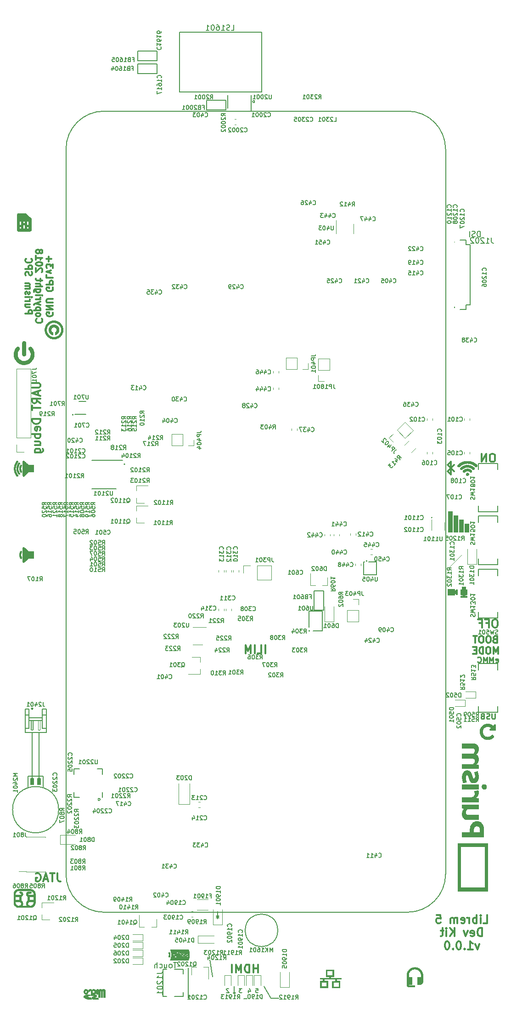
<source format=gbr>
%TF.GenerationSoftware,KiCad,Pcbnew,(5.99.0-459-gf0c386f5d-dirty)*%
%TF.CreationDate,2019-12-04T11:21:01+01:00*%
%TF.ProjectId,dvk-mx8m-bsb,64766b2d-6d78-4386-9d2d-6273622e6b69,v1.0.0*%
%TF.SameCoordinates,Original*%
%TF.FileFunction,Legend,Bot*%
%TF.FilePolarity,Positive*%
%FSLAX46Y46*%
G04 Gerber Fmt 4.6, Leading zero omitted, Abs format (unit mm)*
G04 Created by KiCad (PCBNEW (5.99.0-459-gf0c386f5d-dirty)) date 2019-12-04 11:21:01*
%MOMM*%
%LPD*%
G04 APERTURE LIST*
%ADD10C,0.300000*%
%ADD11C,0.150000*%
%ADD12C,0.200000*%
%ADD13C,0.100000*%
%ADD14C,0.250000*%
%ADD15C,0.127000*%
%ADD16C,0.010000*%
%ADD17C,0.120000*%
G04 APERTURE END LIST*
D10*
X67532000Y-111857142D02*
X67589142Y-111971428D01*
X67589142Y-112142857D01*
X67532000Y-112314285D01*
X67417714Y-112428571D01*
X67303428Y-112485714D01*
X67074857Y-112542857D01*
X66903428Y-112542857D01*
X66674857Y-112485714D01*
X66560571Y-112428571D01*
X66446285Y-112314285D01*
X66389142Y-112142857D01*
X66389142Y-112028571D01*
X66446285Y-111857142D01*
X66503428Y-111800000D01*
X66903428Y-111800000D01*
X66903428Y-112028571D01*
X66389142Y-111285714D02*
X67589142Y-111285714D01*
X66389142Y-110600000D01*
X67589142Y-110600000D01*
X67589142Y-110028571D02*
X66617714Y-110028571D01*
X66503428Y-109971428D01*
X66446285Y-109914285D01*
X66389142Y-109800000D01*
X66389142Y-109571428D01*
X66446285Y-109457142D01*
X66503428Y-109400000D01*
X66617714Y-109342857D01*
X67589142Y-109342857D01*
X67532000Y-107228571D02*
X67589142Y-107342857D01*
X67589142Y-107514285D01*
X67532000Y-107685714D01*
X67417714Y-107800000D01*
X67303428Y-107857142D01*
X67074857Y-107914285D01*
X66903428Y-107914285D01*
X66674857Y-107857142D01*
X66560571Y-107800000D01*
X66446285Y-107685714D01*
X66389142Y-107514285D01*
X66389142Y-107400000D01*
X66446285Y-107228571D01*
X66503428Y-107171428D01*
X66903428Y-107171428D01*
X66903428Y-107400000D01*
X66389142Y-106657142D02*
X67589142Y-106657142D01*
X67589142Y-106200000D01*
X67532000Y-106085714D01*
X67474857Y-106028571D01*
X67360571Y-105971428D01*
X67189142Y-105971428D01*
X67074857Y-106028571D01*
X67017714Y-106085714D01*
X66960571Y-106200000D01*
X66960571Y-106657142D01*
X66389142Y-104885714D02*
X66389142Y-105457142D01*
X67589142Y-105457142D01*
X67189142Y-104600000D02*
X66389142Y-104314285D01*
X67189142Y-104028571D01*
X67589142Y-103685714D02*
X67589142Y-102942857D01*
X67132000Y-103342857D01*
X67132000Y-103171428D01*
X67074857Y-103057142D01*
X67017714Y-103000000D01*
X66903428Y-102942857D01*
X66617714Y-102942857D01*
X66503428Y-103000000D01*
X66446285Y-103057142D01*
X66389142Y-103171428D01*
X66389142Y-103514285D01*
X66446285Y-103628571D01*
X66503428Y-103685714D01*
X66846285Y-102428571D02*
X66846285Y-101514285D01*
X66389142Y-101971428D02*
X67303428Y-101971428D01*
X64571428Y-113000000D02*
X64514285Y-113057142D01*
X64457142Y-113228571D01*
X64457142Y-113342857D01*
X64514285Y-113514285D01*
X64628571Y-113628571D01*
X64742857Y-113685714D01*
X64971428Y-113742857D01*
X65142857Y-113742857D01*
X65371428Y-113685714D01*
X65485714Y-113628571D01*
X65600000Y-113514285D01*
X65657142Y-113342857D01*
X65657142Y-113228571D01*
X65600000Y-113057142D01*
X65542857Y-113000000D01*
X64457142Y-112314285D02*
X64514285Y-112428571D01*
X64571428Y-112485714D01*
X64685714Y-112542857D01*
X65028571Y-112542857D01*
X65142857Y-112485714D01*
X65200000Y-112428571D01*
X65257142Y-112314285D01*
X65257142Y-112142857D01*
X65200000Y-112028571D01*
X65142857Y-111971428D01*
X65028571Y-111914285D01*
X64685714Y-111914285D01*
X64571428Y-111971428D01*
X64514285Y-112028571D01*
X64457142Y-112142857D01*
X64457142Y-112314285D01*
X65257142Y-111400000D02*
X64057142Y-111400000D01*
X65200000Y-111400000D02*
X65257142Y-111285714D01*
X65257142Y-111057142D01*
X65200000Y-110942857D01*
X65142857Y-110885714D01*
X65028571Y-110828571D01*
X64685714Y-110828571D01*
X64571428Y-110885714D01*
X64514285Y-110942857D01*
X64457142Y-111057142D01*
X64457142Y-111285714D01*
X64514285Y-111400000D01*
X65257142Y-110428571D02*
X64457142Y-110142857D01*
X65257142Y-109857142D02*
X64457142Y-110142857D01*
X64171428Y-110257142D01*
X64114285Y-110314285D01*
X64057142Y-110428571D01*
X64457142Y-109400000D02*
X65257142Y-109400000D01*
X65028571Y-109400000D02*
X65142857Y-109342857D01*
X65200000Y-109285714D01*
X65257142Y-109171428D01*
X65257142Y-109057142D01*
X64457142Y-108657142D02*
X65257142Y-108657142D01*
X65657142Y-108657142D02*
X65600000Y-108714285D01*
X65542857Y-108657142D01*
X65600000Y-108600000D01*
X65657142Y-108657142D01*
X65542857Y-108657142D01*
X65257142Y-107571428D02*
X64285714Y-107571428D01*
X64171428Y-107628571D01*
X64114285Y-107685714D01*
X64057142Y-107800000D01*
X64057142Y-107971428D01*
X64114285Y-108085714D01*
X64514285Y-107571428D02*
X64457142Y-107685714D01*
X64457142Y-107914285D01*
X64514285Y-108028571D01*
X64571428Y-108085714D01*
X64685714Y-108142857D01*
X65028571Y-108142857D01*
X65142857Y-108085714D01*
X65200000Y-108028571D01*
X65257142Y-107914285D01*
X65257142Y-107685714D01*
X65200000Y-107571428D01*
X64457142Y-107000000D02*
X65657142Y-107000000D01*
X64457142Y-106485714D02*
X65085714Y-106485714D01*
X65200000Y-106542857D01*
X65257142Y-106657142D01*
X65257142Y-106828571D01*
X65200000Y-106942857D01*
X65142857Y-107000000D01*
X65257142Y-106085714D02*
X65257142Y-105628571D01*
X65657142Y-105914285D02*
X64628571Y-105914285D01*
X64514285Y-105857142D01*
X64457142Y-105742857D01*
X64457142Y-105628571D01*
X65542857Y-104371428D02*
X65600000Y-104314285D01*
X65657142Y-104200000D01*
X65657142Y-103914285D01*
X65600000Y-103800000D01*
X65542857Y-103742857D01*
X65428571Y-103685714D01*
X65314285Y-103685714D01*
X65142857Y-103742857D01*
X64457142Y-104428571D01*
X64457142Y-103685714D01*
X65657142Y-102942857D02*
X65657142Y-102828571D01*
X65600000Y-102714285D01*
X65542857Y-102657142D01*
X65428571Y-102600000D01*
X65200000Y-102542857D01*
X64914285Y-102542857D01*
X64685714Y-102600000D01*
X64571428Y-102657142D01*
X64514285Y-102714285D01*
X64457142Y-102828571D01*
X64457142Y-102942857D01*
X64514285Y-103057142D01*
X64571428Y-103114285D01*
X64685714Y-103171428D01*
X64914285Y-103228571D01*
X65200000Y-103228571D01*
X65428571Y-103171428D01*
X65542857Y-103114285D01*
X65600000Y-103057142D01*
X65657142Y-102942857D01*
X64457142Y-101400000D02*
X64457142Y-102085714D01*
X64457142Y-101742857D02*
X65657142Y-101742857D01*
X65485714Y-101857142D01*
X65371428Y-101971428D01*
X65314285Y-102085714D01*
X65142857Y-100714285D02*
X65200000Y-100828571D01*
X65257142Y-100885714D01*
X65371428Y-100942857D01*
X65428571Y-100942857D01*
X65542857Y-100885714D01*
X65600000Y-100828571D01*
X65657142Y-100714285D01*
X65657142Y-100485714D01*
X65600000Y-100371428D01*
X65542857Y-100314285D01*
X65428571Y-100257142D01*
X65371428Y-100257142D01*
X65257142Y-100314285D01*
X65200000Y-100371428D01*
X65142857Y-100485714D01*
X65142857Y-100714285D01*
X65085714Y-100828571D01*
X65028571Y-100885714D01*
X64914285Y-100942857D01*
X64685714Y-100942857D01*
X64571428Y-100885714D01*
X64514285Y-100828571D01*
X64457142Y-100714285D01*
X64457142Y-100485714D01*
X64514285Y-100371428D01*
X64571428Y-100314285D01*
X64685714Y-100257142D01*
X64914285Y-100257142D01*
X65028571Y-100314285D01*
X65085714Y-100371428D01*
X65142857Y-100485714D01*
X62525142Y-112028571D02*
X63725142Y-112028571D01*
X63725142Y-111571428D01*
X63668000Y-111457142D01*
X63610857Y-111400000D01*
X63496571Y-111342857D01*
X63325142Y-111342857D01*
X63210857Y-111400000D01*
X63153714Y-111457142D01*
X63096571Y-111571428D01*
X63096571Y-112028571D01*
X63325142Y-110314285D02*
X62525142Y-110314285D01*
X63325142Y-110828571D02*
X62696571Y-110828571D01*
X62582285Y-110771428D01*
X62525142Y-110657142D01*
X62525142Y-110485714D01*
X62582285Y-110371428D01*
X62639428Y-110314285D01*
X62525142Y-109742857D02*
X63325142Y-109742857D01*
X63096571Y-109742857D02*
X63210857Y-109685714D01*
X63268000Y-109628571D01*
X63325142Y-109514285D01*
X63325142Y-109400000D01*
X62525142Y-109000000D02*
X63325142Y-109000000D01*
X63725142Y-109000000D02*
X63668000Y-109057142D01*
X63610857Y-109000000D01*
X63668000Y-108942857D01*
X63725142Y-109000000D01*
X63610857Y-109000000D01*
X62582285Y-108485714D02*
X62525142Y-108371428D01*
X62525142Y-108142857D01*
X62582285Y-108028571D01*
X62696571Y-107971428D01*
X62753714Y-107971428D01*
X62868000Y-108028571D01*
X62925142Y-108142857D01*
X62925142Y-108314285D01*
X62982285Y-108428571D01*
X63096571Y-108485714D01*
X63153714Y-108485714D01*
X63268000Y-108428571D01*
X63325142Y-108314285D01*
X63325142Y-108142857D01*
X63268000Y-108028571D01*
X62525142Y-107457142D02*
X63325142Y-107457142D01*
X63210857Y-107457142D02*
X63268000Y-107400000D01*
X63325142Y-107285714D01*
X63325142Y-107114285D01*
X63268000Y-107000000D01*
X63153714Y-106942857D01*
X62525142Y-106942857D01*
X63153714Y-106942857D02*
X63268000Y-106885714D01*
X63325142Y-106771428D01*
X63325142Y-106600000D01*
X63268000Y-106485714D01*
X63153714Y-106428571D01*
X62525142Y-106428571D01*
X62582285Y-105000000D02*
X62525142Y-104828571D01*
X62525142Y-104542857D01*
X62582285Y-104428571D01*
X62639428Y-104371428D01*
X62753714Y-104314285D01*
X62868000Y-104314285D01*
X62982285Y-104371428D01*
X63039428Y-104428571D01*
X63096571Y-104542857D01*
X63153714Y-104771428D01*
X63210857Y-104885714D01*
X63268000Y-104942857D01*
X63382285Y-105000000D01*
X63496571Y-105000000D01*
X63610857Y-104942857D01*
X63668000Y-104885714D01*
X63725142Y-104771428D01*
X63725142Y-104485714D01*
X63668000Y-104314285D01*
X62525142Y-103800000D02*
X63725142Y-103800000D01*
X63725142Y-103342857D01*
X63668000Y-103228571D01*
X63610857Y-103171428D01*
X63496571Y-103114285D01*
X63325142Y-103114285D01*
X63210857Y-103171428D01*
X63153714Y-103228571D01*
X63096571Y-103342857D01*
X63096571Y-103800000D01*
X62639428Y-101914285D02*
X62582285Y-101971428D01*
X62525142Y-102142857D01*
X62525142Y-102257142D01*
X62582285Y-102428571D01*
X62696571Y-102542857D01*
X62810857Y-102600000D01*
X63039428Y-102657142D01*
X63210857Y-102657142D01*
X63439428Y-102600000D01*
X63553714Y-102542857D01*
X63668000Y-102428571D01*
X63725142Y-102257142D01*
X63725142Y-102142857D01*
X63668000Y-101971428D01*
X63610857Y-101914285D01*
X140400000Y-139900000D02*
X141600000Y-141100000D01*
X140400000Y-141100000D02*
X141000000Y-141700000D01*
X141000000Y-141700000D02*
X141000000Y-139300000D01*
X141000000Y-139300000D02*
X140400000Y-139900000D01*
X141600000Y-139900000D02*
X140400000Y-141100000D01*
X149273571Y-168328571D02*
X148987857Y-168328571D01*
X148845000Y-168400000D01*
X148702142Y-168542857D01*
X148630714Y-168828571D01*
X148630714Y-169328571D01*
X148702142Y-169614285D01*
X148845000Y-169757142D01*
X148987857Y-169828571D01*
X149273571Y-169828571D01*
X149416428Y-169757142D01*
X149559285Y-169614285D01*
X149630714Y-169328571D01*
X149630714Y-168828571D01*
X149559285Y-168542857D01*
X149416428Y-168400000D01*
X149273571Y-168328571D01*
X147487857Y-169042857D02*
X147987857Y-169042857D01*
X147987857Y-169828571D02*
X147987857Y-168328571D01*
X147273571Y-168328571D01*
X146202142Y-169042857D02*
X146702142Y-169042857D01*
X146702142Y-169828571D02*
X146702142Y-168328571D01*
X145987857Y-168328571D01*
X148773571Y-137828571D02*
X148487857Y-137828571D01*
X148345000Y-137900000D01*
X148202142Y-138042857D01*
X148130714Y-138328571D01*
X148130714Y-138828571D01*
X148202142Y-139114285D01*
X148345000Y-139257142D01*
X148487857Y-139328571D01*
X148773571Y-139328571D01*
X148916428Y-139257142D01*
X149059285Y-139114285D01*
X149130714Y-138828571D01*
X149130714Y-138328571D01*
X149059285Y-138042857D01*
X148916428Y-137900000D01*
X148773571Y-137828571D01*
X147487857Y-139328571D02*
X147487857Y-137828571D01*
X146630714Y-139328571D01*
X146630714Y-137828571D01*
D11*
X101275000Y-237050000D02*
X101050000Y-237275000D01*
X100825000Y-237050000D02*
X101275000Y-237050000D01*
X101050000Y-237275000D02*
X100825000Y-237050000D01*
D12*
X146376190Y-97852380D02*
X146376190Y-96852380D01*
X146138095Y-96852380D01*
X145995238Y-96900000D01*
X145900000Y-96995238D01*
X145852380Y-97090476D01*
X145804761Y-97280952D01*
X145804761Y-97423809D01*
X145852380Y-97614285D01*
X145900000Y-97709523D01*
X145995238Y-97804761D01*
X146138095Y-97852380D01*
X146376190Y-97852380D01*
X145423809Y-97804761D02*
X145280952Y-97852380D01*
X145042857Y-97852380D01*
X144947619Y-97804761D01*
X144900000Y-97757142D01*
X144852380Y-97661904D01*
X144852380Y-97566666D01*
X144900000Y-97471428D01*
X144947619Y-97423809D01*
X145042857Y-97376190D01*
X145233333Y-97328571D01*
X145328571Y-97280952D01*
X145376190Y-97233333D01*
X145423809Y-97138095D01*
X145423809Y-97042857D01*
X145376190Y-96947619D01*
X145328571Y-96900000D01*
X145233333Y-96852380D01*
X144995238Y-96852380D01*
X144852380Y-96900000D01*
X144423809Y-97852380D02*
X144423809Y-96852380D01*
X90396428Y-231492380D02*
X89825000Y-231492380D01*
X90110714Y-232492380D02*
X90110714Y-231492380D01*
X89348809Y-232492380D02*
X89444047Y-232444761D01*
X89491666Y-232397142D01*
X89539285Y-232301904D01*
X89539285Y-232016190D01*
X89491666Y-231920952D01*
X89444047Y-231873333D01*
X89348809Y-231825714D01*
X89205952Y-231825714D01*
X89110714Y-231873333D01*
X89063095Y-231920952D01*
X89015476Y-232016190D01*
X89015476Y-232301904D01*
X89063095Y-232397142D01*
X89110714Y-232444761D01*
X89205952Y-232492380D01*
X89348809Y-232492380D01*
X88158333Y-231825714D02*
X88158333Y-232492380D01*
X88586904Y-231825714D02*
X88586904Y-232349523D01*
X88539285Y-232444761D01*
X88444047Y-232492380D01*
X88301190Y-232492380D01*
X88205952Y-232444761D01*
X88158333Y-232397142D01*
X87253571Y-232444761D02*
X87348809Y-232492380D01*
X87539285Y-232492380D01*
X87634523Y-232444761D01*
X87682142Y-232397142D01*
X87729761Y-232301904D01*
X87729761Y-232016190D01*
X87682142Y-231920952D01*
X87634523Y-231873333D01*
X87539285Y-231825714D01*
X87348809Y-231825714D01*
X87253571Y-231873333D01*
X86825000Y-232492380D02*
X86825000Y-231492380D01*
X86396428Y-232492380D02*
X86396428Y-231968571D01*
X86444047Y-231873333D01*
X86539285Y-231825714D01*
X86682142Y-231825714D01*
X86777380Y-231873333D01*
X86825000Y-231920952D01*
D11*
X107800000Y-238100000D02*
X106525000Y-235925000D01*
X109200000Y-238100000D02*
X107800000Y-238100000D01*
X96500000Y-231000000D02*
X97000000Y-234100000D01*
D10*
X106733928Y-174578571D02*
X106733928Y-173078571D01*
X105305357Y-174578571D02*
X106019642Y-174578571D01*
X106019642Y-173078571D01*
X104805357Y-174578571D02*
X104805357Y-173078571D01*
X104091071Y-174578571D02*
X104091071Y-173078571D01*
X103591071Y-174150000D01*
X103091071Y-173078571D01*
X103091071Y-174578571D01*
D11*
X97750000Y-223270000D02*
X98250000Y-223270000D01*
X98250000Y-222970000D02*
X98000000Y-223220000D01*
X97750000Y-222970000D02*
X98250000Y-222970000D01*
X98000000Y-223220000D02*
X97750000Y-222970000D01*
X98000000Y-222120000D02*
X98000000Y-223420000D01*
X101050000Y-237275000D02*
X101050000Y-235925000D01*
X100020000Y-236351666D02*
X99983333Y-236315000D01*
X99910000Y-236278333D01*
X99726666Y-236278333D01*
X99653333Y-236315000D01*
X99616666Y-236351666D01*
X99580000Y-236425000D01*
X99580000Y-236498333D01*
X99616666Y-236608333D01*
X100056666Y-237048333D01*
X99580000Y-237048333D01*
X102456666Y-236278333D02*
X101980000Y-236278333D01*
X102236666Y-236571666D01*
X102126666Y-236571666D01*
X102053333Y-236608333D01*
X102016666Y-236645000D01*
X101980000Y-236718333D01*
X101980000Y-236901666D01*
X102016666Y-236975000D01*
X102053333Y-237011666D01*
X102126666Y-237048333D01*
X102346666Y-237048333D01*
X102420000Y-237011666D01*
X102456666Y-236975000D01*
X103653333Y-236535000D02*
X103653333Y-237048333D01*
X103836666Y-236241666D02*
X104020000Y-236791666D01*
X103543333Y-236791666D01*
X105016666Y-236278333D02*
X105383333Y-236278333D01*
X105420000Y-236645000D01*
X105383333Y-236608333D01*
X105310000Y-236571666D01*
X105126666Y-236571666D01*
X105053333Y-236608333D01*
X105016666Y-236645000D01*
X104980000Y-236718333D01*
X104980000Y-236901666D01*
X105016666Y-236975000D01*
X105053333Y-237011666D01*
X105126666Y-237048333D01*
X105310000Y-237048333D01*
X105383333Y-237011666D01*
X105420000Y-236975000D01*
X106195000Y-238148333D02*
X106195000Y-237378333D01*
X106011666Y-237378333D01*
X105901666Y-237415000D01*
X105828333Y-237488333D01*
X105791666Y-237561666D01*
X105755000Y-237708333D01*
X105755000Y-237818333D01*
X105791666Y-237965000D01*
X105828333Y-238038333D01*
X105901666Y-238111666D01*
X106011666Y-238148333D01*
X106195000Y-238148333D01*
X105021666Y-238148333D02*
X105461666Y-238148333D01*
X105241666Y-238148333D02*
X105241666Y-237378333D01*
X105315000Y-237488333D01*
X105388333Y-237561666D01*
X105461666Y-237598333D01*
X104655000Y-238148333D02*
X104508333Y-238148333D01*
X104435000Y-238111666D01*
X104398333Y-238075000D01*
X104325000Y-237965000D01*
X104288333Y-237818333D01*
X104288333Y-237525000D01*
X104325000Y-237451666D01*
X104361666Y-237415000D01*
X104435000Y-237378333D01*
X104581666Y-237378333D01*
X104655000Y-237415000D01*
X104691666Y-237451666D01*
X104728333Y-237525000D01*
X104728333Y-237708333D01*
X104691666Y-237781666D01*
X104655000Y-237818333D01*
X104581666Y-237855000D01*
X104435000Y-237855000D01*
X104361666Y-237818333D01*
X104325000Y-237781666D01*
X104288333Y-237708333D01*
X103811666Y-237378333D02*
X103738333Y-237378333D01*
X103665000Y-237415000D01*
X103628333Y-237451666D01*
X103591666Y-237525000D01*
X103555000Y-237671666D01*
X103555000Y-237855000D01*
X103591666Y-238001666D01*
X103628333Y-238075000D01*
X103665000Y-238111666D01*
X103738333Y-238148333D01*
X103811666Y-238148333D01*
X103885000Y-238111666D01*
X103921666Y-238075000D01*
X103958333Y-238001666D01*
X103995000Y-237855000D01*
X103995000Y-237671666D01*
X103958333Y-237525000D01*
X103921666Y-237451666D01*
X103885000Y-237415000D01*
X103811666Y-237378333D01*
X103408333Y-238221666D02*
X102821666Y-238221666D01*
D13*
X143000000Y-156400000D02*
X140750000Y-158650000D01*
D14*
X149106904Y-185652380D02*
X149106904Y-186461904D01*
X149059285Y-186557142D01*
X149011666Y-186604761D01*
X148916428Y-186652380D01*
X148725952Y-186652380D01*
X148630714Y-186604761D01*
X148583095Y-186557142D01*
X148535476Y-186461904D01*
X148535476Y-185652380D01*
X148106904Y-186604761D02*
X147964047Y-186652380D01*
X147725952Y-186652380D01*
X147630714Y-186604761D01*
X147583095Y-186557142D01*
X147535476Y-186461904D01*
X147535476Y-186366666D01*
X147583095Y-186271428D01*
X147630714Y-186223809D01*
X147725952Y-186176190D01*
X147916428Y-186128571D01*
X148011666Y-186080952D01*
X148059285Y-186033333D01*
X148106904Y-185938095D01*
X148106904Y-185842857D01*
X148059285Y-185747619D01*
X148011666Y-185700000D01*
X147916428Y-185652380D01*
X147678333Y-185652380D01*
X147535476Y-185700000D01*
X146773571Y-186128571D02*
X146630714Y-186176190D01*
X146583095Y-186223809D01*
X146535476Y-186319047D01*
X146535476Y-186461904D01*
X146583095Y-186557142D01*
X146630714Y-186604761D01*
X146725952Y-186652380D01*
X147106904Y-186652380D01*
X147106904Y-185652380D01*
X146773571Y-185652380D01*
X146678333Y-185700000D01*
X146630714Y-185747619D01*
X146583095Y-185842857D01*
X146583095Y-185938095D01*
X146630714Y-186033333D01*
X146678333Y-186080952D01*
X146773571Y-186128571D01*
X147106904Y-186128571D01*
X149252380Y-176204761D02*
X149347619Y-176252380D01*
X149538095Y-176252380D01*
X149633333Y-176204761D01*
X149680952Y-176109523D01*
X149680952Y-175728571D01*
X149633333Y-175633333D01*
X149538095Y-175585714D01*
X149347619Y-175585714D01*
X149252380Y-175633333D01*
X149204761Y-175728571D01*
X149204761Y-175823809D01*
X149680952Y-175919047D01*
X148776190Y-176252380D02*
X148776190Y-175252380D01*
X148442857Y-175966666D01*
X148109523Y-175252380D01*
X148109523Y-176252380D01*
X147633333Y-176252380D02*
X147633333Y-175252380D01*
X147300000Y-175966666D01*
X146966666Y-175252380D01*
X146966666Y-176252380D01*
X145919047Y-176157142D02*
X145966666Y-176204761D01*
X146109523Y-176252380D01*
X146204761Y-176252380D01*
X146347619Y-176204761D01*
X146442857Y-176109523D01*
X146490476Y-176014285D01*
X146538095Y-175823809D01*
X146538095Y-175680952D01*
X146490476Y-175490476D01*
X146442857Y-175395238D01*
X146347619Y-175300000D01*
X146204761Y-175252380D01*
X146109523Y-175252380D01*
X145966666Y-175300000D01*
X145919047Y-175347619D01*
D10*
X149096428Y-172004464D02*
X148917857Y-172063988D01*
X148858333Y-172123511D01*
X148798809Y-172242559D01*
X148798809Y-172421130D01*
X148858333Y-172540178D01*
X148917857Y-172599702D01*
X149036904Y-172659226D01*
X149513095Y-172659226D01*
X149513095Y-171409226D01*
X149096428Y-171409226D01*
X148977380Y-171468750D01*
X148917857Y-171528273D01*
X148858333Y-171647321D01*
X148858333Y-171766369D01*
X148917857Y-171885416D01*
X148977380Y-171944940D01*
X149096428Y-172004464D01*
X149513095Y-172004464D01*
X148025000Y-171409226D02*
X147786904Y-171409226D01*
X147667857Y-171468750D01*
X147548809Y-171587797D01*
X147489285Y-171825892D01*
X147489285Y-172242559D01*
X147548809Y-172480654D01*
X147667857Y-172599702D01*
X147786904Y-172659226D01*
X148025000Y-172659226D01*
X148144047Y-172599702D01*
X148263095Y-172480654D01*
X148322619Y-172242559D01*
X148322619Y-171825892D01*
X148263095Y-171587797D01*
X148144047Y-171468750D01*
X148025000Y-171409226D01*
X146715476Y-171409226D02*
X146477380Y-171409226D01*
X146358333Y-171468750D01*
X146239285Y-171587797D01*
X146179761Y-171825892D01*
X146179761Y-172242559D01*
X146239285Y-172480654D01*
X146358333Y-172599702D01*
X146477380Y-172659226D01*
X146715476Y-172659226D01*
X146834523Y-172599702D01*
X146953571Y-172480654D01*
X147013095Y-172242559D01*
X147013095Y-171825892D01*
X146953571Y-171587797D01*
X146834523Y-171468750D01*
X146715476Y-171409226D01*
X145822619Y-171409226D02*
X145108333Y-171409226D01*
X145465476Y-172659226D02*
X145465476Y-171409226D01*
X149661904Y-174671726D02*
X149661904Y-173421726D01*
X149245238Y-174314583D01*
X148828571Y-173421726D01*
X148828571Y-174671726D01*
X147995238Y-173421726D02*
X147757142Y-173421726D01*
X147638095Y-173481250D01*
X147519047Y-173600297D01*
X147459523Y-173838392D01*
X147459523Y-174255059D01*
X147519047Y-174493154D01*
X147638095Y-174612202D01*
X147757142Y-174671726D01*
X147995238Y-174671726D01*
X148114285Y-174612202D01*
X148233333Y-174493154D01*
X148292857Y-174255059D01*
X148292857Y-173838392D01*
X148233333Y-173600297D01*
X148114285Y-173481250D01*
X147995238Y-173421726D01*
X146923809Y-174671726D02*
X146923809Y-173421726D01*
X146626190Y-173421726D01*
X146447619Y-173481250D01*
X146328571Y-173600297D01*
X146269047Y-173719345D01*
X146209523Y-173957440D01*
X146209523Y-174136011D01*
X146269047Y-174374107D01*
X146328571Y-174493154D01*
X146447619Y-174612202D01*
X146626190Y-174671726D01*
X146923809Y-174671726D01*
X145673809Y-174016964D02*
X145257142Y-174016964D01*
X145078571Y-174671726D02*
X145673809Y-174671726D01*
X145673809Y-173421726D01*
X145078571Y-173421726D01*
X63778571Y-124807142D02*
X64992857Y-124807142D01*
X65135714Y-124878571D01*
X65207142Y-124950000D01*
X65278571Y-125092857D01*
X65278571Y-125378571D01*
X65207142Y-125521428D01*
X65135714Y-125592857D01*
X64992857Y-125664285D01*
X63778571Y-125664285D01*
X64850000Y-126307142D02*
X64850000Y-127021428D01*
X65278571Y-126164285D02*
X63778571Y-126664285D01*
X65278571Y-127164285D01*
X65278571Y-128521428D02*
X64564285Y-128021428D01*
X65278571Y-127664285D02*
X63778571Y-127664285D01*
X63778571Y-128235714D01*
X63850000Y-128378571D01*
X63921428Y-128450000D01*
X64064285Y-128521428D01*
X64278571Y-128521428D01*
X64421428Y-128450000D01*
X64492857Y-128378571D01*
X64564285Y-128235714D01*
X64564285Y-127664285D01*
X63778571Y-128950000D02*
X63778571Y-129807142D01*
X65278571Y-129378571D02*
X63778571Y-129378571D01*
X65278571Y-131450000D02*
X63778571Y-131450000D01*
X63778571Y-131807142D01*
X63850000Y-132021428D01*
X63992857Y-132164285D01*
X64135714Y-132235714D01*
X64421428Y-132307142D01*
X64635714Y-132307142D01*
X64921428Y-132235714D01*
X65064285Y-132164285D01*
X65207142Y-132021428D01*
X65278571Y-131807142D01*
X65278571Y-131450000D01*
X65207142Y-133521428D02*
X65278571Y-133378571D01*
X65278571Y-133092857D01*
X65207142Y-132950000D01*
X65064285Y-132878571D01*
X64492857Y-132878571D01*
X64350000Y-132950000D01*
X64278571Y-133092857D01*
X64278571Y-133378571D01*
X64350000Y-133521428D01*
X64492857Y-133592857D01*
X64635714Y-133592857D01*
X64778571Y-132878571D01*
X65278571Y-134235714D02*
X63778571Y-134235714D01*
X64350000Y-134235714D02*
X64278571Y-134378571D01*
X64278571Y-134664285D01*
X64350000Y-134807142D01*
X64421428Y-134878571D01*
X64564285Y-134950000D01*
X64992857Y-134950000D01*
X65135714Y-134878571D01*
X65207142Y-134807142D01*
X65278571Y-134664285D01*
X65278571Y-134378571D01*
X65207142Y-134235714D01*
X64278571Y-136235714D02*
X65278571Y-136235714D01*
X64278571Y-135592857D02*
X65064285Y-135592857D01*
X65207142Y-135664285D01*
X65278571Y-135807142D01*
X65278571Y-136021428D01*
X65207142Y-136164285D01*
X65135714Y-136235714D01*
X64278571Y-137592857D02*
X65492857Y-137592857D01*
X65635714Y-137521428D01*
X65707142Y-137450000D01*
X65778571Y-137307142D01*
X65778571Y-137092857D01*
X65707142Y-136950000D01*
X65207142Y-137592857D02*
X65278571Y-137450000D01*
X65278571Y-137164285D01*
X65207142Y-137021428D01*
X65135714Y-136950000D01*
X64992857Y-136878571D01*
X64564285Y-136878571D01*
X64421428Y-136950000D01*
X64350000Y-137021428D01*
X64278571Y-137164285D01*
X64278571Y-137450000D01*
X64350000Y-137592857D01*
X68400000Y-215078571D02*
X68400000Y-216150000D01*
X68471428Y-216364285D01*
X68614285Y-216507142D01*
X68828571Y-216578571D01*
X68971428Y-216578571D01*
X67900000Y-215078571D02*
X67042857Y-215078571D01*
X67471428Y-216578571D02*
X67471428Y-215078571D01*
X66614285Y-216150000D02*
X65900000Y-216150000D01*
X66757142Y-216578571D02*
X66257142Y-215078571D01*
X65757142Y-216578571D01*
X64471428Y-215150000D02*
X64614285Y-215078571D01*
X64828571Y-215078571D01*
X65042857Y-215150000D01*
X65185714Y-215292857D01*
X65257142Y-215435714D01*
X65328571Y-215721428D01*
X65328571Y-215935714D01*
X65257142Y-216221428D01*
X65185714Y-216364285D01*
X65042857Y-216507142D01*
X64828571Y-216578571D01*
X64685714Y-216578571D01*
X64471428Y-216507142D01*
X64400000Y-216435714D01*
X64400000Y-215935714D01*
X64685714Y-215935714D01*
X105392857Y-233378571D02*
X105392857Y-231878571D01*
X105392857Y-232592857D02*
X104535714Y-232592857D01*
X104535714Y-233378571D02*
X104535714Y-231878571D01*
X103821428Y-233378571D02*
X103821428Y-231878571D01*
X103464285Y-231878571D01*
X103250000Y-231950000D01*
X103107142Y-232092857D01*
X103035714Y-232235714D01*
X102964285Y-232521428D01*
X102964285Y-232735714D01*
X103035714Y-233021428D01*
X103107142Y-233164285D01*
X103250000Y-233307142D01*
X103464285Y-233378571D01*
X103821428Y-233378571D01*
X102321428Y-233378571D02*
X102321428Y-231878571D01*
X101821428Y-232950000D01*
X101321428Y-231878571D01*
X101321428Y-233378571D01*
X100607142Y-233378571D02*
X100607142Y-231878571D01*
X146964285Y-224263571D02*
X147678571Y-224263571D01*
X147678571Y-222763571D01*
X146464285Y-224263571D02*
X146464285Y-223263571D01*
X146464285Y-222763571D02*
X146535714Y-222835000D01*
X146464285Y-222906428D01*
X146392857Y-222835000D01*
X146464285Y-222763571D01*
X146464285Y-222906428D01*
X145750000Y-224263571D02*
X145750000Y-222763571D01*
X145750000Y-223335000D02*
X145607142Y-223263571D01*
X145321428Y-223263571D01*
X145178571Y-223335000D01*
X145107142Y-223406428D01*
X145035714Y-223549285D01*
X145035714Y-223977857D01*
X145107142Y-224120714D01*
X145178571Y-224192142D01*
X145321428Y-224263571D01*
X145607142Y-224263571D01*
X145750000Y-224192142D01*
X144392857Y-224263571D02*
X144392857Y-223263571D01*
X144392857Y-223549285D02*
X144321428Y-223406428D01*
X144250000Y-223335000D01*
X144107142Y-223263571D01*
X143964285Y-223263571D01*
X142892857Y-224192142D02*
X143035714Y-224263571D01*
X143321428Y-224263571D01*
X143464285Y-224192142D01*
X143535714Y-224049285D01*
X143535714Y-223477857D01*
X143464285Y-223335000D01*
X143321428Y-223263571D01*
X143035714Y-223263571D01*
X142892857Y-223335000D01*
X142821428Y-223477857D01*
X142821428Y-223620714D01*
X143535714Y-223763571D01*
X142178571Y-224263571D02*
X142178571Y-223263571D01*
X142178571Y-223406428D02*
X142107142Y-223335000D01*
X141964285Y-223263571D01*
X141750000Y-223263571D01*
X141607142Y-223335000D01*
X141535714Y-223477857D01*
X141535714Y-224263571D01*
X141535714Y-223477857D02*
X141464285Y-223335000D01*
X141321428Y-223263571D01*
X141107142Y-223263571D01*
X140964285Y-223335000D01*
X140892857Y-223477857D01*
X140892857Y-224263571D01*
X138321428Y-222763571D02*
X139035714Y-222763571D01*
X139107142Y-223477857D01*
X139035714Y-223406428D01*
X138892857Y-223335000D01*
X138535714Y-223335000D01*
X138392857Y-223406428D01*
X138321428Y-223477857D01*
X138250000Y-223620714D01*
X138250000Y-223977857D01*
X138321428Y-224120714D01*
X138392857Y-224192142D01*
X138535714Y-224263571D01*
X138892857Y-224263571D01*
X139035714Y-224192142D01*
X139107142Y-224120714D01*
X146714285Y-226678571D02*
X146714285Y-225178571D01*
X146357142Y-225178571D01*
X146142857Y-225250000D01*
X146000000Y-225392857D01*
X145928571Y-225535714D01*
X145857142Y-225821428D01*
X145857142Y-226035714D01*
X145928571Y-226321428D01*
X146000000Y-226464285D01*
X146142857Y-226607142D01*
X146357142Y-226678571D01*
X146714285Y-226678571D01*
X144642857Y-226607142D02*
X144785714Y-226678571D01*
X145071428Y-226678571D01*
X145214285Y-226607142D01*
X145285714Y-226464285D01*
X145285714Y-225892857D01*
X145214285Y-225750000D01*
X145071428Y-225678571D01*
X144785714Y-225678571D01*
X144642857Y-225750000D01*
X144571428Y-225892857D01*
X144571428Y-226035714D01*
X145285714Y-226178571D01*
X144071428Y-225678571D02*
X143714285Y-226678571D01*
X143357142Y-225678571D01*
X141642857Y-226678571D02*
X141642857Y-225178571D01*
X140785714Y-226678571D02*
X141428571Y-225821428D01*
X140785714Y-225178571D02*
X141642857Y-226035714D01*
X140142857Y-226678571D02*
X140142857Y-225678571D01*
X140142857Y-225178571D02*
X140214285Y-225250000D01*
X140142857Y-225321428D01*
X140071428Y-225250000D01*
X140142857Y-225178571D01*
X140142857Y-225321428D01*
X139642857Y-225678571D02*
X139071428Y-225678571D01*
X139428571Y-225178571D02*
X139428571Y-226464285D01*
X139357142Y-226607142D01*
X139214285Y-226678571D01*
X139071428Y-226678571D01*
X146214285Y-228093571D02*
X145857142Y-229093571D01*
X145500000Y-228093571D01*
X144142857Y-229093571D02*
X145000000Y-229093571D01*
X144571428Y-229093571D02*
X144571428Y-227593571D01*
X144714285Y-227807857D01*
X144857142Y-227950714D01*
X145000000Y-228022142D01*
X143500000Y-228950714D02*
X143428571Y-229022142D01*
X143500000Y-229093571D01*
X143571428Y-229022142D01*
X143500000Y-228950714D01*
X143500000Y-229093571D01*
X142500000Y-227593571D02*
X142357142Y-227593571D01*
X142214285Y-227665000D01*
X142142857Y-227736428D01*
X142071428Y-227879285D01*
X142000000Y-228165000D01*
X142000000Y-228522142D01*
X142071428Y-228807857D01*
X142142857Y-228950714D01*
X142214285Y-229022142D01*
X142357142Y-229093571D01*
X142500000Y-229093571D01*
X142642857Y-229022142D01*
X142714285Y-228950714D01*
X142785714Y-228807857D01*
X142857142Y-228522142D01*
X142857142Y-228165000D01*
X142785714Y-227879285D01*
X142714285Y-227736428D01*
X142642857Y-227665000D01*
X142500000Y-227593571D01*
X141357142Y-228950714D02*
X141285714Y-229022142D01*
X141357142Y-229093571D01*
X141428571Y-229022142D01*
X141357142Y-228950714D01*
X141357142Y-229093571D01*
X140357142Y-227593571D02*
X140214285Y-227593571D01*
X140071428Y-227665000D01*
X140000000Y-227736428D01*
X139928571Y-227879285D01*
X139857142Y-228165000D01*
X139857142Y-228522142D01*
X139928571Y-228807857D01*
X140000000Y-228950714D01*
X140071428Y-229022142D01*
X140214285Y-229093571D01*
X140357142Y-229093571D01*
X140500000Y-229022142D01*
X140571428Y-228950714D01*
X140642857Y-228807857D01*
X140714285Y-228522142D01*
X140714285Y-228165000D01*
X140642857Y-227879285D01*
X140571428Y-227736428D01*
X140500000Y-227665000D01*
X140357142Y-227593571D01*
D15*
%TO.C,J1201*%
X91650000Y-237000000D02*
X91650000Y-237800000D01*
X91650000Y-237800000D02*
X90000000Y-237800000D01*
X88600000Y-237800000D02*
X87850000Y-237800000D01*
X87850000Y-237800000D02*
X87850000Y-232800000D01*
X87850000Y-232800000D02*
X88600000Y-232800000D01*
X91650000Y-233600000D02*
X91650000Y-232800000D01*
X91650000Y-232800000D02*
X90000000Y-232800000D01*
D11*
X92550000Y-238050000D02*
X92550000Y-232550000D01*
D13*
X92100000Y-232800000D02*
G75*
G03X92100000Y-232800000I-50000J0D01*
G01*
D11*
%TO.C,U2001*%
X104750000Y-73146000D02*
G75*
G02X104750000Y-72846000I-150000J150000D01*
G01*
X104750000Y-72846000D02*
X104750000Y-73146000D01*
X99830000Y-74171000D02*
X99830000Y-71821000D01*
X104170000Y-71821000D02*
X104170000Y-74746000D01*
%TO.C,U701*%
X71350000Y-130650000D02*
G75*
G03X71350000Y-130650000I-75000J0D01*
G01*
X72375000Y-128200000D02*
X73675000Y-128200000D01*
X71625000Y-130600000D02*
X73675000Y-130600000D01*
%TO.C,U405*%
X125522000Y-157601000D02*
G75*
G03X125522000Y-157601000I-75000J0D01*
G01*
X125097000Y-157726000D02*
X124897000Y-157726000D01*
X124897000Y-157726000D02*
X124897000Y-160126000D01*
X124897000Y-160126000D02*
X127297000Y-160126000D01*
X127297000Y-160126000D02*
X127297000Y-157726000D01*
X127297000Y-157726000D02*
X125797000Y-157726000D01*
%TO.C,LS1601*%
X106100000Y-60240000D02*
X106100000Y-71240000D01*
X90900000Y-60240000D02*
X90900000Y-71240000D01*
X90900000Y-71240000D02*
X106100000Y-71240000D01*
X106100000Y-60240000D02*
X90900000Y-60240000D01*
%TO.C,DISP1201*%
X77000000Y-74750000D02*
X133000000Y-74750000D01*
X140000000Y-81750000D02*
X140000000Y-215250000D01*
X133000000Y-222250000D02*
X77000000Y-222250000D01*
X70000000Y-215250000D02*
X70000000Y-81750000D01*
X133000000Y-74750000D02*
G75*
G02X140000000Y-81750000I0J-7000000D01*
G01*
X70000000Y-81750000D02*
G75*
G02X77000000Y-74750000I7000000J0D01*
G01*
X77000000Y-222250000D02*
G75*
G02X70000000Y-215250000I0J7000000D01*
G01*
X140000000Y-215250000D02*
G75*
G02X133000000Y-222250000I-7000000J0D01*
G01*
%TO.C,SW501*%
X149595000Y-176500000D02*
X149595000Y-177650000D01*
X146095000Y-176500000D02*
X149595000Y-176500000D01*
X149595000Y-185450000D02*
X149595000Y-184350000D01*
X146095000Y-185450000D02*
X149595000Y-185450000D01*
X146095000Y-184350000D02*
X146095000Y-185450000D01*
X146095000Y-176500000D02*
X146095000Y-177650000D01*
%TO.C,SW1301*%
X149595000Y-159100000D02*
X149595000Y-160250000D01*
X146095000Y-159100000D02*
X149595000Y-159100000D01*
X149595000Y-168050000D02*
X149595000Y-166950000D01*
X146095000Y-168050000D02*
X149595000Y-168050000D01*
X146095000Y-166950000D02*
X146095000Y-168050000D01*
X146095000Y-159100000D02*
X146095000Y-160250000D01*
%TO.C,SW1501*%
X149595000Y-149300000D02*
X149595000Y-150450000D01*
X146095000Y-149300000D02*
X149595000Y-149300000D01*
X149595000Y-158250000D02*
X149595000Y-157150000D01*
X146095000Y-158250000D02*
X149595000Y-158250000D01*
X146095000Y-157150000D02*
X146095000Y-158250000D01*
X146095000Y-149300000D02*
X146095000Y-150450000D01*
%TO.C,SW1801*%
X149595000Y-139600000D02*
X149595000Y-140750000D01*
X146095000Y-139600000D02*
X149595000Y-139600000D01*
X149595000Y-148550000D02*
X149595000Y-147450000D01*
X146095000Y-148550000D02*
X149595000Y-148550000D01*
X146095000Y-147450000D02*
X146095000Y-148550000D01*
X146095000Y-139600000D02*
X146095000Y-140750000D01*
%TO.C,G\002A\002A\002A*%
G36*
X92706058Y-230479455D02*
G01*
X92687704Y-230638640D01*
X92661967Y-230767031D01*
X92627627Y-230871365D01*
X92583462Y-230958379D01*
X92536534Y-231034814D01*
X89178640Y-231034814D01*
X89235015Y-230951741D01*
X89272220Y-230884599D01*
X89315391Y-230760203D01*
X89347823Y-230598821D01*
X89370083Y-230397396D01*
X89382735Y-230152870D01*
X89384046Y-230075248D01*
X89615215Y-230075248D01*
X89629550Y-230087870D01*
X89676949Y-230117784D01*
X89743331Y-230153713D01*
X89807432Y-230185333D01*
X89843032Y-230197965D01*
X89856904Y-230190864D01*
X89859259Y-230165025D01*
X89859518Y-230157050D01*
X89864041Y-230142848D01*
X89878995Y-230132552D01*
X89910480Y-230125544D01*
X89964596Y-230121209D01*
X90047446Y-230118928D01*
X90165130Y-230118086D01*
X90323750Y-230118066D01*
X90788241Y-230118540D01*
X90655077Y-230247418D01*
X90627947Y-230273472D01*
X90565741Y-230329054D01*
X90518159Y-230360009D01*
X90471988Y-230373402D01*
X90414013Y-230376296D01*
X90402841Y-230376258D01*
X90341170Y-230372370D01*
X90312893Y-230358433D01*
X90306111Y-230329259D01*
X90303379Y-230308048D01*
X90285981Y-230291338D01*
X90243037Y-230283910D01*
X90163826Y-230282222D01*
X90021542Y-230282222D01*
X90028595Y-230417453D01*
X90035648Y-230552685D01*
X90170880Y-230559738D01*
X90232936Y-230562138D01*
X90280962Y-230558979D01*
X90301667Y-230545582D01*
X90306111Y-230518581D01*
X90306662Y-230506647D01*
X90317994Y-230483288D01*
X90352918Y-230472798D01*
X90423100Y-230470370D01*
X90467341Y-230469315D01*
X90516922Y-230461290D01*
X90563835Y-230440031D01*
X90620526Y-230399354D01*
X90699442Y-230333075D01*
X90728981Y-230307437D01*
X90801598Y-230242787D01*
X90859097Y-230189344D01*
X90891074Y-230156686D01*
X90908239Y-230141741D01*
X90948581Y-230127198D01*
X91015990Y-230119712D01*
X91120380Y-230117592D01*
X91216160Y-230118096D01*
X91274529Y-230121545D01*
X91304605Y-230130847D01*
X91315771Y-230148909D01*
X91317407Y-230178637D01*
X91317407Y-230178664D01*
X91339043Y-230265434D01*
X91397424Y-230340215D01*
X91482799Y-230398127D01*
X91585421Y-230434291D01*
X91695540Y-230443829D01*
X91803407Y-230421862D01*
X91855595Y-230396445D01*
X91894243Y-230350211D01*
X91905010Y-230276342D01*
X91903586Y-230247253D01*
X91886255Y-230218217D01*
X91837364Y-230211666D01*
X91828510Y-230211806D01*
X91778646Y-230225210D01*
X91755254Y-230267862D01*
X91734778Y-230307586D01*
X91684658Y-230338644D01*
X91621762Y-230343749D01*
X91559828Y-230325125D01*
X91512594Y-230284992D01*
X91493796Y-230225573D01*
X91494792Y-230201863D01*
X91506844Y-230169325D01*
X91541882Y-230146614D01*
X91611389Y-230123790D01*
X91677962Y-230101859D01*
X91756509Y-230060747D01*
X91798718Y-230009085D01*
X91811296Y-229940730D01*
X91801218Y-229875379D01*
X91778320Y-229836704D01*
X91905370Y-229836704D01*
X91906773Y-229866779D01*
X91922585Y-229898551D01*
X91966368Y-229905925D01*
X92008403Y-229898124D01*
X92039463Y-229859667D01*
X92064911Y-229819522D01*
X92118620Y-229794840D01*
X92182872Y-229794526D01*
X92241815Y-229818198D01*
X92279594Y-229865472D01*
X92289875Y-229900415D01*
X92285070Y-229943598D01*
X92246831Y-229974547D01*
X92168449Y-230001468D01*
X92069669Y-230033307D01*
X91999738Y-230070897D01*
X91963044Y-230116944D01*
X91952407Y-230177289D01*
X91957730Y-230220277D01*
X91984105Y-230276342D01*
X91998107Y-230306107D01*
X92069063Y-230377814D01*
X92159706Y-230422514D01*
X92266687Y-230442523D01*
X92376698Y-230439200D01*
X92463305Y-230409134D01*
X92520023Y-230354776D01*
X92540370Y-230278577D01*
X92538322Y-230244848D01*
X92519888Y-230217616D01*
X92469815Y-230211666D01*
X92420371Y-230218957D01*
X92399259Y-230246402D01*
X92384170Y-230279893D01*
X92342953Y-230318030D01*
X92337755Y-230321290D01*
X92261501Y-230342630D01*
X92185430Y-230323518D01*
X92124664Y-230267456D01*
X92116432Y-230253641D01*
X92105515Y-230198579D01*
X92139294Y-230157976D01*
X92217829Y-230131743D01*
X92280394Y-230115138D01*
X92365853Y-230073879D01*
X92424508Y-230021002D01*
X92446296Y-229963900D01*
X92443982Y-229929554D01*
X92409421Y-229834412D01*
X92338422Y-229760016D01*
X92237417Y-229711565D01*
X92112836Y-229694259D01*
X92079344Y-229695441D01*
X91984705Y-229717273D01*
X91925707Y-229765051D01*
X91905370Y-229836704D01*
X91778320Y-229836704D01*
X91753370Y-229794564D01*
X91672464Y-229735528D01*
X91565511Y-229702795D01*
X91439521Y-229700886D01*
X91436818Y-229701199D01*
X91342919Y-229726282D01*
X91288150Y-229775788D01*
X91270370Y-229851624D01*
X91271561Y-229864295D01*
X91296168Y-229899513D01*
X91340444Y-229909469D01*
X91388274Y-229894016D01*
X91423543Y-229853009D01*
X91441067Y-229825978D01*
X91495068Y-229795328D01*
X91560955Y-229798008D01*
X91623169Y-229835391D01*
X91655655Y-229880453D01*
X91665752Y-229922928D01*
X91665749Y-229922942D01*
X91636732Y-229959249D01*
X91571724Y-229990336D01*
X91481743Y-230012423D01*
X91377809Y-230021729D01*
X91338222Y-230021778D01*
X91295756Y-230017005D01*
X91256875Y-230001572D01*
X91212310Y-229969884D01*
X91152795Y-229916348D01*
X91069063Y-229835370D01*
X90876303Y-229647222D01*
X90746957Y-229647222D01*
X90731841Y-229647096D01*
X90637962Y-229637322D01*
X90588333Y-229611944D01*
X90556557Y-229585448D01*
X90497088Y-229573055D01*
X90437502Y-229591419D01*
X90389309Y-229632907D01*
X90364018Y-229689881D01*
X90373139Y-229754706D01*
X90379348Y-229766896D01*
X90431288Y-229820151D01*
X90498326Y-229839679D01*
X90565763Y-229824376D01*
X90618900Y-229773140D01*
X90639284Y-229755428D01*
X90696619Y-229742721D01*
X90769838Y-229749163D01*
X90842325Y-229774642D01*
X90858682Y-229784627D01*
X90909637Y-229824281D01*
X90968538Y-229877515D01*
X91024316Y-229933466D01*
X91065901Y-229981269D01*
X91082222Y-230010063D01*
X91064074Y-230013333D01*
X91004709Y-230016213D01*
X90910078Y-230018205D01*
X90786383Y-230019227D01*
X90639829Y-230019198D01*
X90476620Y-230018035D01*
X90339763Y-230016581D01*
X90186139Y-230014597D01*
X90070240Y-230012201D01*
X89986648Y-230008886D01*
X89929949Y-230004147D01*
X89894727Y-229997479D01*
X89875566Y-229988376D01*
X89867051Y-229976334D01*
X89863766Y-229960846D01*
X89862534Y-229952550D01*
X89855506Y-229930295D01*
X89837668Y-229926824D01*
X89799072Y-229943761D01*
X89729770Y-229982731D01*
X89671351Y-230019476D01*
X89627426Y-230054364D01*
X89615215Y-230075248D01*
X89384046Y-230075248D01*
X89385572Y-229984994D01*
X89379709Y-229765054D01*
X89360334Y-229575715D01*
X89325920Y-229407888D01*
X89274938Y-229252485D01*
X89205861Y-229100416D01*
X89217820Y-229098200D01*
X89272200Y-229095389D01*
X89367082Y-229092759D01*
X89498740Y-229090350D01*
X89663447Y-229088203D01*
X89857479Y-229086356D01*
X90077111Y-229084850D01*
X90318615Y-229083725D01*
X90578267Y-229083021D01*
X90852341Y-229082777D01*
X91117398Y-229082883D01*
X91417932Y-229083355D01*
X91676244Y-229084248D01*
X91895042Y-229085609D01*
X92077032Y-229087484D01*
X92224919Y-229089921D01*
X92341410Y-229092967D01*
X92429213Y-229096668D01*
X92491033Y-229101072D01*
X92529576Y-229106226D01*
X92547550Y-229112175D01*
X92567567Y-229135311D01*
X92600939Y-229194875D01*
X92632350Y-229270925D01*
X92663632Y-229373757D01*
X92696862Y-229536026D01*
X92717126Y-229722528D01*
X92725115Y-229940438D01*
X92721519Y-230196931D01*
X92718410Y-230278577D01*
X92718252Y-230282739D01*
X92706058Y-230479455D01*
G37*
D16*
X92706058Y-230479455D02*
X92687704Y-230638640D01*
X92661967Y-230767031D01*
X92627627Y-230871365D01*
X92583462Y-230958379D01*
X92536534Y-231034814D01*
X89178640Y-231034814D01*
X89235015Y-230951741D01*
X89272220Y-230884599D01*
X89315391Y-230760203D01*
X89347823Y-230598821D01*
X89370083Y-230397396D01*
X89382735Y-230152870D01*
X89384046Y-230075248D01*
X89615215Y-230075248D01*
X89629550Y-230087870D01*
X89676949Y-230117784D01*
X89743331Y-230153713D01*
X89807432Y-230185333D01*
X89843032Y-230197965D01*
X89856904Y-230190864D01*
X89859259Y-230165025D01*
X89859518Y-230157050D01*
X89864041Y-230142848D01*
X89878995Y-230132552D01*
X89910480Y-230125544D01*
X89964596Y-230121209D01*
X90047446Y-230118928D01*
X90165130Y-230118086D01*
X90323750Y-230118066D01*
X90788241Y-230118540D01*
X90655077Y-230247418D01*
X90627947Y-230273472D01*
X90565741Y-230329054D01*
X90518159Y-230360009D01*
X90471988Y-230373402D01*
X90414013Y-230376296D01*
X90402841Y-230376258D01*
X90341170Y-230372370D01*
X90312893Y-230358433D01*
X90306111Y-230329259D01*
X90303379Y-230308048D01*
X90285981Y-230291338D01*
X90243037Y-230283910D01*
X90163826Y-230282222D01*
X90021542Y-230282222D01*
X90028595Y-230417453D01*
X90035648Y-230552685D01*
X90170880Y-230559738D01*
X90232936Y-230562138D01*
X90280962Y-230558979D01*
X90301667Y-230545582D01*
X90306111Y-230518581D01*
X90306662Y-230506647D01*
X90317994Y-230483288D01*
X90352918Y-230472798D01*
X90423100Y-230470370D01*
X90467341Y-230469315D01*
X90516922Y-230461290D01*
X90563835Y-230440031D01*
X90620526Y-230399354D01*
X90699442Y-230333075D01*
X90728981Y-230307437D01*
X90801598Y-230242787D01*
X90859097Y-230189344D01*
X90891074Y-230156686D01*
X90908239Y-230141741D01*
X90948581Y-230127198D01*
X91015990Y-230119712D01*
X91120380Y-230117592D01*
X91216160Y-230118096D01*
X91274529Y-230121545D01*
X91304605Y-230130847D01*
X91315771Y-230148909D01*
X91317407Y-230178637D01*
X91317407Y-230178664D01*
X91339043Y-230265434D01*
X91397424Y-230340215D01*
X91482799Y-230398127D01*
X91585421Y-230434291D01*
X91695540Y-230443829D01*
X91803407Y-230421862D01*
X91855595Y-230396445D01*
X91894243Y-230350211D01*
X91905010Y-230276342D01*
X91903586Y-230247253D01*
X91886255Y-230218217D01*
X91837364Y-230211666D01*
X91828510Y-230211806D01*
X91778646Y-230225210D01*
X91755254Y-230267862D01*
X91734778Y-230307586D01*
X91684658Y-230338644D01*
X91621762Y-230343749D01*
X91559828Y-230325125D01*
X91512594Y-230284992D01*
X91493796Y-230225573D01*
X91494792Y-230201863D01*
X91506844Y-230169325D01*
X91541882Y-230146614D01*
X91611389Y-230123790D01*
X91677962Y-230101859D01*
X91756509Y-230060747D01*
X91798718Y-230009085D01*
X91811296Y-229940730D01*
X91801218Y-229875379D01*
X91778320Y-229836704D01*
X91905370Y-229836704D01*
X91906773Y-229866779D01*
X91922585Y-229898551D01*
X91966368Y-229905925D01*
X92008403Y-229898124D01*
X92039463Y-229859667D01*
X92064911Y-229819522D01*
X92118620Y-229794840D01*
X92182872Y-229794526D01*
X92241815Y-229818198D01*
X92279594Y-229865472D01*
X92289875Y-229900415D01*
X92285070Y-229943598D01*
X92246831Y-229974547D01*
X92168449Y-230001468D01*
X92069669Y-230033307D01*
X91999738Y-230070897D01*
X91963044Y-230116944D01*
X91952407Y-230177289D01*
X91957730Y-230220277D01*
X91984105Y-230276342D01*
X91998107Y-230306107D01*
X92069063Y-230377814D01*
X92159706Y-230422514D01*
X92266687Y-230442523D01*
X92376698Y-230439200D01*
X92463305Y-230409134D01*
X92520023Y-230354776D01*
X92540370Y-230278577D01*
X92538322Y-230244848D01*
X92519888Y-230217616D01*
X92469815Y-230211666D01*
X92420371Y-230218957D01*
X92399259Y-230246402D01*
X92384170Y-230279893D01*
X92342953Y-230318030D01*
X92337755Y-230321290D01*
X92261501Y-230342630D01*
X92185430Y-230323518D01*
X92124664Y-230267456D01*
X92116432Y-230253641D01*
X92105515Y-230198579D01*
X92139294Y-230157976D01*
X92217829Y-230131743D01*
X92280394Y-230115138D01*
X92365853Y-230073879D01*
X92424508Y-230021002D01*
X92446296Y-229963900D01*
X92443982Y-229929554D01*
X92409421Y-229834412D01*
X92338422Y-229760016D01*
X92237417Y-229711565D01*
X92112836Y-229694259D01*
X92079344Y-229695441D01*
X91984705Y-229717273D01*
X91925707Y-229765051D01*
X91905370Y-229836704D01*
X91778320Y-229836704D01*
X91753370Y-229794564D01*
X91672464Y-229735528D01*
X91565511Y-229702795D01*
X91439521Y-229700886D01*
X91436818Y-229701199D01*
X91342919Y-229726282D01*
X91288150Y-229775788D01*
X91270370Y-229851624D01*
X91271561Y-229864295D01*
X91296168Y-229899513D01*
X91340444Y-229909469D01*
X91388274Y-229894016D01*
X91423543Y-229853009D01*
X91441067Y-229825978D01*
X91495068Y-229795328D01*
X91560955Y-229798008D01*
X91623169Y-229835391D01*
X91655655Y-229880453D01*
X91665752Y-229922928D01*
X91665749Y-229922942D01*
X91636732Y-229959249D01*
X91571724Y-229990336D01*
X91481743Y-230012423D01*
X91377809Y-230021729D01*
X91338222Y-230021778D01*
X91295756Y-230017005D01*
X91256875Y-230001572D01*
X91212310Y-229969884D01*
X91152795Y-229916348D01*
X91069063Y-229835370D01*
X90876303Y-229647222D01*
X90746957Y-229647222D01*
X90731841Y-229647096D01*
X90637962Y-229637322D01*
X90588333Y-229611944D01*
X90556557Y-229585448D01*
X90497088Y-229573055D01*
X90437502Y-229591419D01*
X90389309Y-229632907D01*
X90364018Y-229689881D01*
X90373139Y-229754706D01*
X90379348Y-229766896D01*
X90431288Y-229820151D01*
X90498326Y-229839679D01*
X90565763Y-229824376D01*
X90618900Y-229773140D01*
X90639284Y-229755428D01*
X90696619Y-229742721D01*
X90769838Y-229749163D01*
X90842325Y-229774642D01*
X90858682Y-229784627D01*
X90909637Y-229824281D01*
X90968538Y-229877515D01*
X91024316Y-229933466D01*
X91065901Y-229981269D01*
X91082222Y-230010063D01*
X91064074Y-230013333D01*
X91004709Y-230016213D01*
X90910078Y-230018205D01*
X90786383Y-230019227D01*
X90639829Y-230019198D01*
X90476620Y-230018035D01*
X90339763Y-230016581D01*
X90186139Y-230014597D01*
X90070240Y-230012201D01*
X89986648Y-230008886D01*
X89929949Y-230004147D01*
X89894727Y-229997479D01*
X89875566Y-229988376D01*
X89867051Y-229976334D01*
X89863766Y-229960846D01*
X89862534Y-229952550D01*
X89855506Y-229930295D01*
X89837668Y-229926824D01*
X89799072Y-229943761D01*
X89729770Y-229982731D01*
X89671351Y-230019476D01*
X89627426Y-230054364D01*
X89615215Y-230075248D01*
X89384046Y-230075248D01*
X89385572Y-229984994D01*
X89379709Y-229765054D01*
X89360334Y-229575715D01*
X89325920Y-229407888D01*
X89274938Y-229252485D01*
X89205861Y-229100416D01*
X89217820Y-229098200D01*
X89272200Y-229095389D01*
X89367082Y-229092759D01*
X89498740Y-229090350D01*
X89663447Y-229088203D01*
X89857479Y-229086356D01*
X90077111Y-229084850D01*
X90318615Y-229083725D01*
X90578267Y-229083021D01*
X90852341Y-229082777D01*
X91117398Y-229082883D01*
X91417932Y-229083355D01*
X91676244Y-229084248D01*
X91895042Y-229085609D01*
X92077032Y-229087484D01*
X92224919Y-229089921D01*
X92341410Y-229092967D01*
X92429213Y-229096668D01*
X92491033Y-229101072D01*
X92529576Y-229106226D01*
X92547550Y-229112175D01*
X92567567Y-229135311D01*
X92600939Y-229194875D01*
X92632350Y-229270925D01*
X92663632Y-229373757D01*
X92696862Y-229536026D01*
X92717126Y-229722528D01*
X92725115Y-229940438D01*
X92721519Y-230196931D01*
X92718410Y-230278577D01*
X92718252Y-230282739D01*
X92706058Y-230479455D01*
G36*
X89044473Y-229647887D02*
G01*
X89099315Y-229654720D01*
X89130706Y-229674016D01*
X89153536Y-229711898D01*
X89171916Y-229773169D01*
X89186480Y-229871447D01*
X89195013Y-229989386D01*
X89196935Y-230112912D01*
X89191664Y-230227951D01*
X89178622Y-230320430D01*
X89164868Y-230370212D01*
X89137985Y-230434620D01*
X89110917Y-230469398D01*
X89105563Y-230472189D01*
X89053256Y-230486378D01*
X88985915Y-230492691D01*
X88923849Y-230490309D01*
X88887364Y-230478413D01*
X88882823Y-230468210D01*
X88894713Y-230435438D01*
X88907586Y-230413789D01*
X88928919Y-230339883D01*
X88942683Y-230236920D01*
X88948843Y-230116654D01*
X88947368Y-229990838D01*
X88938224Y-229871224D01*
X88921378Y-229769565D01*
X88896796Y-229697614D01*
X88884661Y-229671129D01*
X88889956Y-229654778D01*
X88924119Y-229648344D01*
X88996231Y-229647222D01*
X89044473Y-229647887D01*
G37*
X89044473Y-229647887D02*
X89099315Y-229654720D01*
X89130706Y-229674016D01*
X89153536Y-229711898D01*
X89171916Y-229773169D01*
X89186480Y-229871447D01*
X89195013Y-229989386D01*
X89196935Y-230112912D01*
X89191664Y-230227951D01*
X89178622Y-230320430D01*
X89164868Y-230370212D01*
X89137985Y-230434620D01*
X89110917Y-230469398D01*
X89105563Y-230472189D01*
X89053256Y-230486378D01*
X88985915Y-230492691D01*
X88923849Y-230490309D01*
X88887364Y-230478413D01*
X88882823Y-230468210D01*
X88894713Y-230435438D01*
X88907586Y-230413789D01*
X88928919Y-230339883D01*
X88942683Y-230236920D01*
X88948843Y-230116654D01*
X88947368Y-229990838D01*
X88938224Y-229871224D01*
X88921378Y-229769565D01*
X88896796Y-229697614D01*
X88884661Y-229671129D01*
X88889956Y-229654778D01*
X88924119Y-229648344D01*
X88996231Y-229647222D01*
X89044473Y-229647887D01*
D17*
%TO.C,Q1201*%
X65540000Y-223630000D02*
X65540000Y-222700000D01*
X65540000Y-220470000D02*
X65540000Y-221400000D01*
X65540000Y-220470000D02*
X67700000Y-220470000D01*
X65540000Y-223630000D02*
X67000000Y-223630000D01*
%TO.C,JP404*%
X89465000Y-136360000D02*
X89465000Y-134240000D01*
X91525000Y-136360000D02*
X89465000Y-136360000D01*
X91525000Y-134240000D02*
X89465000Y-134240000D01*
X91525000Y-136360000D02*
X91525000Y-134240000D01*
X92525000Y-136360000D02*
X93585000Y-136360000D01*
X93585000Y-136360000D02*
X93585000Y-135300000D01*
%TO.C,Q1202*%
X93120000Y-232340000D02*
X94050000Y-232340000D01*
X96280000Y-232340000D02*
X95350000Y-232340000D01*
X96280000Y-232340000D02*
X96280000Y-234500000D01*
X93120000Y-232340000D02*
X93120000Y-233800000D01*
%TO.C,U403*%
X123010000Y-95500000D02*
X123010000Y-97300000D01*
X119790000Y-97300000D02*
X119790000Y-94850000D01*
D11*
%TO.C,J1202*%
X141650000Y-98800000D02*
X141650000Y-98850000D01*
X142650000Y-111250000D02*
X143750000Y-111250000D01*
X143750000Y-111250000D02*
X143750000Y-110450000D01*
X143750000Y-110450000D02*
X144550000Y-110450000D01*
X144550000Y-110450000D02*
X144500000Y-99300000D01*
X144500000Y-99300000D02*
X143950000Y-99300000D01*
X143950000Y-99300000D02*
X143800000Y-99300000D01*
X143750000Y-99300000D02*
X143750000Y-98450000D01*
X143750000Y-98450000D02*
X142650000Y-98450000D01*
X141650000Y-110800000D02*
X141650000Y-110900000D01*
D17*
%TO.C,R413*%
X133717744Y-137569191D02*
X134569191Y-136717744D01*
X132430809Y-136282256D02*
X133282256Y-135430809D01*
%TO.C,C412*%
X123460000Y-152822779D02*
X123460000Y-152497221D01*
X122440000Y-152822779D02*
X122440000Y-152497221D01*
%TO.C,C441*%
X120425000Y-152952779D02*
X120425000Y-152627221D01*
X119405000Y-152952779D02*
X119405000Y-152627221D01*
%TO.C,C442*%
X118710000Y-152952779D02*
X118710000Y-152627221D01*
X117690000Y-152952779D02*
X117690000Y-152627221D01*
%TO.C,C445*%
X126187221Y-156410000D02*
X126512779Y-156410000D01*
X126187221Y-155390000D02*
X126512779Y-155390000D01*
%TO.C,C448*%
X123365000Y-158112221D02*
X123365000Y-158437779D01*
X124385000Y-158112221D02*
X124385000Y-158437779D01*
%TO.C,Q1401*%
X86680000Y-224960000D02*
X85750000Y-224960000D01*
X83520000Y-224960000D02*
X84450000Y-224960000D01*
X83520000Y-224960000D02*
X83520000Y-222800000D01*
X86680000Y-224960000D02*
X86680000Y-223500000D01*
%TO.C,JP402*%
X132489949Y-132010985D02*
X133989015Y-133510051D01*
X131033309Y-133467625D02*
X132489949Y-132010985D01*
X132532375Y-134966691D02*
X133989015Y-133510051D01*
X131033309Y-133467625D02*
X132532375Y-134966691D01*
X130326202Y-134174732D02*
X129576669Y-134924265D01*
X129576669Y-134924265D02*
X130326202Y-135673798D01*
%TO.C,JP403*%
X123980000Y-168720000D02*
X121860000Y-168720000D01*
X123980000Y-166660000D02*
X123980000Y-168720000D01*
X121860000Y-166660000D02*
X121860000Y-168720000D01*
X123980000Y-166660000D02*
X121860000Y-166660000D01*
X123980000Y-165660000D02*
X123980000Y-164600000D01*
X123980000Y-164600000D02*
X122920000Y-164600000D01*
%TO.C,D1405*%
X94300000Y-227950000D02*
X94300000Y-226550000D01*
X94300000Y-226550000D02*
X97250000Y-226550000D01*
X94300000Y-227950000D02*
X97250000Y-227950000D01*
D11*
%TO.C,U601*%
X114837000Y-166837000D02*
X114837000Y-169737000D01*
X117237000Y-166837000D02*
X114837000Y-166837000D01*
X117237000Y-170437000D02*
X117237000Y-166837000D01*
X115537000Y-170437000D02*
X117237000Y-170437000D01*
X114912000Y-170437000D02*
G75*
G03X114912000Y-170437000I-75000J0D01*
G01*
%TO.C,U2201*%
X76300000Y-201500000D02*
G75*
G03X76300000Y-201500000I-200000J0D01*
G01*
X71480000Y-201120000D02*
X72450000Y-201120000D01*
X71480000Y-200150000D02*
X71480000Y-201120000D01*
X71480000Y-195880000D02*
X71480000Y-196850000D01*
X72450000Y-195880000D02*
X71480000Y-195880000D01*
X76720000Y-195880000D02*
X75750000Y-195880000D01*
X76720000Y-196850000D02*
X76720000Y-195880000D01*
X76720000Y-201120000D02*
X76720000Y-200150000D01*
%TO.C,U2101*%
X80825000Y-139760000D02*
G75*
G03X80825000Y-139760000I-75000J0D01*
G01*
X79250000Y-144315000D02*
X74750000Y-144315000D01*
X80425000Y-139015000D02*
X74750000Y-139015000D01*
D17*
%TO.C,JP301*%
X107875500Y-158420000D02*
X107875500Y-161080000D01*
X105275500Y-158420000D02*
X107875500Y-158420000D01*
X105275500Y-161080000D02*
X107875500Y-161080000D01*
X105275500Y-158420000D02*
X105275500Y-161080000D01*
X104005500Y-158420000D02*
X102675500Y-158420000D01*
X102675500Y-158420000D02*
X102675500Y-159750000D01*
D11*
%TO.C,MK1601*%
X109050000Y-225591000D02*
G75*
G03X109050000Y-225591000I-3000000J0D01*
G01*
D17*
%TO.C,D801*%
X68900000Y-209700000D02*
X68900000Y-208000000D01*
X68900000Y-208000000D02*
X71700000Y-208000000D01*
X68900000Y-209700000D02*
X71700000Y-209700000D01*
%TO.C,D601*%
X119387000Y-168737000D02*
X117687000Y-168737000D01*
X117687000Y-168737000D02*
X117687000Y-165937000D01*
X119387000Y-168737000D02*
X119387000Y-165937000D01*
%TO.C,D202*%
X84150000Y-230665000D02*
X84150000Y-231865000D01*
X82300000Y-230665000D02*
X84150000Y-230665000D01*
X82300000Y-231865000D02*
X84150000Y-231865000D01*
%TO.C,D203*%
X92800000Y-202398000D02*
X90800000Y-202398000D01*
X90800000Y-202398000D02*
X90800000Y-198548000D01*
X92800000Y-202398000D02*
X92800000Y-198548000D01*
%TO.C,D204*%
X84150000Y-226315000D02*
X84150000Y-227515000D01*
X82300000Y-226315000D02*
X84150000Y-226315000D01*
X82300000Y-227515000D02*
X84150000Y-227515000D01*
%TO.C,D205*%
X84150000Y-227765000D02*
X84150000Y-228965000D01*
X82300000Y-227765000D02*
X84150000Y-227765000D01*
X82300000Y-228965000D02*
X84150000Y-228965000D01*
%TO.C,D206*%
X84150000Y-229215000D02*
X84150000Y-230415000D01*
X82300000Y-229215000D02*
X84150000Y-229215000D01*
X82300000Y-230415000D02*
X84150000Y-230415000D01*
%TO.C,D501*%
X143625000Y-183125000D02*
X143625000Y-184325000D01*
X141775000Y-183125000D02*
X143625000Y-183125000D01*
X141775000Y-184325000D02*
X143625000Y-184325000D01*
%TO.C,D502*%
X145550000Y-181650000D02*
X145550000Y-182850000D01*
X143700000Y-181650000D02*
X145550000Y-181650000D01*
X143700000Y-182850000D02*
X145550000Y-182850000D01*
%TO.C,D1301*%
X145750000Y-158150000D02*
X144050000Y-158150000D01*
X144050000Y-158150000D02*
X144050000Y-155350000D01*
X145750000Y-158150000D02*
X145750000Y-155350000D01*
%TO.C,D1901*%
X98850000Y-224550000D02*
X98850000Y-221750000D01*
X97150000Y-224550000D02*
X97150000Y-221750000D01*
X98850000Y-224550000D02*
X97150000Y-224550000D01*
%TO.C,D1902*%
X99200000Y-233850000D02*
X100400000Y-233850000D01*
X99200000Y-235700000D02*
X99200000Y-233850000D01*
X100400000Y-235700000D02*
X100400000Y-233850000D01*
%TO.C,D1903*%
X101700000Y-233850000D02*
X102900000Y-233850000D01*
X101700000Y-235700000D02*
X101700000Y-233850000D01*
X102900000Y-235700000D02*
X102900000Y-233850000D01*
%TO.C,D1904*%
X103200000Y-233850000D02*
X104400000Y-233850000D01*
X103200000Y-235700000D02*
X103200000Y-233850000D01*
X104400000Y-235700000D02*
X104400000Y-233850000D01*
%TO.C,D1905*%
X111200000Y-236050000D02*
X111200000Y-233250000D01*
X109500000Y-236050000D02*
X109500000Y-233250000D01*
X111200000Y-236050000D02*
X109500000Y-236050000D01*
%TO.C,D1906*%
X104680000Y-233850000D02*
X105880000Y-233850000D01*
X104680000Y-235700000D02*
X104680000Y-233850000D01*
X105880000Y-235700000D02*
X105880000Y-233850000D01*
%TO.C,F1901*%
X94150000Y-221800000D02*
X96150000Y-221800000D01*
X96150000Y-219900000D02*
X94150000Y-219900000D01*
D11*
%TO.C,FB601*%
X115748000Y-163109000D02*
X115748000Y-166665000D01*
X115748000Y-166665000D02*
X117526000Y-166665000D01*
X117526000Y-166665000D02*
X117526000Y-163109000D01*
X117526000Y-163109000D02*
X115748000Y-163109000D01*
%TO.C,FB1604*%
X83222000Y-67829000D02*
X86778000Y-67829000D01*
X86778000Y-67829000D02*
X86778000Y-66051000D01*
X86778000Y-66051000D02*
X83222000Y-66051000D01*
X83222000Y-66051000D02*
X83222000Y-67829000D01*
%TO.C,FB1605*%
X83222000Y-65429000D02*
X86778000Y-65429000D01*
X86778000Y-65429000D02*
X86778000Y-63651000D01*
X86778000Y-63651000D02*
X83222000Y-63651000D01*
X83222000Y-63651000D02*
X83222000Y-65429000D01*
%TO.C,FB2001*%
X99478000Y-74539000D02*
X99478000Y-72761000D01*
X95922000Y-74539000D02*
X99478000Y-74539000D01*
X95922000Y-72761000D02*
X95922000Y-74539000D01*
X99478000Y-72761000D02*
X95922000Y-72761000D01*
%TO.C,J2401*%
X63200000Y-188375000D02*
X63200000Y-184875000D01*
X63200000Y-184875000D02*
X62450000Y-184875000D01*
X62450000Y-184875000D02*
X62450000Y-189125000D01*
X62450000Y-189125000D02*
X66350000Y-189125000D01*
X66350000Y-189125000D02*
X66350000Y-184875000D01*
X66350000Y-184875000D02*
X65600000Y-184875000D01*
X62450000Y-188375000D02*
X63200000Y-188375000D01*
X62450000Y-185975000D02*
X63200000Y-185975000D01*
X66350000Y-188375000D02*
X65600000Y-188375000D01*
X65600000Y-188375000D02*
X65600000Y-184875000D01*
X65600000Y-185975000D02*
X66350000Y-185975000D01*
X63200000Y-186950000D02*
X65600000Y-186950000D01*
X63200000Y-186450000D02*
X65600000Y-186450000D01*
X63615000Y-186950000D02*
X63615000Y-188660000D01*
X63615000Y-188660000D02*
X63775000Y-188700000D01*
X63775000Y-188700000D02*
X63935000Y-188660000D01*
X63935000Y-188660000D02*
X63935000Y-186950000D01*
D17*
X64865000Y-186950000D02*
X64865000Y-188660000D01*
X64865000Y-188660000D02*
X65025000Y-188700000D01*
X65025000Y-188700000D02*
X65185000Y-188660000D01*
X65185000Y-188660000D02*
X65185000Y-186950000D01*
D11*
X63775000Y-184950000D02*
X63625000Y-184650000D01*
X63625000Y-184650000D02*
X63925000Y-184650000D01*
X63925000Y-184650000D02*
X63775000Y-184950000D01*
%TO.C,M2401*%
X65175000Y-197700000D02*
X65175000Y-198600000D01*
X65075000Y-198600000D02*
X65075000Y-197700000D01*
X64975000Y-197700000D02*
X64975000Y-198600000D01*
X64875000Y-198600000D02*
X64875000Y-197700000D01*
X63925000Y-197700000D02*
X63925000Y-198600000D01*
X63825000Y-198600000D02*
X63825000Y-197700000D01*
X63725000Y-197700000D02*
X63725000Y-198600000D01*
X63625000Y-198600000D02*
X63625000Y-197700000D01*
X63525000Y-198700000D02*
X63525000Y-197600000D01*
X64025000Y-198700000D02*
X63525000Y-198700000D01*
X64025000Y-197600000D02*
X64025000Y-198700000D01*
X63525000Y-197600000D02*
X64025000Y-197600000D01*
X64775000Y-198700000D02*
X64775000Y-197600000D01*
X65275000Y-198700000D02*
X64775000Y-198700000D01*
X65275000Y-197600000D02*
X65275000Y-198700000D01*
X64775000Y-197600000D02*
X65275000Y-197600000D01*
X65775000Y-197228000D02*
X65775000Y-199353000D01*
X63025000Y-197228000D02*
X65775000Y-197228000D01*
X63025000Y-199353000D02*
X63025000Y-197228000D01*
X65025000Y-189125000D02*
X65025000Y-197575000D01*
X63775000Y-189125000D02*
X63775000Y-197575000D01*
X68650000Y-203375000D02*
G75*
G03X68650000Y-203375000I-4250000J0D01*
G01*
D17*
%TO.C,Q301*%
X94712500Y-175270000D02*
X94712500Y-176200000D01*
X94712500Y-178430000D02*
X94712500Y-177500000D01*
X94712500Y-178430000D02*
X92552500Y-178430000D01*
X94712500Y-175270000D02*
X93252500Y-175270000D01*
%TO.C,Q1101*%
X82940000Y-150580000D02*
X82940000Y-149650000D01*
X82940000Y-147420000D02*
X82940000Y-148350000D01*
X82940000Y-147420000D02*
X85100000Y-147420000D01*
X82940000Y-150580000D02*
X84400000Y-150580000D01*
%TO.C,Q1102*%
X82940000Y-146880000D02*
X82940000Y-145950000D01*
X82940000Y-143720000D02*
X82940000Y-144650000D01*
X82940000Y-143720000D02*
X85100000Y-143720000D01*
X82940000Y-146880000D02*
X84400000Y-146880000D01*
%TO.C,U203*%
X95185000Y-172951238D02*
X93385000Y-172951238D01*
X93385000Y-169731238D02*
X95835000Y-169731238D01*
%TO.C,C101*%
X144460000Y-131675279D02*
X144460000Y-131349721D01*
X143440000Y-131675279D02*
X143440000Y-131349721D01*
%TO.C,C102*%
X137560000Y-131675279D02*
X137560000Y-131349721D01*
X136540000Y-131675279D02*
X136540000Y-131349721D01*
%TO.C,C105*%
X143440000Y-137537221D02*
X143440000Y-137862779D01*
X144460000Y-137537221D02*
X144460000Y-137862779D01*
%TO.C,C106*%
X136540000Y-137537221D02*
X136540000Y-137862779D01*
X137560000Y-137537221D02*
X137560000Y-137862779D01*
%TO.C,C213*%
X94437221Y-202985000D02*
X94762779Y-202985000D01*
X94437221Y-201965000D02*
X94762779Y-201965000D01*
%TO.C,C310*%
X101870000Y-159621779D02*
X101870000Y-159296221D01*
X100850000Y-159621779D02*
X100850000Y-159296221D01*
%TO.C,C311*%
X99490000Y-166378221D02*
X99490000Y-166703779D01*
X100510000Y-166378221D02*
X100510000Y-166703779D01*
%TO.C,C312*%
X100520000Y-159621779D02*
X100520000Y-159296221D01*
X99500000Y-159621779D02*
X99500000Y-159296221D01*
%TO.C,C313*%
X99170000Y-159621779D02*
X99170000Y-159296221D01*
X98150000Y-159621779D02*
X98150000Y-159296221D01*
%TO.C,C314*%
X98140000Y-166378221D02*
X98140000Y-166703779D01*
X99160000Y-166378221D02*
X99160000Y-166703779D01*
%TO.C,C437*%
X111610000Y-133237221D02*
X111610000Y-133562779D01*
X112630000Y-133237221D02*
X112630000Y-133562779D01*
%TO.C,C444*%
X108220000Y-125667221D02*
X108220000Y-125992779D01*
X109240000Y-125667221D02*
X109240000Y-125992779D01*
%TO.C,C446*%
X109240000Y-122972779D02*
X109240000Y-122647221D01*
X108220000Y-122972779D02*
X108220000Y-122647221D01*
%TO.C,C1903*%
X93425279Y-222090000D02*
X93099721Y-222090000D01*
X93425279Y-223110000D02*
X93099721Y-223110000D01*
%TO.C,C2002*%
X101064721Y-77260000D02*
X101390279Y-77260000D01*
X101064721Y-76240000D02*
X101390279Y-76240000D01*
%TO.C,D602*%
X118217000Y-162047000D02*
X117287000Y-162047000D01*
X115057000Y-162047000D02*
X115987000Y-162047000D01*
X115057000Y-162047000D02*
X115057000Y-159887000D01*
X118217000Y-162047000D02*
X118217000Y-160587000D01*
%TO.C,J701*%
X60870000Y-122170000D02*
X63530000Y-122170000D01*
X60870000Y-134930000D02*
X60870000Y-122170000D01*
X63530000Y-134930000D02*
X63530000Y-122170000D01*
X60870000Y-134930000D02*
X63530000Y-134930000D01*
X60870000Y-136200000D02*
X60870000Y-137530000D01*
X60870000Y-137530000D02*
X62200000Y-137530000D01*
%TO.C,J801*%
X62660000Y-214835000D02*
X66190000Y-214835000D01*
X62660000Y-208365000D02*
X66190000Y-208365000D01*
X61335000Y-214770000D02*
X62660000Y-214770000D01*
X62660000Y-214835000D02*
X62660000Y-214770000D01*
X66190000Y-214835000D02*
X66190000Y-214770000D01*
X62660000Y-208430000D02*
X62660000Y-208365000D01*
X66190000Y-208430000D02*
X66190000Y-208365000D01*
%TO.C,JP401*%
X110560000Y-122260000D02*
X110560000Y-120140000D01*
X112620000Y-122260000D02*
X110560000Y-122260000D01*
X112620000Y-120140000D02*
X110560000Y-120140000D01*
X112620000Y-122260000D02*
X112620000Y-120140000D01*
X113620000Y-122260000D02*
X114680000Y-122260000D01*
X114680000Y-122260000D02*
X114680000Y-121200000D01*
%TO.C,JP1801*%
X116540000Y-120340000D02*
X118660000Y-120340000D01*
X116540000Y-122400000D02*
X116540000Y-120340000D01*
X118660000Y-122400000D02*
X118660000Y-120340000D01*
X116540000Y-122400000D02*
X118660000Y-122400000D01*
X116540000Y-123400000D02*
X116540000Y-124460000D01*
X116540000Y-124460000D02*
X117600000Y-124460000D01*
%TO.C,SK101*%
G36*
X142246640Y-209560760D02*
G01*
X147768600Y-209560760D01*
X147768600Y-218333920D01*
X142246640Y-218333920D01*
X142246640Y-210134800D01*
X142790200Y-210134800D01*
X142790200Y-217719240D01*
X147230120Y-217719240D01*
X147230120Y-210134800D01*
X142790200Y-210134800D01*
X142246640Y-210134800D01*
X142246640Y-209560760D01*
G37*
D16*
X142246640Y-209560760D02*
X147768600Y-209560760D01*
X147768600Y-218333920D01*
X142246640Y-218333920D01*
X142246640Y-210134800D01*
X142790200Y-210134800D01*
X142790200Y-217719240D01*
X147230120Y-217719240D01*
X147230120Y-210134800D01*
X142790200Y-210134800D01*
X142246640Y-210134800D01*
X142246640Y-209560760D01*
G36*
X146036320Y-203256480D02*
G01*
X144998730Y-203256498D01*
X143961140Y-203256515D01*
X143922170Y-203292104D01*
X143877566Y-203336463D01*
X143823145Y-203401470D01*
X143774285Y-203472807D01*
X143732389Y-203548580D01*
X143719220Y-203576795D01*
X143697501Y-203632378D01*
X143681339Y-203689048D01*
X143670300Y-203748887D01*
X143663950Y-203813977D01*
X143661853Y-203886400D01*
X143661941Y-203907674D01*
X143663286Y-203952298D01*
X143666619Y-203990227D01*
X143672419Y-204023841D01*
X143681165Y-204055524D01*
X143693337Y-204087657D01*
X143709415Y-204122620D01*
X143739180Y-204174885D01*
X143774744Y-204220499D01*
X143816202Y-204258744D01*
X143864270Y-204290178D01*
X143919666Y-204315355D01*
X143983106Y-204334832D01*
X144027180Y-204345776D01*
X146036320Y-204348876D01*
X146036320Y-205191960D01*
X145054610Y-205191889D01*
X144989696Y-205191881D01*
X144869450Y-205191848D01*
X144758690Y-205191784D01*
X144656971Y-205191684D01*
X144563844Y-205191540D01*
X144478864Y-205191347D01*
X144401583Y-205191096D01*
X144331556Y-205190783D01*
X144268336Y-205190400D01*
X144211475Y-205189940D01*
X144160528Y-205189397D01*
X144115048Y-205188764D01*
X144074588Y-205188035D01*
X144038701Y-205187203D01*
X144006941Y-205186262D01*
X143978862Y-205185204D01*
X143954017Y-205184023D01*
X143931958Y-205182713D01*
X143912240Y-205181267D01*
X143894416Y-205179678D01*
X143878039Y-205177940D01*
X143862663Y-205176045D01*
X143847841Y-205173988D01*
X143823576Y-205170231D01*
X143721945Y-205149243D01*
X143627148Y-205120752D01*
X143539143Y-205084727D01*
X143457882Y-205041138D01*
X143383322Y-204989957D01*
X143315416Y-204931151D01*
X143254122Y-204864693D01*
X143199392Y-204790550D01*
X143151183Y-204708694D01*
X143124103Y-204652130D01*
X143091621Y-204567247D01*
X143065578Y-204476577D01*
X143046390Y-204381637D01*
X143034475Y-204283944D01*
X143028885Y-204166967D01*
X143031778Y-204045154D01*
X143043539Y-203925482D01*
X143064031Y-203808727D01*
X143093115Y-203695667D01*
X143130653Y-203587081D01*
X143176508Y-203483745D01*
X143191799Y-203453814D01*
X143220224Y-203402636D01*
X143250636Y-203353942D01*
X143284529Y-203305535D01*
X143323396Y-203255214D01*
X143368732Y-203200782D01*
X143369208Y-203200226D01*
X143385101Y-203180834D01*
X143398052Y-203163476D01*
X143406768Y-203149985D01*
X143409960Y-203142196D01*
X143409651Y-203140123D01*
X143407740Y-203137341D01*
X143403274Y-203134431D01*
X143395333Y-203131129D01*
X143383000Y-203127168D01*
X143365354Y-203122282D01*
X143341477Y-203116205D01*
X143310450Y-203108672D01*
X143271354Y-203099417D01*
X143223270Y-203088173D01*
X143036580Y-203044658D01*
X143035272Y-202731469D01*
X143033963Y-202418280D01*
X146036320Y-202418280D01*
X146036320Y-203256480D01*
G37*
X146036320Y-203256480D02*
X144998730Y-203256498D01*
X143961140Y-203256515D01*
X143922170Y-203292104D01*
X143877566Y-203336463D01*
X143823145Y-203401470D01*
X143774285Y-203472807D01*
X143732389Y-203548580D01*
X143719220Y-203576795D01*
X143697501Y-203632378D01*
X143681339Y-203689048D01*
X143670300Y-203748887D01*
X143663950Y-203813977D01*
X143661853Y-203886400D01*
X143661941Y-203907674D01*
X143663286Y-203952298D01*
X143666619Y-203990227D01*
X143672419Y-204023841D01*
X143681165Y-204055524D01*
X143693337Y-204087657D01*
X143709415Y-204122620D01*
X143739180Y-204174885D01*
X143774744Y-204220499D01*
X143816202Y-204258744D01*
X143864270Y-204290178D01*
X143919666Y-204315355D01*
X143983106Y-204334832D01*
X144027180Y-204345776D01*
X146036320Y-204348876D01*
X146036320Y-205191960D01*
X145054610Y-205191889D01*
X144989696Y-205191881D01*
X144869450Y-205191848D01*
X144758690Y-205191784D01*
X144656971Y-205191684D01*
X144563844Y-205191540D01*
X144478864Y-205191347D01*
X144401583Y-205191096D01*
X144331556Y-205190783D01*
X144268336Y-205190400D01*
X144211475Y-205189940D01*
X144160528Y-205189397D01*
X144115048Y-205188764D01*
X144074588Y-205188035D01*
X144038701Y-205187203D01*
X144006941Y-205186262D01*
X143978862Y-205185204D01*
X143954017Y-205184023D01*
X143931958Y-205182713D01*
X143912240Y-205181267D01*
X143894416Y-205179678D01*
X143878039Y-205177940D01*
X143862663Y-205176045D01*
X143847841Y-205173988D01*
X143823576Y-205170231D01*
X143721945Y-205149243D01*
X143627148Y-205120752D01*
X143539143Y-205084727D01*
X143457882Y-205041138D01*
X143383322Y-204989957D01*
X143315416Y-204931151D01*
X143254122Y-204864693D01*
X143199392Y-204790550D01*
X143151183Y-204708694D01*
X143124103Y-204652130D01*
X143091621Y-204567247D01*
X143065578Y-204476577D01*
X143046390Y-204381637D01*
X143034475Y-204283944D01*
X143028885Y-204166967D01*
X143031778Y-204045154D01*
X143043539Y-203925482D01*
X143064031Y-203808727D01*
X143093115Y-203695667D01*
X143130653Y-203587081D01*
X143176508Y-203483745D01*
X143191799Y-203453814D01*
X143220224Y-203402636D01*
X143250636Y-203353942D01*
X143284529Y-203305535D01*
X143323396Y-203255214D01*
X143368732Y-203200782D01*
X143369208Y-203200226D01*
X143385101Y-203180834D01*
X143398052Y-203163476D01*
X143406768Y-203149985D01*
X143409960Y-203142196D01*
X143409651Y-203140123D01*
X143407740Y-203137341D01*
X143403274Y-203134431D01*
X143395333Y-203131129D01*
X143383000Y-203127168D01*
X143365354Y-203122282D01*
X143341477Y-203116205D01*
X143310450Y-203108672D01*
X143271354Y-203099417D01*
X143223270Y-203088173D01*
X143036580Y-203044658D01*
X143035272Y-202731469D01*
X143033963Y-202418280D01*
X146036320Y-202418280D01*
X146036320Y-203256480D01*
G36*
X144014280Y-196138085D02*
G01*
X144097790Y-196147184D01*
X144178713Y-196163917D01*
X144255675Y-196188285D01*
X144327304Y-196220285D01*
X144330761Y-196222106D01*
X144398866Y-196263959D01*
X144463145Y-196315122D01*
X144523498Y-196375460D01*
X144579823Y-196444835D01*
X144632018Y-196523109D01*
X144679984Y-196610146D01*
X144723617Y-196705809D01*
X144762818Y-196809960D01*
X144766735Y-196821841D01*
X144774242Y-196845617D01*
X144783723Y-196876439D01*
X144794704Y-196912726D01*
X144806705Y-196952895D01*
X144819250Y-196995368D01*
X144831860Y-197038560D01*
X144845145Y-197084130D01*
X144862647Y-197143296D01*
X144878162Y-197194509D01*
X144892048Y-197238882D01*
X144904662Y-197277527D01*
X144916362Y-197311557D01*
X144927505Y-197342085D01*
X144938448Y-197370222D01*
X144938968Y-197371515D01*
X144963581Y-197427616D01*
X144988753Y-197474497D01*
X145015206Y-197513077D01*
X145043659Y-197544275D01*
X145074834Y-197569010D01*
X145109452Y-197588201D01*
X145116434Y-197591219D01*
X145129551Y-197595538D01*
X145144397Y-197598140D01*
X145163778Y-197599429D01*
X145190500Y-197599805D01*
X145196284Y-197599809D01*
X145219929Y-197599539D01*
X145236854Y-197598414D01*
X145249921Y-197595938D01*
X145261995Y-197591611D01*
X145275939Y-197584936D01*
X145279053Y-197583307D01*
X145308669Y-197563040D01*
X145337460Y-197535458D01*
X145363173Y-197503006D01*
X145383555Y-197468130D01*
X145395451Y-197440698D01*
X145414124Y-197381617D01*
X145427041Y-197315520D01*
X145434282Y-197243248D01*
X145435923Y-197165642D01*
X145432045Y-197083542D01*
X145422725Y-196997788D01*
X145408042Y-196909222D01*
X145388074Y-196818684D01*
X145362900Y-196727014D01*
X145332599Y-196635054D01*
X145297248Y-196543643D01*
X145292354Y-196531682D01*
X145283331Y-196508281D01*
X145276626Y-196488976D01*
X145272821Y-196475505D01*
X145272497Y-196469608D01*
X145276464Y-196467961D01*
X145289422Y-196463491D01*
X145310499Y-196456564D01*
X145338825Y-196447455D01*
X145373526Y-196436442D01*
X145413730Y-196423800D01*
X145458567Y-196409806D01*
X145507163Y-196394736D01*
X145558647Y-196378868D01*
X145620652Y-196359884D01*
X145676028Y-196343094D01*
X145722644Y-196329167D01*
X145760964Y-196317971D01*
X145791450Y-196309375D01*
X145814568Y-196303250D01*
X145830780Y-196299464D01*
X145840550Y-196297887D01*
X145844341Y-196298388D01*
X145844469Y-196298597D01*
X145848121Y-196306034D01*
X145854735Y-196320672D01*
X145863414Y-196340488D01*
X145873260Y-196363462D01*
X145876437Y-196370997D01*
X145919518Y-196483803D01*
X145956156Y-196601478D01*
X145986575Y-196724934D01*
X146011003Y-196855085D01*
X146029668Y-196992840D01*
X146032286Y-197020955D01*
X146034984Y-197063292D01*
X146037023Y-197111764D01*
X146038403Y-197164561D01*
X146039125Y-197219875D01*
X146039188Y-197275899D01*
X146038594Y-197330824D01*
X146037341Y-197382843D01*
X146035430Y-197430148D01*
X146032861Y-197470929D01*
X146029634Y-197503380D01*
X146018681Y-197577757D01*
X145996937Y-197686876D01*
X145969488Y-197787967D01*
X145936373Y-197880908D01*
X145897633Y-197965580D01*
X145853307Y-198041860D01*
X145816417Y-198094849D01*
X145756182Y-198168453D01*
X145691410Y-198232981D01*
X145622140Y-198288413D01*
X145548413Y-198334726D01*
X145470268Y-198371901D01*
X145387744Y-198399917D01*
X145300882Y-198418753D01*
X145209721Y-198428388D01*
X145114300Y-198428802D01*
X145021489Y-198420955D01*
X144933852Y-198405329D01*
X144852282Y-198381783D01*
X144776486Y-198350126D01*
X144706170Y-198310164D01*
X144641042Y-198261708D01*
X144580809Y-198204564D01*
X144525177Y-198138542D01*
X144473852Y-198063450D01*
X144426542Y-197979095D01*
X144416637Y-197959438D01*
X144398647Y-197922231D01*
X144382074Y-197885540D01*
X144366452Y-197848063D01*
X144351313Y-197808500D01*
X144336190Y-197765550D01*
X144320614Y-197717911D01*
X144304119Y-197664284D01*
X144286237Y-197603367D01*
X144266500Y-197533860D01*
X144261101Y-197514669D01*
X144238105Y-197434513D01*
X144216901Y-197363508D01*
X144197231Y-197301011D01*
X144178835Y-197246377D01*
X144161455Y-197198964D01*
X144144831Y-197158127D01*
X144128706Y-197123222D01*
X144112821Y-197093606D01*
X144096916Y-197068636D01*
X144080733Y-197047666D01*
X144064014Y-197030054D01*
X144038978Y-197009361D01*
X143999364Y-196986628D01*
X143957534Y-196973080D01*
X143914656Y-196968676D01*
X143871900Y-196973370D01*
X143830436Y-196987118D01*
X143791434Y-197009878D01*
X143756062Y-197041605D01*
X143754641Y-197043166D01*
X143725651Y-197080625D01*
X143701561Y-197123728D01*
X143682205Y-197173099D01*
X143667418Y-197229358D01*
X143657035Y-197293128D01*
X143650891Y-197365032D01*
X143648820Y-197445692D01*
X143649240Y-197495254D01*
X143651229Y-197550281D01*
X143655091Y-197601216D01*
X143661089Y-197651367D01*
X143669489Y-197704040D01*
X143672656Y-197721372D01*
X143692797Y-197812804D01*
X143719237Y-197908598D01*
X143751221Y-198006413D01*
X143787996Y-198103908D01*
X143828808Y-198198740D01*
X143832351Y-198206579D01*
X143839551Y-198223458D01*
X143844116Y-198235603D01*
X143845181Y-198240794D01*
X143845017Y-198240882D01*
X143838553Y-198243140D01*
X143823343Y-198248109D01*
X143800219Y-198255527D01*
X143770012Y-198265131D01*
X143733553Y-198276658D01*
X143691674Y-198289845D01*
X143645207Y-198304429D01*
X143594982Y-198320147D01*
X143541831Y-198336737D01*
X143485779Y-198354166D01*
X143428493Y-198371855D01*
X143379868Y-198386705D01*
X143339362Y-198398872D01*
X143306431Y-198408510D01*
X143280532Y-198415776D01*
X143261124Y-198420825D01*
X143247662Y-198423812D01*
X143239604Y-198424893D01*
X143236407Y-198424223D01*
X143233422Y-198418458D01*
X143227070Y-198405007D01*
X143218526Y-198386285D01*
X143208782Y-198364440D01*
X143177975Y-198290089D01*
X143134222Y-198164520D01*
X143097941Y-198032423D01*
X143069198Y-197894093D01*
X143048059Y-197749821D01*
X143034592Y-197599900D01*
X143034401Y-197596802D01*
X143032231Y-197551219D01*
X143030774Y-197499555D01*
X143030034Y-197444511D01*
X143030012Y-197388792D01*
X143030711Y-197335099D01*
X143032133Y-197286135D01*
X143034280Y-197244602D01*
X143041780Y-197158607D01*
X143059057Y-197034058D01*
X143083438Y-196916687D01*
X143114915Y-196806517D01*
X143153480Y-196703569D01*
X143199127Y-196607865D01*
X143251848Y-196519424D01*
X143311636Y-196438270D01*
X143350460Y-196394302D01*
X143403751Y-196342595D01*
X143461190Y-196295027D01*
X143520474Y-196253478D01*
X143579299Y-196219826D01*
X143605990Y-196207135D01*
X143681836Y-196178049D01*
X143761962Y-196156602D01*
X143844993Y-196142793D01*
X143929557Y-196136621D01*
X144014280Y-196138085D01*
G37*
X144014280Y-196138085D02*
X144097790Y-196147184D01*
X144178713Y-196163917D01*
X144255675Y-196188285D01*
X144327304Y-196220285D01*
X144330761Y-196222106D01*
X144398866Y-196263959D01*
X144463145Y-196315122D01*
X144523498Y-196375460D01*
X144579823Y-196444835D01*
X144632018Y-196523109D01*
X144679984Y-196610146D01*
X144723617Y-196705809D01*
X144762818Y-196809960D01*
X144766735Y-196821841D01*
X144774242Y-196845617D01*
X144783723Y-196876439D01*
X144794704Y-196912726D01*
X144806705Y-196952895D01*
X144819250Y-196995368D01*
X144831860Y-197038560D01*
X144845145Y-197084130D01*
X144862647Y-197143296D01*
X144878162Y-197194509D01*
X144892048Y-197238882D01*
X144904662Y-197277527D01*
X144916362Y-197311557D01*
X144927505Y-197342085D01*
X144938448Y-197370222D01*
X144938968Y-197371515D01*
X144963581Y-197427616D01*
X144988753Y-197474497D01*
X145015206Y-197513077D01*
X145043659Y-197544275D01*
X145074834Y-197569010D01*
X145109452Y-197588201D01*
X145116434Y-197591219D01*
X145129551Y-197595538D01*
X145144397Y-197598140D01*
X145163778Y-197599429D01*
X145190500Y-197599805D01*
X145196284Y-197599809D01*
X145219929Y-197599539D01*
X145236854Y-197598414D01*
X145249921Y-197595938D01*
X145261995Y-197591611D01*
X145275939Y-197584936D01*
X145279053Y-197583307D01*
X145308669Y-197563040D01*
X145337460Y-197535458D01*
X145363173Y-197503006D01*
X145383555Y-197468130D01*
X145395451Y-197440698D01*
X145414124Y-197381617D01*
X145427041Y-197315520D01*
X145434282Y-197243248D01*
X145435923Y-197165642D01*
X145432045Y-197083542D01*
X145422725Y-196997788D01*
X145408042Y-196909222D01*
X145388074Y-196818684D01*
X145362900Y-196727014D01*
X145332599Y-196635054D01*
X145297248Y-196543643D01*
X145292354Y-196531682D01*
X145283331Y-196508281D01*
X145276626Y-196488976D01*
X145272821Y-196475505D01*
X145272497Y-196469608D01*
X145276464Y-196467961D01*
X145289422Y-196463491D01*
X145310499Y-196456564D01*
X145338825Y-196447455D01*
X145373526Y-196436442D01*
X145413730Y-196423800D01*
X145458567Y-196409806D01*
X145507163Y-196394736D01*
X145558647Y-196378868D01*
X145620652Y-196359884D01*
X145676028Y-196343094D01*
X145722644Y-196329167D01*
X145760964Y-196317971D01*
X145791450Y-196309375D01*
X145814568Y-196303250D01*
X145830780Y-196299464D01*
X145840550Y-196297887D01*
X145844341Y-196298388D01*
X145844469Y-196298597D01*
X145848121Y-196306034D01*
X145854735Y-196320672D01*
X145863414Y-196340488D01*
X145873260Y-196363462D01*
X145876437Y-196370997D01*
X145919518Y-196483803D01*
X145956156Y-196601478D01*
X145986575Y-196724934D01*
X146011003Y-196855085D01*
X146029668Y-196992840D01*
X146032286Y-197020955D01*
X146034984Y-197063292D01*
X146037023Y-197111764D01*
X146038403Y-197164561D01*
X146039125Y-197219875D01*
X146039188Y-197275899D01*
X146038594Y-197330824D01*
X146037341Y-197382843D01*
X146035430Y-197430148D01*
X146032861Y-197470929D01*
X146029634Y-197503380D01*
X146018681Y-197577757D01*
X145996937Y-197686876D01*
X145969488Y-197787967D01*
X145936373Y-197880908D01*
X145897633Y-197965580D01*
X145853307Y-198041860D01*
X145816417Y-198094849D01*
X145756182Y-198168453D01*
X145691410Y-198232981D01*
X145622140Y-198288413D01*
X145548413Y-198334726D01*
X145470268Y-198371901D01*
X145387744Y-198399917D01*
X145300882Y-198418753D01*
X145209721Y-198428388D01*
X145114300Y-198428802D01*
X145021489Y-198420955D01*
X144933852Y-198405329D01*
X144852282Y-198381783D01*
X144776486Y-198350126D01*
X144706170Y-198310164D01*
X144641042Y-198261708D01*
X144580809Y-198204564D01*
X144525177Y-198138542D01*
X144473852Y-198063450D01*
X144426542Y-197979095D01*
X144416637Y-197959438D01*
X144398647Y-197922231D01*
X144382074Y-197885540D01*
X144366452Y-197848063D01*
X144351313Y-197808500D01*
X144336190Y-197765550D01*
X144320614Y-197717911D01*
X144304119Y-197664284D01*
X144286237Y-197603367D01*
X144266500Y-197533860D01*
X144261101Y-197514669D01*
X144238105Y-197434513D01*
X144216901Y-197363508D01*
X144197231Y-197301011D01*
X144178835Y-197246377D01*
X144161455Y-197198964D01*
X144144831Y-197158127D01*
X144128706Y-197123222D01*
X144112821Y-197093606D01*
X144096916Y-197068636D01*
X144080733Y-197047666D01*
X144064014Y-197030054D01*
X144038978Y-197009361D01*
X143999364Y-196986628D01*
X143957534Y-196973080D01*
X143914656Y-196968676D01*
X143871900Y-196973370D01*
X143830436Y-196987118D01*
X143791434Y-197009878D01*
X143756062Y-197041605D01*
X143754641Y-197043166D01*
X143725651Y-197080625D01*
X143701561Y-197123728D01*
X143682205Y-197173099D01*
X143667418Y-197229358D01*
X143657035Y-197293128D01*
X143650891Y-197365032D01*
X143648820Y-197445692D01*
X143649240Y-197495254D01*
X143651229Y-197550281D01*
X143655091Y-197601216D01*
X143661089Y-197651367D01*
X143669489Y-197704040D01*
X143672656Y-197721372D01*
X143692797Y-197812804D01*
X143719237Y-197908598D01*
X143751221Y-198006413D01*
X143787996Y-198103908D01*
X143828808Y-198198740D01*
X143832351Y-198206579D01*
X143839551Y-198223458D01*
X143844116Y-198235603D01*
X143845181Y-198240794D01*
X143845017Y-198240882D01*
X143838553Y-198243140D01*
X143823343Y-198248109D01*
X143800219Y-198255527D01*
X143770012Y-198265131D01*
X143733553Y-198276658D01*
X143691674Y-198289845D01*
X143645207Y-198304429D01*
X143594982Y-198320147D01*
X143541831Y-198336737D01*
X143485779Y-198354166D01*
X143428493Y-198371855D01*
X143379868Y-198386705D01*
X143339362Y-198398872D01*
X143306431Y-198408510D01*
X143280532Y-198415776D01*
X143261124Y-198420825D01*
X143247662Y-198423812D01*
X143239604Y-198424893D01*
X143236407Y-198424223D01*
X143233422Y-198418458D01*
X143227070Y-198405007D01*
X143218526Y-198386285D01*
X143208782Y-198364440D01*
X143177975Y-198290089D01*
X143134222Y-198164520D01*
X143097941Y-198032423D01*
X143069198Y-197894093D01*
X143048059Y-197749821D01*
X143034592Y-197599900D01*
X143034401Y-197596802D01*
X143032231Y-197551219D01*
X143030774Y-197499555D01*
X143030034Y-197444511D01*
X143030012Y-197388792D01*
X143030711Y-197335099D01*
X143032133Y-197286135D01*
X143034280Y-197244602D01*
X143041780Y-197158607D01*
X143059057Y-197034058D01*
X143083438Y-196916687D01*
X143114915Y-196806517D01*
X143153480Y-196703569D01*
X143199127Y-196607865D01*
X143251848Y-196519424D01*
X143311636Y-196438270D01*
X143350460Y-196394302D01*
X143403751Y-196342595D01*
X143461190Y-196295027D01*
X143520474Y-196253478D01*
X143579299Y-196219826D01*
X143605990Y-196207135D01*
X143681836Y-196178049D01*
X143761962Y-196156602D01*
X143844993Y-196142793D01*
X143929557Y-196136621D01*
X144014280Y-196138085D01*
G36*
X143034040Y-207528760D02*
G01*
X144471680Y-207528760D01*
X145135656Y-207528760D01*
X146342381Y-207528760D01*
X146339647Y-207268410D01*
X146339417Y-207247060D01*
X146338635Y-207184374D01*
X146337743Y-207130464D01*
X146336672Y-207084273D01*
X146335353Y-207044744D01*
X146333718Y-207010821D01*
X146331696Y-206981447D01*
X146329220Y-206955565D01*
X146326221Y-206932118D01*
X146322629Y-206910049D01*
X146318375Y-206888303D01*
X146313391Y-206865820D01*
X146298647Y-206810394D01*
X146274535Y-206740400D01*
X146245746Y-206674851D01*
X146213363Y-206616448D01*
X146210456Y-206611860D01*
X146168368Y-206554557D01*
X146120700Y-206505539D01*
X146067339Y-206464752D01*
X146008173Y-206432143D01*
X145943089Y-206407660D01*
X145871974Y-206391250D01*
X145794716Y-206382861D01*
X145711200Y-206382441D01*
X145700086Y-206382952D01*
X145632757Y-206388909D01*
X145572596Y-206399801D01*
X145517860Y-206416130D01*
X145466806Y-206438400D01*
X145417690Y-206467112D01*
X145395485Y-206482483D01*
X145345304Y-206523812D01*
X145301235Y-206570568D01*
X145263002Y-206623300D01*
X145230327Y-206682556D01*
X145202930Y-206748886D01*
X145180535Y-206822836D01*
X145162862Y-206904955D01*
X145149635Y-206995792D01*
X145148945Y-207002072D01*
X145146566Y-207030168D01*
X145144478Y-207065997D01*
X145142663Y-207110046D01*
X145141104Y-207162797D01*
X145139782Y-207224737D01*
X145138681Y-207296350D01*
X145135656Y-207528760D01*
X144471680Y-207528760D01*
X144471680Y-207293285D01*
X144471713Y-207266425D01*
X144471956Y-207213163D01*
X144472414Y-207159989D01*
X144473059Y-207108582D01*
X144473865Y-207060620D01*
X144474808Y-207017783D01*
X144475859Y-206981748D01*
X144476993Y-206954195D01*
X144478772Y-206922950D01*
X144491347Y-206782678D01*
X144511065Y-206648461D01*
X144537849Y-206520498D01*
X144571622Y-206398990D01*
X144612306Y-206284136D01*
X144659824Y-206176134D01*
X144714099Y-206075186D01*
X144775055Y-205981490D01*
X144842613Y-205895246D01*
X144916697Y-205816654D01*
X144993622Y-205748331D01*
X145077767Y-205686085D01*
X145166500Y-205632633D01*
X145260157Y-205587816D01*
X145359076Y-205551474D01*
X145463592Y-205523445D01*
X145574044Y-205503570D01*
X145575361Y-205503388D01*
X145610649Y-205499643D01*
X145653235Y-205496846D01*
X145700942Y-205494995D01*
X145751593Y-205494091D01*
X145803011Y-205494131D01*
X145853019Y-205495115D01*
X145899441Y-205497043D01*
X145940101Y-205499914D01*
X145972820Y-205503726D01*
X146062626Y-205520737D01*
X146165686Y-205549113D01*
X146263388Y-205586103D01*
X146355654Y-205631657D01*
X146442402Y-205685724D01*
X146523552Y-205748252D01*
X146599024Y-205819191D01*
X146668737Y-205898489D01*
X146732610Y-205986095D01*
X146737608Y-205993683D01*
X146794046Y-206089075D01*
X146843541Y-206191843D01*
X146886075Y-206301935D01*
X146921634Y-206419299D01*
X146950200Y-206543880D01*
X146971758Y-206675628D01*
X146986293Y-206814488D01*
X146986305Y-206814654D01*
X146986990Y-206828940D01*
X146987634Y-206852950D01*
X146988237Y-206886254D01*
X146988795Y-206928424D01*
X146989305Y-206979032D01*
X146989765Y-207037648D01*
X146990173Y-207103843D01*
X146990525Y-207177189D01*
X146990818Y-207257258D01*
X146991052Y-207343620D01*
X146991221Y-207435846D01*
X146991325Y-207533509D01*
X146991360Y-207636178D01*
X146991360Y-208392360D01*
X143034040Y-208392360D01*
X143034040Y-207528760D01*
G37*
X143034040Y-207528760D02*
X144471680Y-207528760D01*
X145135656Y-207528760D01*
X146342381Y-207528760D01*
X146339647Y-207268410D01*
X146339417Y-207247060D01*
X146338635Y-207184374D01*
X146337743Y-207130464D01*
X146336672Y-207084273D01*
X146335353Y-207044744D01*
X146333718Y-207010821D01*
X146331696Y-206981447D01*
X146329220Y-206955565D01*
X146326221Y-206932118D01*
X146322629Y-206910049D01*
X146318375Y-206888303D01*
X146313391Y-206865820D01*
X146298647Y-206810394D01*
X146274535Y-206740400D01*
X146245746Y-206674851D01*
X146213363Y-206616448D01*
X146210456Y-206611860D01*
X146168368Y-206554557D01*
X146120700Y-206505539D01*
X146067339Y-206464752D01*
X146008173Y-206432143D01*
X145943089Y-206407660D01*
X145871974Y-206391250D01*
X145794716Y-206382861D01*
X145711200Y-206382441D01*
X145700086Y-206382952D01*
X145632757Y-206388909D01*
X145572596Y-206399801D01*
X145517860Y-206416130D01*
X145466806Y-206438400D01*
X145417690Y-206467112D01*
X145395485Y-206482483D01*
X145345304Y-206523812D01*
X145301235Y-206570568D01*
X145263002Y-206623300D01*
X145230327Y-206682556D01*
X145202930Y-206748886D01*
X145180535Y-206822836D01*
X145162862Y-206904955D01*
X145149635Y-206995792D01*
X145148945Y-207002072D01*
X145146566Y-207030168D01*
X145144478Y-207065997D01*
X145142663Y-207110046D01*
X145141104Y-207162797D01*
X145139782Y-207224737D01*
X145138681Y-207296350D01*
X145135656Y-207528760D01*
X144471680Y-207528760D01*
X144471680Y-207293285D01*
X144471713Y-207266425D01*
X144471956Y-207213163D01*
X144472414Y-207159989D01*
X144473059Y-207108582D01*
X144473865Y-207060620D01*
X144474808Y-207017783D01*
X144475859Y-206981748D01*
X144476993Y-206954195D01*
X144478772Y-206922950D01*
X144491347Y-206782678D01*
X144511065Y-206648461D01*
X144537849Y-206520498D01*
X144571622Y-206398990D01*
X144612306Y-206284136D01*
X144659824Y-206176134D01*
X144714099Y-206075186D01*
X144775055Y-205981490D01*
X144842613Y-205895246D01*
X144916697Y-205816654D01*
X144993622Y-205748331D01*
X145077767Y-205686085D01*
X145166500Y-205632633D01*
X145260157Y-205587816D01*
X145359076Y-205551474D01*
X145463592Y-205523445D01*
X145574044Y-205503570D01*
X145575361Y-205503388D01*
X145610649Y-205499643D01*
X145653235Y-205496846D01*
X145700942Y-205494995D01*
X145751593Y-205494091D01*
X145803011Y-205494131D01*
X145853019Y-205495115D01*
X145899441Y-205497043D01*
X145940101Y-205499914D01*
X145972820Y-205503726D01*
X146062626Y-205520737D01*
X146165686Y-205549113D01*
X146263388Y-205586103D01*
X146355654Y-205631657D01*
X146442402Y-205685724D01*
X146523552Y-205748252D01*
X146599024Y-205819191D01*
X146668737Y-205898489D01*
X146732610Y-205986095D01*
X146737608Y-205993683D01*
X146794046Y-206089075D01*
X146843541Y-206191843D01*
X146886075Y-206301935D01*
X146921634Y-206419299D01*
X146950200Y-206543880D01*
X146971758Y-206675628D01*
X146986293Y-206814488D01*
X146986305Y-206814654D01*
X146986990Y-206828940D01*
X146987634Y-206852950D01*
X146988237Y-206886254D01*
X146988795Y-206928424D01*
X146989305Y-206979032D01*
X146989765Y-207037648D01*
X146990173Y-207103843D01*
X146990525Y-207177189D01*
X146990818Y-207257258D01*
X146991052Y-207343620D01*
X146991221Y-207435846D01*
X146991325Y-207533509D01*
X146991360Y-207636178D01*
X146991360Y-208392360D01*
X143034040Y-208392360D01*
X143034040Y-207528760D01*
G36*
X145985702Y-199817802D02*
G01*
X145990867Y-199830879D01*
X145996735Y-199851667D01*
X146003052Y-199878812D01*
X146009563Y-199910957D01*
X146016011Y-199946749D01*
X146022144Y-199984830D01*
X146027705Y-200023846D01*
X146032440Y-200062441D01*
X146036093Y-200099260D01*
X146037401Y-200116524D01*
X146039612Y-200159761D01*
X146040853Y-200207220D01*
X146041123Y-200256034D01*
X146040422Y-200303335D01*
X146038750Y-200346257D01*
X146036107Y-200381932D01*
X146029712Y-200433259D01*
X146010730Y-200528835D01*
X145983085Y-200619293D01*
X145946824Y-200704508D01*
X145901998Y-200784359D01*
X145848653Y-200858720D01*
X145819471Y-200893762D01*
X145746303Y-200971805D01*
X145668918Y-201041166D01*
X145587718Y-201101505D01*
X145503101Y-201152482D01*
X145487622Y-201161098D01*
X145472209Y-201170645D01*
X145463403Y-201177452D01*
X145462461Y-201180649D01*
X145468503Y-201181827D01*
X145483527Y-201184401D01*
X145506384Y-201188184D01*
X145535959Y-201193000D01*
X145571133Y-201198672D01*
X145610791Y-201205025D01*
X145653817Y-201211882D01*
X145699093Y-201219067D01*
X145745503Y-201226404D01*
X145791931Y-201233716D01*
X145837259Y-201240828D01*
X145880372Y-201247564D01*
X145920153Y-201253747D01*
X145955485Y-201259200D01*
X145985251Y-201263749D01*
X146008335Y-201267215D01*
X146023622Y-201269425D01*
X146029992Y-201270200D01*
X146030695Y-201270704D01*
X146031924Y-201274832D01*
X146032973Y-201283630D01*
X146033855Y-201297708D01*
X146034580Y-201317675D01*
X146035161Y-201344141D01*
X146035610Y-201377718D01*
X146035939Y-201419014D01*
X146036159Y-201468640D01*
X146036282Y-201527205D01*
X146036320Y-201595320D01*
X146036320Y-201920440D01*
X143034040Y-201920440D01*
X143034040Y-201093023D01*
X143835410Y-201090963D01*
X143931332Y-201090709D01*
X144029920Y-201090428D01*
X144119287Y-201090146D01*
X144199928Y-201089856D01*
X144272342Y-201089553D01*
X144337024Y-201089230D01*
X144394471Y-201088882D01*
X144445180Y-201088503D01*
X144489647Y-201088086D01*
X144528369Y-201087626D01*
X144561843Y-201087116D01*
X144590565Y-201086552D01*
X144615031Y-201085926D01*
X144635739Y-201085233D01*
X144653185Y-201084466D01*
X144667866Y-201083620D01*
X144680277Y-201082690D01*
X144690917Y-201081668D01*
X144700280Y-201080549D01*
X144701885Y-201080337D01*
X144787806Y-201066652D01*
X144865050Y-201049332D01*
X144934554Y-201027994D01*
X144997253Y-201002254D01*
X145054081Y-200971730D01*
X145105974Y-200936039D01*
X145153868Y-200894798D01*
X145188834Y-200858809D01*
X145239189Y-200795470D01*
X145281109Y-200726694D01*
X145314493Y-200652772D01*
X145339237Y-200573995D01*
X145355238Y-200490652D01*
X145362393Y-200403034D01*
X145360600Y-200311431D01*
X145355917Y-200258961D01*
X145345247Y-200189111D01*
X145329380Y-200124235D01*
X145307649Y-200061771D01*
X145279387Y-199999154D01*
X145270228Y-199980522D01*
X145263056Y-199964663D01*
X145259829Y-199954899D01*
X145260062Y-199949667D01*
X145263266Y-199947404D01*
X145264566Y-199947062D01*
X145275527Y-199944647D01*
X145294931Y-199940704D01*
X145321808Y-199935414D01*
X145355188Y-199928957D01*
X145394102Y-199921513D01*
X145437579Y-199913262D01*
X145484650Y-199904384D01*
X145534345Y-199895059D01*
X145585695Y-199885468D01*
X145637730Y-199875790D01*
X145689480Y-199866205D01*
X145739976Y-199856894D01*
X145788247Y-199848036D01*
X145833324Y-199839812D01*
X145874238Y-199832402D01*
X145910018Y-199825986D01*
X145939695Y-199820743D01*
X145962300Y-199816855D01*
X145976862Y-199814500D01*
X145982412Y-199813859D01*
X145985702Y-199817802D01*
G37*
X145985702Y-199817802D02*
X145990867Y-199830879D01*
X145996735Y-199851667D01*
X146003052Y-199878812D01*
X146009563Y-199910957D01*
X146016011Y-199946749D01*
X146022144Y-199984830D01*
X146027705Y-200023846D01*
X146032440Y-200062441D01*
X146036093Y-200099260D01*
X146037401Y-200116524D01*
X146039612Y-200159761D01*
X146040853Y-200207220D01*
X146041123Y-200256034D01*
X146040422Y-200303335D01*
X146038750Y-200346257D01*
X146036107Y-200381932D01*
X146029712Y-200433259D01*
X146010730Y-200528835D01*
X145983085Y-200619293D01*
X145946824Y-200704508D01*
X145901998Y-200784359D01*
X145848653Y-200858720D01*
X145819471Y-200893762D01*
X145746303Y-200971805D01*
X145668918Y-201041166D01*
X145587718Y-201101505D01*
X145503101Y-201152482D01*
X145487622Y-201161098D01*
X145472209Y-201170645D01*
X145463403Y-201177452D01*
X145462461Y-201180649D01*
X145468503Y-201181827D01*
X145483527Y-201184401D01*
X145506384Y-201188184D01*
X145535959Y-201193000D01*
X145571133Y-201198672D01*
X145610791Y-201205025D01*
X145653817Y-201211882D01*
X145699093Y-201219067D01*
X145745503Y-201226404D01*
X145791931Y-201233716D01*
X145837259Y-201240828D01*
X145880372Y-201247564D01*
X145920153Y-201253747D01*
X145955485Y-201259200D01*
X145985251Y-201263749D01*
X146008335Y-201267215D01*
X146023622Y-201269425D01*
X146029992Y-201270200D01*
X146030695Y-201270704D01*
X146031924Y-201274832D01*
X146032973Y-201283630D01*
X146033855Y-201297708D01*
X146034580Y-201317675D01*
X146035161Y-201344141D01*
X146035610Y-201377718D01*
X146035939Y-201419014D01*
X146036159Y-201468640D01*
X146036282Y-201527205D01*
X146036320Y-201595320D01*
X146036320Y-201920440D01*
X143034040Y-201920440D01*
X143034040Y-201093023D01*
X143835410Y-201090963D01*
X143931332Y-201090709D01*
X144029920Y-201090428D01*
X144119287Y-201090146D01*
X144199928Y-201089856D01*
X144272342Y-201089553D01*
X144337024Y-201089230D01*
X144394471Y-201088882D01*
X144445180Y-201088503D01*
X144489647Y-201088086D01*
X144528369Y-201087626D01*
X144561843Y-201087116D01*
X144590565Y-201086552D01*
X144615031Y-201085926D01*
X144635739Y-201085233D01*
X144653185Y-201084466D01*
X144667866Y-201083620D01*
X144680277Y-201082690D01*
X144690917Y-201081668D01*
X144700280Y-201080549D01*
X144701885Y-201080337D01*
X144787806Y-201066652D01*
X144865050Y-201049332D01*
X144934554Y-201027994D01*
X144997253Y-201002254D01*
X145054081Y-200971730D01*
X145105974Y-200936039D01*
X145153868Y-200894798D01*
X145188834Y-200858809D01*
X145239189Y-200795470D01*
X145281109Y-200726694D01*
X145314493Y-200652772D01*
X145339237Y-200573995D01*
X145355238Y-200490652D01*
X145362393Y-200403034D01*
X145360600Y-200311431D01*
X145355917Y-200258961D01*
X145345247Y-200189111D01*
X145329380Y-200124235D01*
X145307649Y-200061771D01*
X145279387Y-199999154D01*
X145270228Y-199980522D01*
X145263056Y-199964663D01*
X145259829Y-199954899D01*
X145260062Y-199949667D01*
X145263266Y-199947404D01*
X145264566Y-199947062D01*
X145275527Y-199944647D01*
X145294931Y-199940704D01*
X145321808Y-199935414D01*
X145355188Y-199928957D01*
X145394102Y-199921513D01*
X145437579Y-199913262D01*
X145484650Y-199904384D01*
X145534345Y-199895059D01*
X145585695Y-199885468D01*
X145637730Y-199875790D01*
X145689480Y-199866205D01*
X145739976Y-199856894D01*
X145788247Y-199848036D01*
X145833324Y-199839812D01*
X145874238Y-199832402D01*
X145910018Y-199825986D01*
X145939695Y-199820743D01*
X145962300Y-199816855D01*
X145976862Y-199814500D01*
X145982412Y-199813859D01*
X145985702Y-199817802D01*
G36*
X146036320Y-199563320D02*
G01*
X143034040Y-199563320D01*
X143034040Y-198725120D01*
X146036320Y-198725120D01*
X146036320Y-199563320D01*
G37*
X146036320Y-199563320D02*
X143034040Y-199563320D01*
X143034040Y-198725120D01*
X146036320Y-198725120D01*
X146036320Y-199563320D01*
G36*
X144124970Y-191202940D02*
G01*
X144218672Y-191203066D01*
X144337076Y-191203217D01*
X144446075Y-191203355D01*
X144546103Y-191203492D01*
X144637594Y-191203640D01*
X144720983Y-191203811D01*
X144796705Y-191204016D01*
X144865193Y-191204268D01*
X144926882Y-191204578D01*
X144982206Y-191204958D01*
X145031599Y-191205420D01*
X145075495Y-191205976D01*
X145114330Y-191206638D01*
X145148537Y-191207417D01*
X145178550Y-191208325D01*
X145204805Y-191209375D01*
X145227734Y-191210578D01*
X145247773Y-191211945D01*
X145265355Y-191213490D01*
X145280916Y-191215222D01*
X145294888Y-191217156D01*
X145307708Y-191219301D01*
X145319808Y-191221671D01*
X145331623Y-191224276D01*
X145343588Y-191227130D01*
X145356137Y-191230243D01*
X145369703Y-191233627D01*
X145384722Y-191237295D01*
X145416796Y-191245530D01*
X145507150Y-191275033D01*
X145590968Y-191312203D01*
X145668098Y-191356904D01*
X145738392Y-191409001D01*
X145801697Y-191468359D01*
X145857866Y-191534841D01*
X145906746Y-191608312D01*
X145948187Y-191688637D01*
X145982040Y-191775680D01*
X145998660Y-191830373D01*
X146015160Y-191899529D01*
X146027266Y-191971691D01*
X146035331Y-192049056D01*
X146039709Y-192133820D01*
X146040406Y-192219865D01*
X146036727Y-192303261D01*
X146028255Y-192382726D01*
X146014699Y-192460971D01*
X145995764Y-192540711D01*
X145987151Y-192571320D01*
X145951805Y-192674081D01*
X145907167Y-192775548D01*
X145853906Y-192874555D01*
X145792691Y-192969937D01*
X145724190Y-193060530D01*
X145649070Y-193145168D01*
X145599640Y-193196536D01*
X145645721Y-193223812D01*
X145662355Y-193233960D01*
X145731644Y-193283425D01*
X145794402Y-193340490D01*
X145850438Y-193404851D01*
X145899563Y-193476205D01*
X145941585Y-193554247D01*
X145976313Y-193638673D01*
X146003556Y-193729179D01*
X146023125Y-193825460D01*
X146034215Y-193912063D01*
X146041014Y-194018804D01*
X146040485Y-194125129D01*
X146032741Y-194229604D01*
X146017899Y-194330792D01*
X145996075Y-194427259D01*
X145967383Y-194517568D01*
X145949154Y-194563252D01*
X145912839Y-194640625D01*
X145869543Y-194719589D01*
X145820512Y-194798190D01*
X145766993Y-194874479D01*
X145710232Y-194946501D01*
X145651476Y-195012307D01*
X145619260Y-195045993D01*
X145724920Y-195071416D01*
X145755110Y-195078670D01*
X145800278Y-195089498D01*
X145847768Y-195100859D01*
X145893514Y-195111780D01*
X145933451Y-195121290D01*
X146036321Y-195145741D01*
X146036321Y-195474931D01*
X146036320Y-195804120D01*
X143034040Y-195804120D01*
X143034040Y-194965920D01*
X145046943Y-194965920D01*
X145096214Y-194923255D01*
X145157064Y-194865606D01*
X145212173Y-194803265D01*
X145260850Y-194737392D01*
X145302772Y-194668827D01*
X145337618Y-194598407D01*
X145365065Y-194526973D01*
X145384791Y-194455363D01*
X145396475Y-194384416D01*
X145399794Y-194314971D01*
X145394425Y-194247867D01*
X145380047Y-194183943D01*
X145367723Y-194149504D01*
X145340917Y-194097287D01*
X145306402Y-194051546D01*
X145264360Y-194012412D01*
X145214974Y-193980019D01*
X145158425Y-193954499D01*
X145094896Y-193935986D01*
X145024570Y-193924612D01*
X145019425Y-193924252D01*
X145002642Y-193923652D01*
X144976152Y-193923087D01*
X144940241Y-193922558D01*
X144895197Y-193922066D01*
X144841307Y-193921613D01*
X144778857Y-193921201D01*
X144708136Y-193920831D01*
X144629430Y-193920503D01*
X144543026Y-193920221D01*
X144449211Y-193919984D01*
X144348273Y-193919795D01*
X144240499Y-193919656D01*
X144126176Y-193919566D01*
X144005590Y-193919529D01*
X143034040Y-193919440D01*
X143034040Y-193081240D01*
X145074333Y-193081240D01*
X145109557Y-193049358D01*
X145144292Y-193016718D01*
X145195406Y-192962812D01*
X145239490Y-192907607D01*
X145278323Y-192848794D01*
X145313682Y-192784060D01*
X145332394Y-192744180D01*
X145360889Y-192670258D01*
X145381631Y-192596402D01*
X145394527Y-192523574D01*
X145399479Y-192452732D01*
X145396393Y-192384835D01*
X145385174Y-192320843D01*
X145365724Y-192261716D01*
X145360698Y-192250362D01*
X145332783Y-192202337D01*
X145296589Y-192159407D01*
X145252889Y-192122253D01*
X145202455Y-192091555D01*
X145146058Y-192067994D01*
X145140431Y-192066101D01*
X145131189Y-192062991D01*
X145122363Y-192060137D01*
X145113514Y-192057528D01*
X145104200Y-192055153D01*
X145093982Y-192053002D01*
X145082417Y-192051062D01*
X145069066Y-192049324D01*
X145053487Y-192047776D01*
X145035240Y-192046407D01*
X145013885Y-192045206D01*
X144988980Y-192044162D01*
X144960085Y-192043264D01*
X144926760Y-192042501D01*
X144888563Y-192041862D01*
X144845053Y-192041337D01*
X144795791Y-192040913D01*
X144740335Y-192040580D01*
X144678244Y-192040327D01*
X144609079Y-192040143D01*
X144532398Y-192040017D01*
X144447760Y-192039938D01*
X144354725Y-192039895D01*
X144252852Y-192039876D01*
X144141701Y-192039872D01*
X144020830Y-192039870D01*
X143034040Y-192039840D01*
X143034040Y-191201416D01*
X144124970Y-191202940D01*
G37*
X144124970Y-191202940D02*
X144218672Y-191203066D01*
X144337076Y-191203217D01*
X144446075Y-191203355D01*
X144546103Y-191203492D01*
X144637594Y-191203640D01*
X144720983Y-191203811D01*
X144796705Y-191204016D01*
X144865193Y-191204268D01*
X144926882Y-191204578D01*
X144982206Y-191204958D01*
X145031599Y-191205420D01*
X145075495Y-191205976D01*
X145114330Y-191206638D01*
X145148537Y-191207417D01*
X145178550Y-191208325D01*
X145204805Y-191209375D01*
X145227734Y-191210578D01*
X145247773Y-191211945D01*
X145265355Y-191213490D01*
X145280916Y-191215222D01*
X145294888Y-191217156D01*
X145307708Y-191219301D01*
X145319808Y-191221671D01*
X145331623Y-191224276D01*
X145343588Y-191227130D01*
X145356137Y-191230243D01*
X145369703Y-191233627D01*
X145384722Y-191237295D01*
X145416796Y-191245530D01*
X145507150Y-191275033D01*
X145590968Y-191312203D01*
X145668098Y-191356904D01*
X145738392Y-191409001D01*
X145801697Y-191468359D01*
X145857866Y-191534841D01*
X145906746Y-191608312D01*
X145948187Y-191688637D01*
X145982040Y-191775680D01*
X145998660Y-191830373D01*
X146015160Y-191899529D01*
X146027266Y-191971691D01*
X146035331Y-192049056D01*
X146039709Y-192133820D01*
X146040406Y-192219865D01*
X146036727Y-192303261D01*
X146028255Y-192382726D01*
X146014699Y-192460971D01*
X145995764Y-192540711D01*
X145987151Y-192571320D01*
X145951805Y-192674081D01*
X145907167Y-192775548D01*
X145853906Y-192874555D01*
X145792691Y-192969937D01*
X145724190Y-193060530D01*
X145649070Y-193145168D01*
X145599640Y-193196536D01*
X145645721Y-193223812D01*
X145662355Y-193233960D01*
X145731644Y-193283425D01*
X145794402Y-193340490D01*
X145850438Y-193404851D01*
X145899563Y-193476205D01*
X145941585Y-193554247D01*
X145976313Y-193638673D01*
X146003556Y-193729179D01*
X146023125Y-193825460D01*
X146034215Y-193912063D01*
X146041014Y-194018804D01*
X146040485Y-194125129D01*
X146032741Y-194229604D01*
X146017899Y-194330792D01*
X145996075Y-194427259D01*
X145967383Y-194517568D01*
X145949154Y-194563252D01*
X145912839Y-194640625D01*
X145869543Y-194719589D01*
X145820512Y-194798190D01*
X145766993Y-194874479D01*
X145710232Y-194946501D01*
X145651476Y-195012307D01*
X145619260Y-195045993D01*
X145724920Y-195071416D01*
X145755110Y-195078670D01*
X145800278Y-195089498D01*
X145847768Y-195100859D01*
X145893514Y-195111780D01*
X145933451Y-195121290D01*
X146036321Y-195145741D01*
X146036321Y-195474931D01*
X146036320Y-195804120D01*
X143034040Y-195804120D01*
X143034040Y-194965920D01*
X145046943Y-194965920D01*
X145096214Y-194923255D01*
X145157064Y-194865606D01*
X145212173Y-194803265D01*
X145260850Y-194737392D01*
X145302772Y-194668827D01*
X145337618Y-194598407D01*
X145365065Y-194526973D01*
X145384791Y-194455363D01*
X145396475Y-194384416D01*
X145399794Y-194314971D01*
X145394425Y-194247867D01*
X145380047Y-194183943D01*
X145367723Y-194149504D01*
X145340917Y-194097287D01*
X145306402Y-194051546D01*
X145264360Y-194012412D01*
X145214974Y-193980019D01*
X145158425Y-193954499D01*
X145094896Y-193935986D01*
X145024570Y-193924612D01*
X145019425Y-193924252D01*
X145002642Y-193923652D01*
X144976152Y-193923087D01*
X144940241Y-193922558D01*
X144895197Y-193922066D01*
X144841307Y-193921613D01*
X144778857Y-193921201D01*
X144708136Y-193920831D01*
X144629430Y-193920503D01*
X144543026Y-193920221D01*
X144449211Y-193919984D01*
X144348273Y-193919795D01*
X144240499Y-193919656D01*
X144126176Y-193919566D01*
X144005590Y-193919529D01*
X143034040Y-193919440D01*
X143034040Y-193081240D01*
X145074333Y-193081240D01*
X145109557Y-193049358D01*
X145144292Y-193016718D01*
X145195406Y-192962812D01*
X145239490Y-192907607D01*
X145278323Y-192848794D01*
X145313682Y-192784060D01*
X145332394Y-192744180D01*
X145360889Y-192670258D01*
X145381631Y-192596402D01*
X145394527Y-192523574D01*
X145399479Y-192452732D01*
X145396393Y-192384835D01*
X145385174Y-192320843D01*
X145365724Y-192261716D01*
X145360698Y-192250362D01*
X145332783Y-192202337D01*
X145296589Y-192159407D01*
X145252889Y-192122253D01*
X145202455Y-192091555D01*
X145146058Y-192067994D01*
X145140431Y-192066101D01*
X145131189Y-192062991D01*
X145122363Y-192060137D01*
X145113514Y-192057528D01*
X145104200Y-192055153D01*
X145093982Y-192053002D01*
X145082417Y-192051062D01*
X145069066Y-192049324D01*
X145053487Y-192047776D01*
X145035240Y-192046407D01*
X145013885Y-192045206D01*
X144988980Y-192044162D01*
X144960085Y-192043264D01*
X144926760Y-192042501D01*
X144888563Y-192041862D01*
X144845053Y-192041337D01*
X144795791Y-192040913D01*
X144740335Y-192040580D01*
X144678244Y-192040327D01*
X144609079Y-192040143D01*
X144532398Y-192040017D01*
X144447760Y-192039938D01*
X144354725Y-192039895D01*
X144252852Y-192039876D01*
X144141701Y-192039872D01*
X144020830Y-192039870D01*
X143034040Y-192039840D01*
X143034040Y-191201416D01*
X144124970Y-191202940D01*
G36*
X147118360Y-198691187D02*
G01*
X147134681Y-198691962D01*
X147180602Y-198696209D01*
X147220370Y-198703689D01*
X147256811Y-198715047D01*
X147292750Y-198730928D01*
X147298086Y-198733642D01*
X147354493Y-198768026D01*
X147403066Y-198808870D01*
X147443783Y-198856136D01*
X147476619Y-198909786D01*
X147501550Y-198969781D01*
X147518554Y-199036086D01*
X147527607Y-199108660D01*
X147528456Y-199124442D01*
X147527125Y-199193711D01*
X147517654Y-199259874D01*
X147500388Y-199322088D01*
X147475674Y-199379513D01*
X147443858Y-199431307D01*
X147405288Y-199476630D01*
X147360310Y-199514640D01*
X147316087Y-199542886D01*
X147267305Y-199566310D01*
X147216477Y-199582224D01*
X147161446Y-199591288D01*
X147100050Y-199594163D01*
X147062810Y-199593191D01*
X147005284Y-199586864D01*
X146953122Y-199574176D01*
X146904318Y-199554578D01*
X146856868Y-199527521D01*
X146842922Y-199518029D01*
X146794224Y-199477494D01*
X146753448Y-199430613D01*
X146720582Y-199377367D01*
X146695614Y-199317737D01*
X146678532Y-199251705D01*
X146676568Y-199239112D01*
X146674109Y-199210205D01*
X146673077Y-199172932D01*
X146673437Y-199126440D01*
X146673750Y-199113189D01*
X146675666Y-199070275D01*
X146679203Y-199034243D01*
X146684910Y-199002549D01*
X146693337Y-198972653D01*
X146705030Y-198942013D01*
X146720539Y-198908085D01*
X146721146Y-198906832D01*
X146732137Y-198885295D01*
X146742810Y-198867609D01*
X146755139Y-198851118D01*
X146771098Y-198833168D01*
X146792661Y-198811105D01*
X146796361Y-198807416D01*
X146817552Y-198786921D01*
X146835183Y-198771590D01*
X146852066Y-198759354D01*
X146871015Y-198748141D01*
X146894840Y-198735882D01*
X146932021Y-198719013D01*
X146974823Y-198704278D01*
X147018176Y-198695123D01*
X147065036Y-198690956D01*
X147118360Y-198691187D01*
G37*
X147118360Y-198691187D02*
X147134681Y-198691962D01*
X147180602Y-198696209D01*
X147220370Y-198703689D01*
X147256811Y-198715047D01*
X147292750Y-198730928D01*
X147298086Y-198733642D01*
X147354493Y-198768026D01*
X147403066Y-198808870D01*
X147443783Y-198856136D01*
X147476619Y-198909786D01*
X147501550Y-198969781D01*
X147518554Y-199036086D01*
X147527607Y-199108660D01*
X147528456Y-199124442D01*
X147527125Y-199193711D01*
X147517654Y-199259874D01*
X147500388Y-199322088D01*
X147475674Y-199379513D01*
X147443858Y-199431307D01*
X147405288Y-199476630D01*
X147360310Y-199514640D01*
X147316087Y-199542886D01*
X147267305Y-199566310D01*
X147216477Y-199582224D01*
X147161446Y-199591288D01*
X147100050Y-199594163D01*
X147062810Y-199593191D01*
X147005284Y-199586864D01*
X146953122Y-199574176D01*
X146904318Y-199554578D01*
X146856868Y-199527521D01*
X146842922Y-199518029D01*
X146794224Y-199477494D01*
X146753448Y-199430613D01*
X146720582Y-199377367D01*
X146695614Y-199317737D01*
X146678532Y-199251705D01*
X146676568Y-199239112D01*
X146674109Y-199210205D01*
X146673077Y-199172932D01*
X146673437Y-199126440D01*
X146673750Y-199113189D01*
X146675666Y-199070275D01*
X146679203Y-199034243D01*
X146684910Y-199002549D01*
X146693337Y-198972653D01*
X146705030Y-198942013D01*
X146720539Y-198908085D01*
X146721146Y-198906832D01*
X146732137Y-198885295D01*
X146742810Y-198867609D01*
X146755139Y-198851118D01*
X146771098Y-198833168D01*
X146792661Y-198811105D01*
X146796361Y-198807416D01*
X146817552Y-198786921D01*
X146835183Y-198771590D01*
X146852066Y-198759354D01*
X146871015Y-198748141D01*
X146894840Y-198735882D01*
X146932021Y-198719013D01*
X146974823Y-198704278D01*
X147018176Y-198695123D01*
X147065036Y-198690956D01*
X147118360Y-198691187D01*
%TO.C,G\002A\002A\002A*%
G36*
X63450585Y-118152809D02*
G01*
X63509118Y-118165734D01*
X63528844Y-118172893D01*
X63565350Y-118191341D01*
X63602437Y-118217047D01*
X63640661Y-118250565D01*
X63680574Y-118292453D01*
X63722730Y-118343266D01*
X63767683Y-118403559D01*
X63815986Y-118473889D01*
X63823901Y-118485894D01*
X63895539Y-118603843D01*
X63957192Y-118723877D01*
X64009343Y-118847252D01*
X64052474Y-118975226D01*
X64087066Y-119109056D01*
X64113602Y-119250000D01*
X64115552Y-119262712D01*
X64118777Y-119285720D01*
X64121302Y-119307780D01*
X64123209Y-119330639D01*
X64124582Y-119356045D01*
X64125505Y-119385748D01*
X64126060Y-119421494D01*
X64126333Y-119465033D01*
X64126405Y-119518111D01*
X64126217Y-119574236D01*
X64125405Y-119630288D01*
X64123746Y-119679154D01*
X64121019Y-119723027D01*
X64117006Y-119764101D01*
X64111486Y-119804569D01*
X64104239Y-119846624D01*
X64095046Y-119892459D01*
X64083686Y-119944267D01*
X64081222Y-119955043D01*
X64043965Y-120091073D01*
X63996437Y-120223209D01*
X63939109Y-120350946D01*
X63872454Y-120473780D01*
X63796944Y-120591204D01*
X63713051Y-120702714D01*
X63621247Y-120807804D01*
X63522006Y-120905968D01*
X63415798Y-120996703D01*
X63303096Y-121079501D01*
X63184373Y-121153859D01*
X63060100Y-121219271D01*
X62930750Y-121275231D01*
X62796795Y-121321234D01*
X62757293Y-121332571D01*
X62670175Y-121354390D01*
X62580711Y-121372874D01*
X62492932Y-121387234D01*
X62410867Y-121396684D01*
X62393647Y-121397737D01*
X62364322Y-121398685D01*
X62327952Y-121399280D01*
X62286827Y-121399536D01*
X62243240Y-121399466D01*
X62199481Y-121399084D01*
X62157843Y-121398403D01*
X62120617Y-121397435D01*
X62090093Y-121396195D01*
X62068565Y-121394695D01*
X61991144Y-121385452D01*
X61846014Y-121359675D01*
X61704748Y-121323304D01*
X61567502Y-121276404D01*
X61434433Y-121219037D01*
X61305697Y-121151266D01*
X61181449Y-121073156D01*
X61061845Y-120984770D01*
X61057984Y-120981670D01*
X61020766Y-120950058D01*
X60979038Y-120912041D01*
X60935017Y-120869837D01*
X60890920Y-120825659D01*
X60848964Y-120781724D01*
X60811366Y-120740247D01*
X60780343Y-120703445D01*
X60702615Y-120599541D01*
X60623591Y-120476528D01*
X60554733Y-120348616D01*
X60496064Y-120215859D01*
X60447606Y-120078309D01*
X60409384Y-119936020D01*
X60381420Y-119789045D01*
X60379079Y-119772158D01*
X60374398Y-119727145D01*
X60370595Y-119674636D01*
X60367739Y-119617238D01*
X60365896Y-119557560D01*
X60365135Y-119498209D01*
X60365522Y-119441794D01*
X60367126Y-119390922D01*
X60370013Y-119348202D01*
X60386210Y-119220679D01*
X60414858Y-119077183D01*
X60454116Y-118937230D01*
X60503847Y-118801185D01*
X60563916Y-118669411D01*
X60634188Y-118542273D01*
X60714527Y-118420137D01*
X60757622Y-118361560D01*
X60799438Y-118309113D01*
X60838425Y-118265560D01*
X60875515Y-118230188D01*
X60911640Y-118202278D01*
X60947733Y-118181117D01*
X60984727Y-118165988D01*
X61023552Y-118156175D01*
X61065142Y-118150964D01*
X61118920Y-118151463D01*
X61175925Y-118161903D01*
X61229354Y-118181937D01*
X61278093Y-118210755D01*
X61321033Y-118247550D01*
X61357060Y-118291510D01*
X61385064Y-118341826D01*
X61403933Y-118397689D01*
X61405760Y-118406397D01*
X61409836Y-118440732D01*
X61410826Y-118479446D01*
X61408742Y-118517559D01*
X61403595Y-118550089D01*
X61401982Y-118556637D01*
X61394068Y-118582896D01*
X61383633Y-118607950D01*
X61369585Y-118633636D01*
X61350830Y-118661791D01*
X61326276Y-118694253D01*
X61294829Y-118732857D01*
X61253370Y-118785673D01*
X61190257Y-118880435D01*
X61135830Y-118981927D01*
X61090373Y-119089526D01*
X61054170Y-119202610D01*
X61027502Y-119320556D01*
X61023492Y-119348893D01*
X61019926Y-119387878D01*
X61017231Y-119432844D01*
X61015474Y-119481044D01*
X61014725Y-119529732D01*
X61015053Y-119576162D01*
X61016526Y-119617588D01*
X61019213Y-119651265D01*
X61028039Y-119714248D01*
X61052217Y-119827993D01*
X61086379Y-119938252D01*
X61130124Y-120043824D01*
X61183051Y-120143505D01*
X61190852Y-120156428D01*
X61257518Y-120254857D01*
X61332222Y-120345631D01*
X61414422Y-120428374D01*
X61503578Y-120502711D01*
X61599147Y-120568265D01*
X61700588Y-120624661D01*
X61807360Y-120671522D01*
X61918922Y-120708472D01*
X62034732Y-120735135D01*
X62069299Y-120740364D01*
X62121904Y-120745647D01*
X62179974Y-120749112D01*
X62240285Y-120750685D01*
X62299610Y-120750295D01*
X62354724Y-120747870D01*
X62402400Y-120743338D01*
X62509621Y-120724678D01*
X62623308Y-120694169D01*
X62732672Y-120653316D01*
X62837336Y-120602305D01*
X62936924Y-120541322D01*
X63031058Y-120470551D01*
X63119362Y-120390179D01*
X63192589Y-120310645D01*
X63263973Y-120217535D01*
X63325644Y-120118790D01*
X63377458Y-120014704D01*
X63419270Y-119905570D01*
X63450935Y-119791682D01*
X63472309Y-119673334D01*
X63475429Y-119643585D01*
X63478100Y-119601281D01*
X63479689Y-119553979D01*
X63480170Y-119504922D01*
X63479517Y-119457357D01*
X63477702Y-119414526D01*
X63474700Y-119379674D01*
X63470842Y-119350695D01*
X63449117Y-119237761D01*
X63417306Y-119127194D01*
X63375926Y-119020207D01*
X63325492Y-118918013D01*
X63266520Y-118821825D01*
X63199527Y-118732857D01*
X63191455Y-118723129D01*
X63161727Y-118686135D01*
X63138635Y-118654851D01*
X63121085Y-118627442D01*
X63107985Y-118602069D01*
X63098241Y-118576897D01*
X63090761Y-118550089D01*
X63088895Y-118541206D01*
X63084666Y-118506477D01*
X63083504Y-118467661D01*
X63085419Y-118429738D01*
X63090423Y-118397689D01*
X63097049Y-118373924D01*
X63119631Y-118320526D01*
X63150628Y-118273247D01*
X63188920Y-118232707D01*
X63233385Y-118199526D01*
X63282904Y-118174325D01*
X63336358Y-118157725D01*
X63392624Y-118150346D01*
X63450585Y-118152809D01*
G37*
X63450585Y-118152809D02*
X63509118Y-118165734D01*
X63528844Y-118172893D01*
X63565350Y-118191341D01*
X63602437Y-118217047D01*
X63640661Y-118250565D01*
X63680574Y-118292453D01*
X63722730Y-118343266D01*
X63767683Y-118403559D01*
X63815986Y-118473889D01*
X63823901Y-118485894D01*
X63895539Y-118603843D01*
X63957192Y-118723877D01*
X64009343Y-118847252D01*
X64052474Y-118975226D01*
X64087066Y-119109056D01*
X64113602Y-119250000D01*
X64115552Y-119262712D01*
X64118777Y-119285720D01*
X64121302Y-119307780D01*
X64123209Y-119330639D01*
X64124582Y-119356045D01*
X64125505Y-119385748D01*
X64126060Y-119421494D01*
X64126333Y-119465033D01*
X64126405Y-119518111D01*
X64126217Y-119574236D01*
X64125405Y-119630288D01*
X64123746Y-119679154D01*
X64121019Y-119723027D01*
X64117006Y-119764101D01*
X64111486Y-119804569D01*
X64104239Y-119846624D01*
X64095046Y-119892459D01*
X64083686Y-119944267D01*
X64081222Y-119955043D01*
X64043965Y-120091073D01*
X63996437Y-120223209D01*
X63939109Y-120350946D01*
X63872454Y-120473780D01*
X63796944Y-120591204D01*
X63713051Y-120702714D01*
X63621247Y-120807804D01*
X63522006Y-120905968D01*
X63415798Y-120996703D01*
X63303096Y-121079501D01*
X63184373Y-121153859D01*
X63060100Y-121219271D01*
X62930750Y-121275231D01*
X62796795Y-121321234D01*
X62757293Y-121332571D01*
X62670175Y-121354390D01*
X62580711Y-121372874D01*
X62492932Y-121387234D01*
X62410867Y-121396684D01*
X62393647Y-121397737D01*
X62364322Y-121398685D01*
X62327952Y-121399280D01*
X62286827Y-121399536D01*
X62243240Y-121399466D01*
X62199481Y-121399084D01*
X62157843Y-121398403D01*
X62120617Y-121397435D01*
X62090093Y-121396195D01*
X62068565Y-121394695D01*
X61991144Y-121385452D01*
X61846014Y-121359675D01*
X61704748Y-121323304D01*
X61567502Y-121276404D01*
X61434433Y-121219037D01*
X61305697Y-121151266D01*
X61181449Y-121073156D01*
X61061845Y-120984770D01*
X61057984Y-120981670D01*
X61020766Y-120950058D01*
X60979038Y-120912041D01*
X60935017Y-120869837D01*
X60890920Y-120825659D01*
X60848964Y-120781724D01*
X60811366Y-120740247D01*
X60780343Y-120703445D01*
X60702615Y-120599541D01*
X60623591Y-120476528D01*
X60554733Y-120348616D01*
X60496064Y-120215859D01*
X60447606Y-120078309D01*
X60409384Y-119936020D01*
X60381420Y-119789045D01*
X60379079Y-119772158D01*
X60374398Y-119727145D01*
X60370595Y-119674636D01*
X60367739Y-119617238D01*
X60365896Y-119557560D01*
X60365135Y-119498209D01*
X60365522Y-119441794D01*
X60367126Y-119390922D01*
X60370013Y-119348202D01*
X60386210Y-119220679D01*
X60414858Y-119077183D01*
X60454116Y-118937230D01*
X60503847Y-118801185D01*
X60563916Y-118669411D01*
X60634188Y-118542273D01*
X60714527Y-118420137D01*
X60757622Y-118361560D01*
X60799438Y-118309113D01*
X60838425Y-118265560D01*
X60875515Y-118230188D01*
X60911640Y-118202278D01*
X60947733Y-118181117D01*
X60984727Y-118165988D01*
X61023552Y-118156175D01*
X61065142Y-118150964D01*
X61118920Y-118151463D01*
X61175925Y-118161903D01*
X61229354Y-118181937D01*
X61278093Y-118210755D01*
X61321033Y-118247550D01*
X61357060Y-118291510D01*
X61385064Y-118341826D01*
X61403933Y-118397689D01*
X61405760Y-118406397D01*
X61409836Y-118440732D01*
X61410826Y-118479446D01*
X61408742Y-118517559D01*
X61403595Y-118550089D01*
X61401982Y-118556637D01*
X61394068Y-118582896D01*
X61383633Y-118607950D01*
X61369585Y-118633636D01*
X61350830Y-118661791D01*
X61326276Y-118694253D01*
X61294829Y-118732857D01*
X61253370Y-118785673D01*
X61190257Y-118880435D01*
X61135830Y-118981927D01*
X61090373Y-119089526D01*
X61054170Y-119202610D01*
X61027502Y-119320556D01*
X61023492Y-119348893D01*
X61019926Y-119387878D01*
X61017231Y-119432844D01*
X61015474Y-119481044D01*
X61014725Y-119529732D01*
X61015053Y-119576162D01*
X61016526Y-119617588D01*
X61019213Y-119651265D01*
X61028039Y-119714248D01*
X61052217Y-119827993D01*
X61086379Y-119938252D01*
X61130124Y-120043824D01*
X61183051Y-120143505D01*
X61190852Y-120156428D01*
X61257518Y-120254857D01*
X61332222Y-120345631D01*
X61414422Y-120428374D01*
X61503578Y-120502711D01*
X61599147Y-120568265D01*
X61700588Y-120624661D01*
X61807360Y-120671522D01*
X61918922Y-120708472D01*
X62034732Y-120735135D01*
X62069299Y-120740364D01*
X62121904Y-120745647D01*
X62179974Y-120749112D01*
X62240285Y-120750685D01*
X62299610Y-120750295D01*
X62354724Y-120747870D01*
X62402400Y-120743338D01*
X62509621Y-120724678D01*
X62623308Y-120694169D01*
X62732672Y-120653316D01*
X62837336Y-120602305D01*
X62936924Y-120541322D01*
X63031058Y-120470551D01*
X63119362Y-120390179D01*
X63192589Y-120310645D01*
X63263973Y-120217535D01*
X63325644Y-120118790D01*
X63377458Y-120014704D01*
X63419270Y-119905570D01*
X63450935Y-119791682D01*
X63472309Y-119673334D01*
X63475429Y-119643585D01*
X63478100Y-119601281D01*
X63479689Y-119553979D01*
X63480170Y-119504922D01*
X63479517Y-119457357D01*
X63477702Y-119414526D01*
X63474700Y-119379674D01*
X63470842Y-119350695D01*
X63449117Y-119237761D01*
X63417306Y-119127194D01*
X63375926Y-119020207D01*
X63325492Y-118918013D01*
X63266520Y-118821825D01*
X63199527Y-118732857D01*
X63191455Y-118723129D01*
X63161727Y-118686135D01*
X63138635Y-118654851D01*
X63121085Y-118627442D01*
X63107985Y-118602069D01*
X63098241Y-118576897D01*
X63090761Y-118550089D01*
X63088895Y-118541206D01*
X63084666Y-118506477D01*
X63083504Y-118467661D01*
X63085419Y-118429738D01*
X63090423Y-118397689D01*
X63097049Y-118373924D01*
X63119631Y-118320526D01*
X63150628Y-118273247D01*
X63188920Y-118232707D01*
X63233385Y-118199526D01*
X63282904Y-118174325D01*
X63336358Y-118157725D01*
X63392624Y-118150346D01*
X63450585Y-118152809D01*
G36*
X62269254Y-117091487D02*
G01*
X62296102Y-117095605D01*
X62333867Y-117103788D01*
X62384892Y-117122408D01*
X62430551Y-117149575D01*
X62473127Y-117186461D01*
X62511125Y-117230924D01*
X62539467Y-117278737D01*
X62558952Y-117331526D01*
X62559743Y-117334579D01*
X62560867Y-117339874D01*
X62561896Y-117346371D01*
X62562833Y-117354548D01*
X62563683Y-117364887D01*
X62564451Y-117377867D01*
X62565140Y-117393970D01*
X62565754Y-117413676D01*
X62566299Y-117437464D01*
X62566777Y-117465816D01*
X62567194Y-117499212D01*
X62567553Y-117538133D01*
X62567859Y-117583057D01*
X62568116Y-117634467D01*
X62568327Y-117692842D01*
X62568499Y-117758663D01*
X62568633Y-117832410D01*
X62568736Y-117914564D01*
X62568810Y-118005605D01*
X62568861Y-118106013D01*
X62568892Y-118216268D01*
X62568907Y-118336852D01*
X62568911Y-118468245D01*
X62568911Y-118479253D01*
X62568907Y-118609565D01*
X62568894Y-118729108D01*
X62568865Y-118838362D01*
X62568819Y-118937807D01*
X62568749Y-119027924D01*
X62568652Y-119109194D01*
X62568522Y-119182097D01*
X62568357Y-119247114D01*
X62568151Y-119304725D01*
X62567900Y-119355411D01*
X62567599Y-119399652D01*
X62567245Y-119437929D01*
X62566832Y-119470723D01*
X62566357Y-119498513D01*
X62565815Y-119521781D01*
X62565201Y-119541007D01*
X62564512Y-119556671D01*
X62563743Y-119569255D01*
X62562888Y-119579238D01*
X62561945Y-119587101D01*
X62560909Y-119593325D01*
X62559774Y-119598391D01*
X62558538Y-119602778D01*
X62544235Y-119642186D01*
X62515541Y-119696594D01*
X62479084Y-119743113D01*
X62435258Y-119781355D01*
X62384454Y-119810933D01*
X62327064Y-119831461D01*
X62295309Y-119838060D01*
X62235585Y-119841696D01*
X62175003Y-119834353D01*
X62145680Y-119826476D01*
X62094385Y-119804381D01*
X62047308Y-119773516D01*
X62005831Y-119735252D01*
X61971335Y-119690964D01*
X61945202Y-119642022D01*
X61928814Y-119589800D01*
X61928538Y-119588022D01*
X61927736Y-119577248D01*
X61926998Y-119558252D01*
X61926322Y-119530816D01*
X61925706Y-119494722D01*
X61925151Y-119449749D01*
X61924654Y-119395679D01*
X61924215Y-119332292D01*
X61923832Y-119259370D01*
X61923504Y-119176693D01*
X61923229Y-119084042D01*
X61923008Y-118981198D01*
X61922837Y-118867942D01*
X61922717Y-118744054D01*
X61922646Y-118609316D01*
X61922622Y-118463508D01*
X61922623Y-118445965D01*
X61922632Y-118315202D01*
X61922659Y-118195198D01*
X61922707Y-118085482D01*
X61922780Y-117985584D01*
X61922881Y-117895033D01*
X61923015Y-117813359D01*
X61923184Y-117740092D01*
X61923393Y-117674761D01*
X61923644Y-117616897D01*
X61923942Y-117566028D01*
X61924291Y-117521684D01*
X61924693Y-117483396D01*
X61925153Y-117450693D01*
X61925673Y-117423104D01*
X61926259Y-117400159D01*
X61926913Y-117381388D01*
X61927638Y-117366321D01*
X61928440Y-117354487D01*
X61929321Y-117345416D01*
X61930284Y-117338637D01*
X61931334Y-117333681D01*
X61937333Y-117313304D01*
X61960951Y-117258741D01*
X61993421Y-117210382D01*
X62033840Y-117169049D01*
X62081303Y-117135562D01*
X62134906Y-117110743D01*
X62193743Y-117095414D01*
X62205599Y-117093472D01*
X62228932Y-117090430D01*
X62248507Y-117089766D01*
X62269254Y-117091487D01*
G37*
X62269254Y-117091487D02*
X62296102Y-117095605D01*
X62333867Y-117103788D01*
X62384892Y-117122408D01*
X62430551Y-117149575D01*
X62473127Y-117186461D01*
X62511125Y-117230924D01*
X62539467Y-117278737D01*
X62558952Y-117331526D01*
X62559743Y-117334579D01*
X62560867Y-117339874D01*
X62561896Y-117346371D01*
X62562833Y-117354548D01*
X62563683Y-117364887D01*
X62564451Y-117377867D01*
X62565140Y-117393970D01*
X62565754Y-117413676D01*
X62566299Y-117437464D01*
X62566777Y-117465816D01*
X62567194Y-117499212D01*
X62567553Y-117538133D01*
X62567859Y-117583057D01*
X62568116Y-117634467D01*
X62568327Y-117692842D01*
X62568499Y-117758663D01*
X62568633Y-117832410D01*
X62568736Y-117914564D01*
X62568810Y-118005605D01*
X62568861Y-118106013D01*
X62568892Y-118216268D01*
X62568907Y-118336852D01*
X62568911Y-118468245D01*
X62568911Y-118479253D01*
X62568907Y-118609565D01*
X62568894Y-118729108D01*
X62568865Y-118838362D01*
X62568819Y-118937807D01*
X62568749Y-119027924D01*
X62568652Y-119109194D01*
X62568522Y-119182097D01*
X62568357Y-119247114D01*
X62568151Y-119304725D01*
X62567900Y-119355411D01*
X62567599Y-119399652D01*
X62567245Y-119437929D01*
X62566832Y-119470723D01*
X62566357Y-119498513D01*
X62565815Y-119521781D01*
X62565201Y-119541007D01*
X62564512Y-119556671D01*
X62563743Y-119569255D01*
X62562888Y-119579238D01*
X62561945Y-119587101D01*
X62560909Y-119593325D01*
X62559774Y-119598391D01*
X62558538Y-119602778D01*
X62544235Y-119642186D01*
X62515541Y-119696594D01*
X62479084Y-119743113D01*
X62435258Y-119781355D01*
X62384454Y-119810933D01*
X62327064Y-119831461D01*
X62295309Y-119838060D01*
X62235585Y-119841696D01*
X62175003Y-119834353D01*
X62145680Y-119826476D01*
X62094385Y-119804381D01*
X62047308Y-119773516D01*
X62005831Y-119735252D01*
X61971335Y-119690964D01*
X61945202Y-119642022D01*
X61928814Y-119589800D01*
X61928538Y-119588022D01*
X61927736Y-119577248D01*
X61926998Y-119558252D01*
X61926322Y-119530816D01*
X61925706Y-119494722D01*
X61925151Y-119449749D01*
X61924654Y-119395679D01*
X61924215Y-119332292D01*
X61923832Y-119259370D01*
X61923504Y-119176693D01*
X61923229Y-119084042D01*
X61923008Y-118981198D01*
X61922837Y-118867942D01*
X61922717Y-118744054D01*
X61922646Y-118609316D01*
X61922622Y-118463508D01*
X61922623Y-118445965D01*
X61922632Y-118315202D01*
X61922659Y-118195198D01*
X61922707Y-118085482D01*
X61922780Y-117985584D01*
X61922881Y-117895033D01*
X61923015Y-117813359D01*
X61923184Y-117740092D01*
X61923393Y-117674761D01*
X61923644Y-117616897D01*
X61923942Y-117566028D01*
X61924291Y-117521684D01*
X61924693Y-117483396D01*
X61925153Y-117450693D01*
X61925673Y-117423104D01*
X61926259Y-117400159D01*
X61926913Y-117381388D01*
X61927638Y-117366321D01*
X61928440Y-117354487D01*
X61929321Y-117345416D01*
X61930284Y-117338637D01*
X61931334Y-117333681D01*
X61937333Y-117313304D01*
X61960951Y-117258741D01*
X61993421Y-117210382D01*
X62033840Y-117169049D01*
X62081303Y-117135562D01*
X62134906Y-117110743D01*
X62193743Y-117095414D01*
X62205599Y-117093472D01*
X62228932Y-117090430D01*
X62248507Y-117089766D01*
X62269254Y-117091487D01*
G36*
X62192372Y-139115561D02*
G01*
X62214406Y-139125833D01*
X62222510Y-139131765D01*
X62242352Y-139147701D01*
X62272292Y-139172454D01*
X62311308Y-139205157D01*
X62358376Y-139244941D01*
X62412472Y-139290937D01*
X62472572Y-139342277D01*
X62537652Y-139398093D01*
X62606689Y-139457515D01*
X62678659Y-139519675D01*
X63114493Y-139896749D01*
X63962153Y-139896749D01*
X63988394Y-139914609D01*
X63990520Y-139916091D01*
X64012926Y-139934865D01*
X64031239Y-139954874D01*
X64031995Y-139955901D01*
X64035123Y-139960583D01*
X64037817Y-139966200D01*
X64040113Y-139973901D01*
X64042051Y-139984835D01*
X64043667Y-140000152D01*
X64044999Y-140021001D01*
X64046086Y-140048530D01*
X64046965Y-140083889D01*
X64047673Y-140128228D01*
X64048250Y-140182696D01*
X64048732Y-140248441D01*
X64049157Y-140326614D01*
X64049563Y-140418363D01*
X64049989Y-140524837D01*
X64050241Y-140587398D01*
X64050647Y-140689135D01*
X64050908Y-140776761D01*
X64050928Y-140851414D01*
X64050612Y-140914231D01*
X64049865Y-140966350D01*
X64048591Y-141008908D01*
X64046696Y-141043042D01*
X64044084Y-141069889D01*
X64040661Y-141090588D01*
X64036330Y-141106274D01*
X64030998Y-141118087D01*
X64024568Y-141127162D01*
X64016946Y-141134637D01*
X64008037Y-141141650D01*
X63997745Y-141149338D01*
X63969723Y-141170718D01*
X63119157Y-141178656D01*
X62671620Y-141566254D01*
X62671447Y-141566404D01*
X62598904Y-141629128D01*
X62529569Y-141688882D01*
X62464416Y-141744836D01*
X62404418Y-141796165D01*
X62350551Y-141842040D01*
X62303788Y-141881634D01*
X62265105Y-141914118D01*
X62235476Y-141938666D01*
X62215875Y-141954450D01*
X62207276Y-141960641D01*
X62197737Y-141963219D01*
X62174048Y-141966458D01*
X62146002Y-141967934D01*
X62138741Y-141967881D01*
X62095054Y-141960257D01*
X62059924Y-141939488D01*
X62032148Y-141904910D01*
X62031210Y-141903300D01*
X62029213Y-141899529D01*
X62027396Y-141895020D01*
X62025752Y-141889051D01*
X62024271Y-141880901D01*
X62022946Y-141869850D01*
X62021768Y-141855178D01*
X62020728Y-141836162D01*
X62019817Y-141812083D01*
X62019028Y-141782220D01*
X62018350Y-141745852D01*
X62017776Y-141702259D01*
X62017298Y-141650718D01*
X62016905Y-141590511D01*
X62016591Y-141520915D01*
X62016345Y-141441211D01*
X62016161Y-141350677D01*
X62016028Y-141248592D01*
X62015939Y-141134236D01*
X62015885Y-141006889D01*
X62015856Y-140865829D01*
X62015846Y-140710335D01*
X62015844Y-140539687D01*
X62015844Y-140534986D01*
X62015852Y-140364238D01*
X62015878Y-140208631D01*
X62015931Y-140067449D01*
X62016017Y-139939976D01*
X62016144Y-139825497D01*
X62016319Y-139723297D01*
X62016549Y-139632658D01*
X62016841Y-139552867D01*
X62017204Y-139483207D01*
X62017643Y-139422963D01*
X62018166Y-139371418D01*
X62018780Y-139327858D01*
X62019493Y-139291568D01*
X62020312Y-139261830D01*
X62021244Y-139237930D01*
X62022297Y-139219152D01*
X62023476Y-139204781D01*
X62024791Y-139194100D01*
X62026247Y-139186395D01*
X62027853Y-139180949D01*
X62029615Y-139177047D01*
X62056208Y-139143535D01*
X62092922Y-139122039D01*
X62140084Y-139112386D01*
X62168506Y-139111626D01*
X62192372Y-139115561D01*
G37*
X62192372Y-139115561D02*
X62214406Y-139125833D01*
X62222510Y-139131765D01*
X62242352Y-139147701D01*
X62272292Y-139172454D01*
X62311308Y-139205157D01*
X62358376Y-139244941D01*
X62412472Y-139290937D01*
X62472572Y-139342277D01*
X62537652Y-139398093D01*
X62606689Y-139457515D01*
X62678659Y-139519675D01*
X63114493Y-139896749D01*
X63962153Y-139896749D01*
X63988394Y-139914609D01*
X63990520Y-139916091D01*
X64012926Y-139934865D01*
X64031239Y-139954874D01*
X64031995Y-139955901D01*
X64035123Y-139960583D01*
X64037817Y-139966200D01*
X64040113Y-139973901D01*
X64042051Y-139984835D01*
X64043667Y-140000152D01*
X64044999Y-140021001D01*
X64046086Y-140048530D01*
X64046965Y-140083889D01*
X64047673Y-140128228D01*
X64048250Y-140182696D01*
X64048732Y-140248441D01*
X64049157Y-140326614D01*
X64049563Y-140418363D01*
X64049989Y-140524837D01*
X64050241Y-140587398D01*
X64050647Y-140689135D01*
X64050908Y-140776761D01*
X64050928Y-140851414D01*
X64050612Y-140914231D01*
X64049865Y-140966350D01*
X64048591Y-141008908D01*
X64046696Y-141043042D01*
X64044084Y-141069889D01*
X64040661Y-141090588D01*
X64036330Y-141106274D01*
X64030998Y-141118087D01*
X64024568Y-141127162D01*
X64016946Y-141134637D01*
X64008037Y-141141650D01*
X63997745Y-141149338D01*
X63969723Y-141170718D01*
X63119157Y-141178656D01*
X62671620Y-141566254D01*
X62671447Y-141566404D01*
X62598904Y-141629128D01*
X62529569Y-141688882D01*
X62464416Y-141744836D01*
X62404418Y-141796165D01*
X62350551Y-141842040D01*
X62303788Y-141881634D01*
X62265105Y-141914118D01*
X62235476Y-141938666D01*
X62215875Y-141954450D01*
X62207276Y-141960641D01*
X62197737Y-141963219D01*
X62174048Y-141966458D01*
X62146002Y-141967934D01*
X62138741Y-141967881D01*
X62095054Y-141960257D01*
X62059924Y-141939488D01*
X62032148Y-141904910D01*
X62031210Y-141903300D01*
X62029213Y-141899529D01*
X62027396Y-141895020D01*
X62025752Y-141889051D01*
X62024271Y-141880901D01*
X62022946Y-141869850D01*
X62021768Y-141855178D01*
X62020728Y-141836162D01*
X62019817Y-141812083D01*
X62019028Y-141782220D01*
X62018350Y-141745852D01*
X62017776Y-141702259D01*
X62017298Y-141650718D01*
X62016905Y-141590511D01*
X62016591Y-141520915D01*
X62016345Y-141441211D01*
X62016161Y-141350677D01*
X62016028Y-141248592D01*
X62015939Y-141134236D01*
X62015885Y-141006889D01*
X62015856Y-140865829D01*
X62015846Y-140710335D01*
X62015844Y-140539687D01*
X62015844Y-140534986D01*
X62015852Y-140364238D01*
X62015878Y-140208631D01*
X62015931Y-140067449D01*
X62016017Y-139939976D01*
X62016144Y-139825497D01*
X62016319Y-139723297D01*
X62016549Y-139632658D01*
X62016841Y-139552867D01*
X62017204Y-139483207D01*
X62017643Y-139422963D01*
X62018166Y-139371418D01*
X62018780Y-139327858D01*
X62019493Y-139291568D01*
X62020312Y-139261830D01*
X62021244Y-139237930D01*
X62022297Y-139219152D01*
X62023476Y-139204781D01*
X62024791Y-139194100D01*
X62026247Y-139186395D01*
X62027853Y-139180949D01*
X62029615Y-139177047D01*
X62056208Y-139143535D01*
X62092922Y-139122039D01*
X62140084Y-139112386D01*
X62168506Y-139111626D01*
X62192372Y-139115561D01*
G36*
X61010260Y-139124801D02*
G01*
X61051729Y-139144865D01*
X61061544Y-139152128D01*
X61088367Y-139182132D01*
X61102615Y-139219750D01*
X61105164Y-139266979D01*
X61103730Y-139285955D01*
X61100109Y-139305975D01*
X61092644Y-139324219D01*
X61079265Y-139345376D01*
X61057905Y-139374136D01*
X61020175Y-139425298D01*
X60925577Y-139571683D01*
X60844678Y-139725914D01*
X60777675Y-139887537D01*
X60724765Y-140056098D01*
X60686143Y-140231144D01*
X60679923Y-140271718D01*
X60671672Y-140349222D01*
X60666166Y-140435052D01*
X60663512Y-140524619D01*
X60663814Y-140613338D01*
X60667180Y-140696619D01*
X60673714Y-140769875D01*
X60697502Y-140920484D01*
X60736961Y-141084504D01*
X60790132Y-141242086D01*
X60857548Y-141394576D01*
X60939741Y-141543319D01*
X61037242Y-141689661D01*
X61055741Y-141716243D01*
X61076190Y-141748185D01*
X61091764Y-141775448D01*
X61100077Y-141794067D01*
X61100676Y-141796130D01*
X61105112Y-141838880D01*
X61095622Y-141879768D01*
X61074008Y-141915738D01*
X61042076Y-141943736D01*
X61001630Y-141960710D01*
X60979534Y-141963766D01*
X60936891Y-141960115D01*
X60898317Y-141945666D01*
X60888521Y-141938907D01*
X60862837Y-141914267D01*
X60832408Y-141877713D01*
X60798317Y-141831071D01*
X60761645Y-141776163D01*
X60723474Y-141714814D01*
X60684884Y-141648848D01*
X60646958Y-141580088D01*
X60610777Y-141510359D01*
X60577422Y-141441484D01*
X60547975Y-141375287D01*
X60523518Y-141313593D01*
X60516911Y-141295348D01*
X60461953Y-141118099D01*
X60422227Y-140937430D01*
X60397747Y-140754333D01*
X60388526Y-140569804D01*
X60394576Y-140384834D01*
X60415910Y-140200418D01*
X60452541Y-140017548D01*
X60504482Y-139837218D01*
X60531068Y-139764190D01*
X60565358Y-139681996D01*
X60604622Y-139597215D01*
X60647471Y-139512381D01*
X60692517Y-139430027D01*
X60738371Y-139352688D01*
X60783644Y-139282896D01*
X60826947Y-139223185D01*
X60866891Y-139176090D01*
X60885548Y-139158284D01*
X60926424Y-139131636D01*
X60968243Y-139120433D01*
X61010260Y-139124801D01*
G37*
X61010260Y-139124801D02*
X61051729Y-139144865D01*
X61061544Y-139152128D01*
X61088367Y-139182132D01*
X61102615Y-139219750D01*
X61105164Y-139266979D01*
X61103730Y-139285955D01*
X61100109Y-139305975D01*
X61092644Y-139324219D01*
X61079265Y-139345376D01*
X61057905Y-139374136D01*
X61020175Y-139425298D01*
X60925577Y-139571683D01*
X60844678Y-139725914D01*
X60777675Y-139887537D01*
X60724765Y-140056098D01*
X60686143Y-140231144D01*
X60679923Y-140271718D01*
X60671672Y-140349222D01*
X60666166Y-140435052D01*
X60663512Y-140524619D01*
X60663814Y-140613338D01*
X60667180Y-140696619D01*
X60673714Y-140769875D01*
X60697502Y-140920484D01*
X60736961Y-141084504D01*
X60790132Y-141242086D01*
X60857548Y-141394576D01*
X60939741Y-141543319D01*
X61037242Y-141689661D01*
X61055741Y-141716243D01*
X61076190Y-141748185D01*
X61091764Y-141775448D01*
X61100077Y-141794067D01*
X61100676Y-141796130D01*
X61105112Y-141838880D01*
X61095622Y-141879768D01*
X61074008Y-141915738D01*
X61042076Y-141943736D01*
X61001630Y-141960710D01*
X60979534Y-141963766D01*
X60936891Y-141960115D01*
X60898317Y-141945666D01*
X60888521Y-141938907D01*
X60862837Y-141914267D01*
X60832408Y-141877713D01*
X60798317Y-141831071D01*
X60761645Y-141776163D01*
X60723474Y-141714814D01*
X60684884Y-141648848D01*
X60646958Y-141580088D01*
X60610777Y-141510359D01*
X60577422Y-141441484D01*
X60547975Y-141375287D01*
X60523518Y-141313593D01*
X60516911Y-141295348D01*
X60461953Y-141118099D01*
X60422227Y-140937430D01*
X60397747Y-140754333D01*
X60388526Y-140569804D01*
X60394576Y-140384834D01*
X60415910Y-140200418D01*
X60452541Y-140017548D01*
X60504482Y-139837218D01*
X60531068Y-139764190D01*
X60565358Y-139681996D01*
X60604622Y-139597215D01*
X60647471Y-139512381D01*
X60692517Y-139430027D01*
X60738371Y-139352688D01*
X60783644Y-139282896D01*
X60826947Y-139223185D01*
X60866891Y-139176090D01*
X60885548Y-139158284D01*
X60926424Y-139131636D01*
X60968243Y-139120433D01*
X61010260Y-139124801D01*
G36*
X61333712Y-139469820D02*
G01*
X61338125Y-139470242D01*
X61382089Y-139481943D01*
X61416625Y-139506249D01*
X61441126Y-139542745D01*
X61444985Y-139551648D01*
X61454662Y-139583166D01*
X61455823Y-139613203D01*
X61447783Y-139644925D01*
X61429853Y-139681499D01*
X61401347Y-139726093D01*
X61339327Y-139825145D01*
X61272290Y-139957531D01*
X61218546Y-140096092D01*
X61178950Y-140238551D01*
X61154360Y-140382632D01*
X61151306Y-140416240D01*
X61148593Y-140476530D01*
X61148096Y-140543887D01*
X61149688Y-140613738D01*
X61153240Y-140681509D01*
X61158628Y-140742630D01*
X61165724Y-140792527D01*
X61179720Y-140860594D01*
X61214986Y-140989313D01*
X61261304Y-141112025D01*
X61320076Y-141232193D01*
X61392705Y-141353281D01*
X61399525Y-141363743D01*
X61420579Y-141396461D01*
X61434609Y-141420032D01*
X61442926Y-141437740D01*
X61446843Y-141452873D01*
X61447672Y-141468717D01*
X61446725Y-141488556D01*
X61444971Y-141506218D01*
X61432797Y-141548764D01*
X61409322Y-141580928D01*
X61373692Y-141604063D01*
X61337090Y-141616061D01*
X61295011Y-141616622D01*
X61251442Y-141602149D01*
X61250941Y-141601905D01*
X61234721Y-141592555D01*
X61219561Y-141579867D01*
X61203179Y-141561260D01*
X61183292Y-141534150D01*
X61157617Y-141495952D01*
X61101332Y-141404386D01*
X61025960Y-141257069D01*
X60965157Y-141103671D01*
X60919182Y-140944881D01*
X60888294Y-140781384D01*
X60882653Y-140729924D01*
X60878374Y-140665637D01*
X60875851Y-140595353D01*
X60875126Y-140523423D01*
X60876239Y-140454195D01*
X60879232Y-140392021D01*
X60884145Y-140341250D01*
X60900912Y-140237329D01*
X60939277Y-140073528D01*
X60991122Y-139917600D01*
X61056317Y-139769915D01*
X61134731Y-139630843D01*
X61167294Y-139580784D01*
X61197795Y-139538486D01*
X61224786Y-139507656D01*
X61250069Y-139486834D01*
X61275449Y-139474560D01*
X61302729Y-139469375D01*
X61333712Y-139469820D01*
G37*
X61333712Y-139469820D02*
X61338125Y-139470242D01*
X61382089Y-139481943D01*
X61416625Y-139506249D01*
X61441126Y-139542745D01*
X61444985Y-139551648D01*
X61454662Y-139583166D01*
X61455823Y-139613203D01*
X61447783Y-139644925D01*
X61429853Y-139681499D01*
X61401347Y-139726093D01*
X61339327Y-139825145D01*
X61272290Y-139957531D01*
X61218546Y-140096092D01*
X61178950Y-140238551D01*
X61154360Y-140382632D01*
X61151306Y-140416240D01*
X61148593Y-140476530D01*
X61148096Y-140543887D01*
X61149688Y-140613738D01*
X61153240Y-140681509D01*
X61158628Y-140742630D01*
X61165724Y-140792527D01*
X61179720Y-140860594D01*
X61214986Y-140989313D01*
X61261304Y-141112025D01*
X61320076Y-141232193D01*
X61392705Y-141353281D01*
X61399525Y-141363743D01*
X61420579Y-141396461D01*
X61434609Y-141420032D01*
X61442926Y-141437740D01*
X61446843Y-141452873D01*
X61447672Y-141468717D01*
X61446725Y-141488556D01*
X61444971Y-141506218D01*
X61432797Y-141548764D01*
X61409322Y-141580928D01*
X61373692Y-141604063D01*
X61337090Y-141616061D01*
X61295011Y-141616622D01*
X61251442Y-141602149D01*
X61250941Y-141601905D01*
X61234721Y-141592555D01*
X61219561Y-141579867D01*
X61203179Y-141561260D01*
X61183292Y-141534150D01*
X61157617Y-141495952D01*
X61101332Y-141404386D01*
X61025960Y-141257069D01*
X60965157Y-141103671D01*
X60919182Y-140944881D01*
X60888294Y-140781384D01*
X60882653Y-140729924D01*
X60878374Y-140665637D01*
X60875851Y-140595353D01*
X60875126Y-140523423D01*
X60876239Y-140454195D01*
X60879232Y-140392021D01*
X60884145Y-140341250D01*
X60900912Y-140237329D01*
X60939277Y-140073528D01*
X60991122Y-139917600D01*
X61056317Y-139769915D01*
X61134731Y-139630843D01*
X61167294Y-139580784D01*
X61197795Y-139538486D01*
X61224786Y-139507656D01*
X61250069Y-139486834D01*
X61275449Y-139474560D01*
X61302729Y-139469375D01*
X61333712Y-139469820D01*
G36*
X61716715Y-139844732D02*
G01*
X61759057Y-139856774D01*
X61791090Y-139880177D01*
X61814189Y-139915808D01*
X61824694Y-139944550D01*
X61828354Y-139978918D01*
X61820682Y-140014713D01*
X61801274Y-140056334D01*
X61785848Y-140084799D01*
X61745698Y-140166254D01*
X61714972Y-140242486D01*
X61692082Y-140317784D01*
X61675442Y-140396436D01*
X61672360Y-140415501D01*
X61662352Y-140528123D01*
X61666987Y-140638964D01*
X61686482Y-140749322D01*
X61721050Y-140860498D01*
X61770907Y-140973789D01*
X61776463Y-140984881D01*
X61795328Y-141023139D01*
X61808174Y-141051150D01*
X61816019Y-141072026D01*
X61819882Y-141088877D01*
X61820780Y-141104814D01*
X61819733Y-141122946D01*
X61818639Y-141133420D01*
X61808336Y-141172796D01*
X61787336Y-141203062D01*
X61753160Y-141228135D01*
X61712243Y-141243237D01*
X61667967Y-141243451D01*
X61622635Y-141228265D01*
X61622529Y-141228211D01*
X61603226Y-141216662D01*
X61587029Y-141201713D01*
X61570700Y-141179687D01*
X61551000Y-141146906D01*
X61504366Y-141057604D01*
X61454823Y-140936228D01*
X61420046Y-140811846D01*
X61399534Y-140682549D01*
X61392782Y-140546429D01*
X61393224Y-140509535D01*
X61402778Y-140379510D01*
X61425253Y-140256312D01*
X61461248Y-140137287D01*
X61511360Y-140019781D01*
X61533750Y-139975389D01*
X61561151Y-139927033D01*
X61586468Y-139891194D01*
X61611290Y-139866371D01*
X61637207Y-139851067D01*
X61665808Y-139843780D01*
X61698682Y-139843012D01*
X61716715Y-139844732D01*
G37*
X61716715Y-139844732D02*
X61759057Y-139856774D01*
X61791090Y-139880177D01*
X61814189Y-139915808D01*
X61824694Y-139944550D01*
X61828354Y-139978918D01*
X61820682Y-140014713D01*
X61801274Y-140056334D01*
X61785848Y-140084799D01*
X61745698Y-140166254D01*
X61714972Y-140242486D01*
X61692082Y-140317784D01*
X61675442Y-140396436D01*
X61672360Y-140415501D01*
X61662352Y-140528123D01*
X61666987Y-140638964D01*
X61686482Y-140749322D01*
X61721050Y-140860498D01*
X61770907Y-140973789D01*
X61776463Y-140984881D01*
X61795328Y-141023139D01*
X61808174Y-141051150D01*
X61816019Y-141072026D01*
X61819882Y-141088877D01*
X61820780Y-141104814D01*
X61819733Y-141122946D01*
X61818639Y-141133420D01*
X61808336Y-141172796D01*
X61787336Y-141203062D01*
X61753160Y-141228135D01*
X61712243Y-141243237D01*
X61667967Y-141243451D01*
X61622635Y-141228265D01*
X61622529Y-141228211D01*
X61603226Y-141216662D01*
X61587029Y-141201713D01*
X61570700Y-141179687D01*
X61551000Y-141146906D01*
X61504366Y-141057604D01*
X61454823Y-140936228D01*
X61420046Y-140811846D01*
X61399534Y-140682549D01*
X61392782Y-140546429D01*
X61393224Y-140509535D01*
X61402778Y-140379510D01*
X61425253Y-140256312D01*
X61461248Y-140137287D01*
X61511360Y-140019781D01*
X61533750Y-139975389D01*
X61561151Y-139927033D01*
X61586468Y-139891194D01*
X61611290Y-139866371D01*
X61637207Y-139851067D01*
X61665808Y-139843780D01*
X61698682Y-139843012D01*
X61716715Y-139844732D01*
G36*
X62192059Y-155015561D02*
G01*
X62214093Y-155025833D01*
X62222197Y-155031765D01*
X62242039Y-155047701D01*
X62271979Y-155072454D01*
X62310995Y-155105157D01*
X62358063Y-155144941D01*
X62412159Y-155190937D01*
X62472259Y-155242277D01*
X62537339Y-155298093D01*
X62606376Y-155357515D01*
X62678346Y-155419675D01*
X63114180Y-155796749D01*
X63961840Y-155796749D01*
X63988081Y-155814609D01*
X63990207Y-155816091D01*
X64012613Y-155834865D01*
X64030926Y-155854874D01*
X64031682Y-155855901D01*
X64034810Y-155860583D01*
X64037504Y-155866200D01*
X64039800Y-155873901D01*
X64041738Y-155884835D01*
X64043354Y-155900152D01*
X64044686Y-155921001D01*
X64045773Y-155948530D01*
X64046652Y-155983889D01*
X64047360Y-156028228D01*
X64047937Y-156082696D01*
X64048419Y-156148441D01*
X64048844Y-156226614D01*
X64049250Y-156318363D01*
X64049676Y-156424837D01*
X64049928Y-156487398D01*
X64050334Y-156589135D01*
X64050595Y-156676761D01*
X64050615Y-156751414D01*
X64050299Y-156814231D01*
X64049552Y-156866350D01*
X64048278Y-156908908D01*
X64046383Y-156943042D01*
X64043771Y-156969889D01*
X64040348Y-156990588D01*
X64036017Y-157006274D01*
X64030685Y-157018087D01*
X64024255Y-157027162D01*
X64016633Y-157034637D01*
X64007724Y-157041650D01*
X63997432Y-157049338D01*
X63969410Y-157070718D01*
X63118844Y-157078656D01*
X62671307Y-157466254D01*
X62671134Y-157466404D01*
X62598591Y-157529128D01*
X62529256Y-157588882D01*
X62464103Y-157644836D01*
X62404105Y-157696165D01*
X62350238Y-157742040D01*
X62303475Y-157781634D01*
X62264792Y-157814118D01*
X62235163Y-157838666D01*
X62215562Y-157854450D01*
X62206963Y-157860641D01*
X62197424Y-157863219D01*
X62173735Y-157866458D01*
X62145689Y-157867934D01*
X62138428Y-157867881D01*
X62094741Y-157860257D01*
X62059611Y-157839488D01*
X62031835Y-157804910D01*
X62030897Y-157803300D01*
X62028900Y-157799529D01*
X62027083Y-157795020D01*
X62025439Y-157789051D01*
X62023958Y-157780901D01*
X62022633Y-157769850D01*
X62021455Y-157755178D01*
X62020415Y-157736162D01*
X62019504Y-157712083D01*
X62018715Y-157682220D01*
X62018037Y-157645852D01*
X62017463Y-157602259D01*
X62016985Y-157550718D01*
X62016592Y-157490511D01*
X62016278Y-157420915D01*
X62016032Y-157341211D01*
X62015848Y-157250677D01*
X62015715Y-157148592D01*
X62015626Y-157034236D01*
X62015572Y-156906889D01*
X62015543Y-156765829D01*
X62015533Y-156610335D01*
X62015531Y-156439687D01*
X62015531Y-156434986D01*
X62015539Y-156264238D01*
X62015565Y-156108631D01*
X62015618Y-155967449D01*
X62015704Y-155839976D01*
X62015831Y-155725497D01*
X62016006Y-155623297D01*
X62016236Y-155532658D01*
X62016528Y-155452867D01*
X62016891Y-155383207D01*
X62017330Y-155322963D01*
X62017853Y-155271418D01*
X62018467Y-155227858D01*
X62019180Y-155191568D01*
X62019999Y-155161830D01*
X62020931Y-155137930D01*
X62021984Y-155119152D01*
X62023163Y-155104781D01*
X62024478Y-155094100D01*
X62025934Y-155086395D01*
X62027540Y-155080949D01*
X62029302Y-155077047D01*
X62055895Y-155043535D01*
X62092609Y-155022039D01*
X62139771Y-155012386D01*
X62168193Y-155011626D01*
X62192059Y-155015561D01*
G37*
X62192059Y-155015561D02*
X62214093Y-155025833D01*
X62222197Y-155031765D01*
X62242039Y-155047701D01*
X62271979Y-155072454D01*
X62310995Y-155105157D01*
X62358063Y-155144941D01*
X62412159Y-155190937D01*
X62472259Y-155242277D01*
X62537339Y-155298093D01*
X62606376Y-155357515D01*
X62678346Y-155419675D01*
X63114180Y-155796749D01*
X63961840Y-155796749D01*
X63988081Y-155814609D01*
X63990207Y-155816091D01*
X64012613Y-155834865D01*
X64030926Y-155854874D01*
X64031682Y-155855901D01*
X64034810Y-155860583D01*
X64037504Y-155866200D01*
X64039800Y-155873901D01*
X64041738Y-155884835D01*
X64043354Y-155900152D01*
X64044686Y-155921001D01*
X64045773Y-155948530D01*
X64046652Y-155983889D01*
X64047360Y-156028228D01*
X64047937Y-156082696D01*
X64048419Y-156148441D01*
X64048844Y-156226614D01*
X64049250Y-156318363D01*
X64049676Y-156424837D01*
X64049928Y-156487398D01*
X64050334Y-156589135D01*
X64050595Y-156676761D01*
X64050615Y-156751414D01*
X64050299Y-156814231D01*
X64049552Y-156866350D01*
X64048278Y-156908908D01*
X64046383Y-156943042D01*
X64043771Y-156969889D01*
X64040348Y-156990588D01*
X64036017Y-157006274D01*
X64030685Y-157018087D01*
X64024255Y-157027162D01*
X64016633Y-157034637D01*
X64007724Y-157041650D01*
X63997432Y-157049338D01*
X63969410Y-157070718D01*
X63118844Y-157078656D01*
X62671307Y-157466254D01*
X62671134Y-157466404D01*
X62598591Y-157529128D01*
X62529256Y-157588882D01*
X62464103Y-157644836D01*
X62404105Y-157696165D01*
X62350238Y-157742040D01*
X62303475Y-157781634D01*
X62264792Y-157814118D01*
X62235163Y-157838666D01*
X62215562Y-157854450D01*
X62206963Y-157860641D01*
X62197424Y-157863219D01*
X62173735Y-157866458D01*
X62145689Y-157867934D01*
X62138428Y-157867881D01*
X62094741Y-157860257D01*
X62059611Y-157839488D01*
X62031835Y-157804910D01*
X62030897Y-157803300D01*
X62028900Y-157799529D01*
X62027083Y-157795020D01*
X62025439Y-157789051D01*
X62023958Y-157780901D01*
X62022633Y-157769850D01*
X62021455Y-157755178D01*
X62020415Y-157736162D01*
X62019504Y-157712083D01*
X62018715Y-157682220D01*
X62018037Y-157645852D01*
X62017463Y-157602259D01*
X62016985Y-157550718D01*
X62016592Y-157490511D01*
X62016278Y-157420915D01*
X62016032Y-157341211D01*
X62015848Y-157250677D01*
X62015715Y-157148592D01*
X62015626Y-157034236D01*
X62015572Y-156906889D01*
X62015543Y-156765829D01*
X62015533Y-156610335D01*
X62015531Y-156439687D01*
X62015531Y-156434986D01*
X62015539Y-156264238D01*
X62015565Y-156108631D01*
X62015618Y-155967449D01*
X62015704Y-155839976D01*
X62015831Y-155725497D01*
X62016006Y-155623297D01*
X62016236Y-155532658D01*
X62016528Y-155452867D01*
X62016891Y-155383207D01*
X62017330Y-155322963D01*
X62017853Y-155271418D01*
X62018467Y-155227858D01*
X62019180Y-155191568D01*
X62019999Y-155161830D01*
X62020931Y-155137930D01*
X62021984Y-155119152D01*
X62023163Y-155104781D01*
X62024478Y-155094100D01*
X62025934Y-155086395D01*
X62027540Y-155080949D01*
X62029302Y-155077047D01*
X62055895Y-155043535D01*
X62092609Y-155022039D01*
X62139771Y-155012386D01*
X62168193Y-155011626D01*
X62192059Y-155015561D01*
G36*
X61716402Y-155744732D02*
G01*
X61758744Y-155756774D01*
X61790777Y-155780177D01*
X61813876Y-155815808D01*
X61824381Y-155844550D01*
X61828041Y-155878918D01*
X61820369Y-155914713D01*
X61800961Y-155956334D01*
X61785535Y-155984799D01*
X61745385Y-156066254D01*
X61714659Y-156142486D01*
X61691769Y-156217784D01*
X61675129Y-156296436D01*
X61672047Y-156315501D01*
X61662039Y-156428123D01*
X61666674Y-156538964D01*
X61686169Y-156649322D01*
X61720737Y-156760498D01*
X61770594Y-156873789D01*
X61776150Y-156884881D01*
X61795015Y-156923139D01*
X61807861Y-156951150D01*
X61815706Y-156972026D01*
X61819569Y-156988877D01*
X61820467Y-157004814D01*
X61819420Y-157022946D01*
X61818326Y-157033420D01*
X61808023Y-157072796D01*
X61787023Y-157103062D01*
X61752847Y-157128135D01*
X61711930Y-157143237D01*
X61667654Y-157143451D01*
X61622322Y-157128265D01*
X61622216Y-157128211D01*
X61602913Y-157116662D01*
X61586716Y-157101713D01*
X61570387Y-157079687D01*
X61550687Y-157046906D01*
X61504053Y-156957604D01*
X61454510Y-156836228D01*
X61419733Y-156711846D01*
X61399221Y-156582549D01*
X61392469Y-156446429D01*
X61392911Y-156409535D01*
X61402465Y-156279510D01*
X61424940Y-156156312D01*
X61460935Y-156037287D01*
X61511047Y-155919781D01*
X61533437Y-155875389D01*
X61560838Y-155827033D01*
X61586155Y-155791194D01*
X61610977Y-155766371D01*
X61636894Y-155751067D01*
X61665495Y-155743780D01*
X61698369Y-155743012D01*
X61716402Y-155744732D01*
G37*
X61716402Y-155744732D02*
X61758744Y-155756774D01*
X61790777Y-155780177D01*
X61813876Y-155815808D01*
X61824381Y-155844550D01*
X61828041Y-155878918D01*
X61820369Y-155914713D01*
X61800961Y-155956334D01*
X61785535Y-155984799D01*
X61745385Y-156066254D01*
X61714659Y-156142486D01*
X61691769Y-156217784D01*
X61675129Y-156296436D01*
X61672047Y-156315501D01*
X61662039Y-156428123D01*
X61666674Y-156538964D01*
X61686169Y-156649322D01*
X61720737Y-156760498D01*
X61770594Y-156873789D01*
X61776150Y-156884881D01*
X61795015Y-156923139D01*
X61807861Y-156951150D01*
X61815706Y-156972026D01*
X61819569Y-156988877D01*
X61820467Y-157004814D01*
X61819420Y-157022946D01*
X61818326Y-157033420D01*
X61808023Y-157072796D01*
X61787023Y-157103062D01*
X61752847Y-157128135D01*
X61711930Y-157143237D01*
X61667654Y-157143451D01*
X61622322Y-157128265D01*
X61622216Y-157128211D01*
X61602913Y-157116662D01*
X61586716Y-157101713D01*
X61570387Y-157079687D01*
X61550687Y-157046906D01*
X61504053Y-156957604D01*
X61454510Y-156836228D01*
X61419733Y-156711846D01*
X61399221Y-156582549D01*
X61392469Y-156446429D01*
X61392911Y-156409535D01*
X61402465Y-156279510D01*
X61424940Y-156156312D01*
X61460935Y-156037287D01*
X61511047Y-155919781D01*
X61533437Y-155875389D01*
X61560838Y-155827033D01*
X61586155Y-155791194D01*
X61610977Y-155766371D01*
X61636894Y-155751067D01*
X61665495Y-155743780D01*
X61698369Y-155743012D01*
X61716402Y-155744732D01*
G36*
X147845739Y-187547626D02*
G01*
X147862703Y-187548693D01*
X147920589Y-187554445D01*
X147984246Y-187564038D01*
X148056647Y-187577967D01*
X148140769Y-187596727D01*
X148148283Y-187598731D01*
X148170696Y-187605567D01*
X148199337Y-187614882D01*
X148228915Y-187624903D01*
X148254141Y-187633856D01*
X148269723Y-187639966D01*
X148277886Y-187643644D01*
X148299254Y-187653161D01*
X148324431Y-187664287D01*
X148381828Y-187690076D01*
X148433314Y-187714515D01*
X148471641Y-187734375D01*
X148496302Y-187749394D01*
X148506790Y-187759308D01*
X148507351Y-187760314D01*
X148517105Y-187765169D01*
X148523106Y-187767052D01*
X148540952Y-187777103D01*
X148566786Y-187794221D01*
X148598145Y-187816589D01*
X148632565Y-187842384D01*
X148667583Y-187869787D01*
X148700735Y-187896978D01*
X148729557Y-187922137D01*
X148751730Y-187942335D01*
X148874142Y-187820164D01*
X148887516Y-187806861D01*
X148924305Y-187770726D01*
X148958227Y-187738040D01*
X148987253Y-187710721D01*
X149009354Y-187690688D01*
X149022502Y-187679859D01*
X149038786Y-187671155D01*
X149073647Y-187664227D01*
X149111157Y-187668161D01*
X149147185Y-187681715D01*
X149177604Y-187703650D01*
X149198285Y-187732722D01*
X149199992Y-187742945D01*
X149201741Y-187767537D01*
X149203354Y-187804464D01*
X149204821Y-187852003D01*
X149206131Y-187908431D01*
X149207273Y-187972026D01*
X149208238Y-188041065D01*
X149209013Y-188113826D01*
X149209590Y-188188587D01*
X149209956Y-188263624D01*
X149210102Y-188337215D01*
X149210016Y-188407638D01*
X149209689Y-188473171D01*
X149209109Y-188532090D01*
X149208266Y-188582674D01*
X149207149Y-188623199D01*
X149205747Y-188651943D01*
X149204051Y-188667184D01*
X149203155Y-188670596D01*
X149189924Y-188698977D01*
X149168897Y-188725800D01*
X149140885Y-188753815D01*
X148670135Y-188755854D01*
X148630095Y-188756024D01*
X148537824Y-188756373D01*
X148459478Y-188756575D01*
X148393832Y-188756601D01*
X148339658Y-188756421D01*
X148295732Y-188756007D01*
X148260826Y-188755331D01*
X148233714Y-188754362D01*
X148213170Y-188753073D01*
X148197968Y-188751434D01*
X148186881Y-188749416D01*
X148178684Y-188746992D01*
X148172149Y-188744131D01*
X148155041Y-188732801D01*
X148130612Y-188704031D01*
X148115010Y-188667900D01*
X148109844Y-188628838D01*
X148116720Y-188591279D01*
X148121773Y-188583608D01*
X148136865Y-188565466D01*
X148160222Y-188539440D01*
X148190259Y-188507251D01*
X148225390Y-188470622D01*
X148264027Y-188431277D01*
X148266857Y-188428428D01*
X148309128Y-188385731D01*
X148341487Y-188352597D01*
X148365058Y-188327668D01*
X148380967Y-188309586D01*
X148390337Y-188296991D01*
X148394293Y-188288525D01*
X148393961Y-188282831D01*
X148390463Y-188278549D01*
X148365557Y-188258227D01*
X148332553Y-188233162D01*
X148296502Y-188207213D01*
X148259984Y-188182107D01*
X148225577Y-188159573D01*
X148195860Y-188141338D01*
X148173412Y-188129130D01*
X148160810Y-188124677D01*
X148157878Y-188123982D01*
X148143724Y-188118666D01*
X148123099Y-188109827D01*
X148113699Y-188105703D01*
X148022277Y-188073353D01*
X147922465Y-188050427D01*
X147818317Y-188037452D01*
X147713887Y-188034956D01*
X147613231Y-188043466D01*
X147604868Y-188044895D01*
X147580791Y-188049883D01*
X147549630Y-188056999D01*
X147515108Y-188065316D01*
X147480946Y-188073909D01*
X147450866Y-188081850D01*
X147428593Y-188088215D01*
X147417846Y-188092077D01*
X147416102Y-188093076D01*
X147402215Y-188098149D01*
X147392448Y-188101580D01*
X147372636Y-188110031D01*
X147347508Y-188121546D01*
X147288318Y-188151796D01*
X147183589Y-188218210D01*
X147089513Y-188295705D01*
X147006652Y-188383561D01*
X146935572Y-188481056D01*
X146876836Y-188587467D01*
X146831007Y-188702074D01*
X146798650Y-188824154D01*
X146796824Y-188833924D01*
X146790569Y-188884039D01*
X146786937Y-188943498D01*
X146785928Y-189007377D01*
X146787542Y-189070753D01*
X146791778Y-189128701D01*
X146798638Y-189176300D01*
X146818217Y-189257415D01*
X146859336Y-189374540D01*
X146913916Y-189483982D01*
X146981629Y-189585202D01*
X147062147Y-189677662D01*
X147155141Y-189760825D01*
X147157754Y-189762881D01*
X147186607Y-189784559D01*
X147215023Y-189804392D01*
X147237202Y-189818314D01*
X147280327Y-189841948D01*
X147363430Y-189883403D01*
X147440271Y-189915197D01*
X147514098Y-189938255D01*
X147588162Y-189953503D01*
X147665713Y-189961865D01*
X147750000Y-189964265D01*
X147830314Y-189961904D01*
X147901143Y-189954814D01*
X147967656Y-189942218D01*
X148035262Y-189923341D01*
X148050665Y-189918217D01*
X148088763Y-189904199D01*
X148128830Y-189888005D01*
X148166673Y-189871437D01*
X148198102Y-189856297D01*
X148218923Y-189844387D01*
X148235273Y-189833939D01*
X148250185Y-189825845D01*
X148264074Y-189818708D01*
X148296425Y-189797314D01*
X148334927Y-189767320D01*
X148377064Y-189730944D01*
X148420318Y-189690402D01*
X148462172Y-189647913D01*
X148500109Y-189605692D01*
X148508830Y-189595719D01*
X148524323Y-189581723D01*
X148540385Y-189575712D01*
X148563625Y-189574431D01*
X148563852Y-189574431D01*
X148579495Y-189574866D01*
X148592264Y-189577385D01*
X148604909Y-189583816D01*
X148620181Y-189595985D01*
X148640831Y-189615722D01*
X148669610Y-189644853D01*
X148689611Y-189665261D01*
X148740070Y-189716847D01*
X148780918Y-189758883D01*
X148813168Y-189792542D01*
X148837832Y-189818995D01*
X148855924Y-189839413D01*
X148868455Y-189854969D01*
X148876438Y-189866834D01*
X148880887Y-189876179D01*
X148882814Y-189884177D01*
X148883231Y-189891998D01*
X148877947Y-189914838D01*
X148858866Y-189947650D01*
X148825897Y-189987469D01*
X148779067Y-190034259D01*
X148757868Y-190054076D01*
X148730297Y-190079838D01*
X148707385Y-190101234D01*
X148703965Y-190104369D01*
X148682726Y-190122522D01*
X148655258Y-190144591D01*
X148624620Y-190168280D01*
X148593870Y-190191289D01*
X148566067Y-190211324D01*
X148544270Y-190226087D01*
X148531538Y-190233281D01*
X148526020Y-190235693D01*
X148515908Y-190242784D01*
X148510433Y-190247226D01*
X148492830Y-190258016D01*
X148466724Y-190272466D01*
X148435450Y-190288842D01*
X148402344Y-190305412D01*
X148370739Y-190320439D01*
X148343969Y-190332191D01*
X148316826Y-190343410D01*
X148289181Y-190354993D01*
X148269723Y-190363318D01*
X148227506Y-190379783D01*
X148162588Y-190400086D01*
X148089759Y-190418506D01*
X148013361Y-190434077D01*
X147937738Y-190445833D01*
X147867231Y-190452809D01*
X147810959Y-190455576D01*
X147653482Y-190453895D01*
X147501446Y-190437916D01*
X147495463Y-190436915D01*
X147467697Y-190431222D01*
X147432476Y-190422906D01*
X147393037Y-190412858D01*
X147352619Y-190401965D01*
X147314459Y-190391117D01*
X147281795Y-190381204D01*
X147257865Y-190373115D01*
X147245908Y-190367738D01*
X147236450Y-190362642D01*
X147218554Y-190356070D01*
X147217228Y-190355650D01*
X147201184Y-190349259D01*
X147174951Y-190337681D01*
X147141857Y-190322417D01*
X147105231Y-190304969D01*
X147027888Y-190264771D01*
X146901695Y-190185721D01*
X146785931Y-190095031D01*
X146680679Y-189992778D01*
X146586022Y-189879039D01*
X146502047Y-189753890D01*
X146485961Y-189726092D01*
X146449911Y-189657012D01*
X146414884Y-189581408D01*
X146382915Y-189504076D01*
X146356041Y-189429814D01*
X146336298Y-189363415D01*
X146335310Y-189359528D01*
X146331904Y-189345738D01*
X146328845Y-189332158D01*
X146325527Y-189315666D01*
X146321345Y-189293140D01*
X146315692Y-189261458D01*
X146307961Y-189217500D01*
X146305969Y-189205472D01*
X146297759Y-189133278D01*
X146293671Y-189051682D01*
X146293618Y-188965442D01*
X146297514Y-188879319D01*
X146305275Y-188798072D01*
X146316813Y-188726462D01*
X146318489Y-188718366D01*
X146332864Y-188654255D01*
X146348304Y-188596477D01*
X146366191Y-188541077D01*
X146387905Y-188484099D01*
X146414826Y-188421586D01*
X146448336Y-188349582D01*
X146449779Y-188346578D01*
X146467657Y-188311510D01*
X146488977Y-188272671D01*
X146511957Y-188232996D01*
X146534814Y-188195423D01*
X146555767Y-188162888D01*
X146573033Y-188138327D01*
X146584830Y-188124677D01*
X146586427Y-188123017D01*
X146595589Y-188111426D01*
X146608435Y-188093745D01*
X146614913Y-188084944D01*
X146639549Y-188054981D01*
X146671493Y-188019465D01*
X146707850Y-187981315D01*
X146745725Y-187943451D01*
X146782223Y-187908790D01*
X146814449Y-187880252D01*
X146839508Y-187860756D01*
X146849275Y-187854009D01*
X146868160Y-187840495D01*
X146879672Y-187831600D01*
X146915857Y-187803630D01*
X146966133Y-187771095D01*
X147025595Y-187737096D01*
X147091222Y-187703062D01*
X147159995Y-187670423D01*
X147228891Y-187640609D01*
X147294892Y-187615050D01*
X147354976Y-187595175D01*
X147406123Y-187582413D01*
X147409804Y-187581706D01*
X147430087Y-187577765D01*
X147459182Y-187572079D01*
X147492092Y-187565622D01*
X147542800Y-187557567D01*
X147612797Y-187550552D01*
X147689694Y-187546400D01*
X147768879Y-187545347D01*
X147845739Y-187547626D01*
G37*
X147845739Y-187547626D02*
X147862703Y-187548693D01*
X147920589Y-187554445D01*
X147984246Y-187564038D01*
X148056647Y-187577967D01*
X148140769Y-187596727D01*
X148148283Y-187598731D01*
X148170696Y-187605567D01*
X148199337Y-187614882D01*
X148228915Y-187624903D01*
X148254141Y-187633856D01*
X148269723Y-187639966D01*
X148277886Y-187643644D01*
X148299254Y-187653161D01*
X148324431Y-187664287D01*
X148381828Y-187690076D01*
X148433314Y-187714515D01*
X148471641Y-187734375D01*
X148496302Y-187749394D01*
X148506790Y-187759308D01*
X148507351Y-187760314D01*
X148517105Y-187765169D01*
X148523106Y-187767052D01*
X148540952Y-187777103D01*
X148566786Y-187794221D01*
X148598145Y-187816589D01*
X148632565Y-187842384D01*
X148667583Y-187869787D01*
X148700735Y-187896978D01*
X148729557Y-187922137D01*
X148751730Y-187942335D01*
X148874142Y-187820164D01*
X148887516Y-187806861D01*
X148924305Y-187770726D01*
X148958227Y-187738040D01*
X148987253Y-187710721D01*
X149009354Y-187690688D01*
X149022502Y-187679859D01*
X149038786Y-187671155D01*
X149073647Y-187664227D01*
X149111157Y-187668161D01*
X149147185Y-187681715D01*
X149177604Y-187703650D01*
X149198285Y-187732722D01*
X149199992Y-187742945D01*
X149201741Y-187767537D01*
X149203354Y-187804464D01*
X149204821Y-187852003D01*
X149206131Y-187908431D01*
X149207273Y-187972026D01*
X149208238Y-188041065D01*
X149209013Y-188113826D01*
X149209590Y-188188587D01*
X149209956Y-188263624D01*
X149210102Y-188337215D01*
X149210016Y-188407638D01*
X149209689Y-188473171D01*
X149209109Y-188532090D01*
X149208266Y-188582674D01*
X149207149Y-188623199D01*
X149205747Y-188651943D01*
X149204051Y-188667184D01*
X149203155Y-188670596D01*
X149189924Y-188698977D01*
X149168897Y-188725800D01*
X149140885Y-188753815D01*
X148670135Y-188755854D01*
X148630095Y-188756024D01*
X148537824Y-188756373D01*
X148459478Y-188756575D01*
X148393832Y-188756601D01*
X148339658Y-188756421D01*
X148295732Y-188756007D01*
X148260826Y-188755331D01*
X148233714Y-188754362D01*
X148213170Y-188753073D01*
X148197968Y-188751434D01*
X148186881Y-188749416D01*
X148178684Y-188746992D01*
X148172149Y-188744131D01*
X148155041Y-188732801D01*
X148130612Y-188704031D01*
X148115010Y-188667900D01*
X148109844Y-188628838D01*
X148116720Y-188591279D01*
X148121773Y-188583608D01*
X148136865Y-188565466D01*
X148160222Y-188539440D01*
X148190259Y-188507251D01*
X148225390Y-188470622D01*
X148264027Y-188431277D01*
X148266857Y-188428428D01*
X148309128Y-188385731D01*
X148341487Y-188352597D01*
X148365058Y-188327668D01*
X148380967Y-188309586D01*
X148390337Y-188296991D01*
X148394293Y-188288525D01*
X148393961Y-188282831D01*
X148390463Y-188278549D01*
X148365557Y-188258227D01*
X148332553Y-188233162D01*
X148296502Y-188207213D01*
X148259984Y-188182107D01*
X148225577Y-188159573D01*
X148195860Y-188141338D01*
X148173412Y-188129130D01*
X148160810Y-188124677D01*
X148157878Y-188123982D01*
X148143724Y-188118666D01*
X148123099Y-188109827D01*
X148113699Y-188105703D01*
X148022277Y-188073353D01*
X147922465Y-188050427D01*
X147818317Y-188037452D01*
X147713887Y-188034956D01*
X147613231Y-188043466D01*
X147604868Y-188044895D01*
X147580791Y-188049883D01*
X147549630Y-188056999D01*
X147515108Y-188065316D01*
X147480946Y-188073909D01*
X147450866Y-188081850D01*
X147428593Y-188088215D01*
X147417846Y-188092077D01*
X147416102Y-188093076D01*
X147402215Y-188098149D01*
X147392448Y-188101580D01*
X147372636Y-188110031D01*
X147347508Y-188121546D01*
X147288318Y-188151796D01*
X147183589Y-188218210D01*
X147089513Y-188295705D01*
X147006652Y-188383561D01*
X146935572Y-188481056D01*
X146876836Y-188587467D01*
X146831007Y-188702074D01*
X146798650Y-188824154D01*
X146796824Y-188833924D01*
X146790569Y-188884039D01*
X146786937Y-188943498D01*
X146785928Y-189007377D01*
X146787542Y-189070753D01*
X146791778Y-189128701D01*
X146798638Y-189176300D01*
X146818217Y-189257415D01*
X146859336Y-189374540D01*
X146913916Y-189483982D01*
X146981629Y-189585202D01*
X147062147Y-189677662D01*
X147155141Y-189760825D01*
X147157754Y-189762881D01*
X147186607Y-189784559D01*
X147215023Y-189804392D01*
X147237202Y-189818314D01*
X147280327Y-189841948D01*
X147363430Y-189883403D01*
X147440271Y-189915197D01*
X147514098Y-189938255D01*
X147588162Y-189953503D01*
X147665713Y-189961865D01*
X147750000Y-189964265D01*
X147830314Y-189961904D01*
X147901143Y-189954814D01*
X147967656Y-189942218D01*
X148035262Y-189923341D01*
X148050665Y-189918217D01*
X148088763Y-189904199D01*
X148128830Y-189888005D01*
X148166673Y-189871437D01*
X148198102Y-189856297D01*
X148218923Y-189844387D01*
X148235273Y-189833939D01*
X148250185Y-189825845D01*
X148264074Y-189818708D01*
X148296425Y-189797314D01*
X148334927Y-189767320D01*
X148377064Y-189730944D01*
X148420318Y-189690402D01*
X148462172Y-189647913D01*
X148500109Y-189605692D01*
X148508830Y-189595719D01*
X148524323Y-189581723D01*
X148540385Y-189575712D01*
X148563625Y-189574431D01*
X148563852Y-189574431D01*
X148579495Y-189574866D01*
X148592264Y-189577385D01*
X148604909Y-189583816D01*
X148620181Y-189595985D01*
X148640831Y-189615722D01*
X148669610Y-189644853D01*
X148689611Y-189665261D01*
X148740070Y-189716847D01*
X148780918Y-189758883D01*
X148813168Y-189792542D01*
X148837832Y-189818995D01*
X148855924Y-189839413D01*
X148868455Y-189854969D01*
X148876438Y-189866834D01*
X148880887Y-189876179D01*
X148882814Y-189884177D01*
X148883231Y-189891998D01*
X148877947Y-189914838D01*
X148858866Y-189947650D01*
X148825897Y-189987469D01*
X148779067Y-190034259D01*
X148757868Y-190054076D01*
X148730297Y-190079838D01*
X148707385Y-190101234D01*
X148703965Y-190104369D01*
X148682726Y-190122522D01*
X148655258Y-190144591D01*
X148624620Y-190168280D01*
X148593870Y-190191289D01*
X148566067Y-190211324D01*
X148544270Y-190226087D01*
X148531538Y-190233281D01*
X148526020Y-190235693D01*
X148515908Y-190242784D01*
X148510433Y-190247226D01*
X148492830Y-190258016D01*
X148466724Y-190272466D01*
X148435450Y-190288842D01*
X148402344Y-190305412D01*
X148370739Y-190320439D01*
X148343969Y-190332191D01*
X148316826Y-190343410D01*
X148289181Y-190354993D01*
X148269723Y-190363318D01*
X148227506Y-190379783D01*
X148162588Y-190400086D01*
X148089759Y-190418506D01*
X148013361Y-190434077D01*
X147937738Y-190445833D01*
X147867231Y-190452809D01*
X147810959Y-190455576D01*
X147653482Y-190453895D01*
X147501446Y-190437916D01*
X147495463Y-190436915D01*
X147467697Y-190431222D01*
X147432476Y-190422906D01*
X147393037Y-190412858D01*
X147352619Y-190401965D01*
X147314459Y-190391117D01*
X147281795Y-190381204D01*
X147257865Y-190373115D01*
X147245908Y-190367738D01*
X147236450Y-190362642D01*
X147218554Y-190356070D01*
X147217228Y-190355650D01*
X147201184Y-190349259D01*
X147174951Y-190337681D01*
X147141857Y-190322417D01*
X147105231Y-190304969D01*
X147027888Y-190264771D01*
X146901695Y-190185721D01*
X146785931Y-190095031D01*
X146680679Y-189992778D01*
X146586022Y-189879039D01*
X146502047Y-189753890D01*
X146485961Y-189726092D01*
X146449911Y-189657012D01*
X146414884Y-189581408D01*
X146382915Y-189504076D01*
X146356041Y-189429814D01*
X146336298Y-189363415D01*
X146335310Y-189359528D01*
X146331904Y-189345738D01*
X146328845Y-189332158D01*
X146325527Y-189315666D01*
X146321345Y-189293140D01*
X146315692Y-189261458D01*
X146307961Y-189217500D01*
X146305969Y-189205472D01*
X146297759Y-189133278D01*
X146293671Y-189051682D01*
X146293618Y-188965442D01*
X146297514Y-188879319D01*
X146305275Y-188798072D01*
X146316813Y-188726462D01*
X146318489Y-188718366D01*
X146332864Y-188654255D01*
X146348304Y-188596477D01*
X146366191Y-188541077D01*
X146387905Y-188484099D01*
X146414826Y-188421586D01*
X146448336Y-188349582D01*
X146449779Y-188346578D01*
X146467657Y-188311510D01*
X146488977Y-188272671D01*
X146511957Y-188232996D01*
X146534814Y-188195423D01*
X146555767Y-188162888D01*
X146573033Y-188138327D01*
X146584830Y-188124677D01*
X146586427Y-188123017D01*
X146595589Y-188111426D01*
X146608435Y-188093745D01*
X146614913Y-188084944D01*
X146639549Y-188054981D01*
X146671493Y-188019465D01*
X146707850Y-187981315D01*
X146745725Y-187943451D01*
X146782223Y-187908790D01*
X146814449Y-187880252D01*
X146839508Y-187860756D01*
X146849275Y-187854009D01*
X146868160Y-187840495D01*
X146879672Y-187831600D01*
X146915857Y-187803630D01*
X146966133Y-187771095D01*
X147025595Y-187737096D01*
X147091222Y-187703062D01*
X147159995Y-187670423D01*
X147228891Y-187640609D01*
X147294892Y-187615050D01*
X147354976Y-187595175D01*
X147406123Y-187582413D01*
X147409804Y-187581706D01*
X147430087Y-187577765D01*
X147459182Y-187572079D01*
X147492092Y-187565622D01*
X147542800Y-187557567D01*
X147612797Y-187550552D01*
X147689694Y-187546400D01*
X147768879Y-187545347D01*
X147845739Y-187547626D01*
G36*
X134317950Y-232381485D02*
G01*
X134342261Y-232381663D01*
X134363782Y-232382022D01*
X134383252Y-232382607D01*
X134401411Y-232383463D01*
X134418999Y-232384635D01*
X134436756Y-232386167D01*
X134455422Y-232388106D01*
X134475736Y-232390495D01*
X134498438Y-232393380D01*
X134572134Y-232404939D01*
X134645930Y-232420466D01*
X134718856Y-232439787D01*
X134790741Y-232462833D01*
X134861412Y-232489534D01*
X134930700Y-232519819D01*
X134998431Y-232553620D01*
X135064435Y-232590865D01*
X135128541Y-232631486D01*
X135190577Y-232675412D01*
X135247147Y-232719852D01*
X135304664Y-232769821D01*
X135359344Y-232822429D01*
X135411114Y-232877546D01*
X135459898Y-232935044D01*
X135505622Y-232994795D01*
X135548213Y-233056672D01*
X135587594Y-233120545D01*
X135623693Y-233186287D01*
X135656434Y-233253769D01*
X135685744Y-233322864D01*
X135711547Y-233393442D01*
X135733770Y-233465376D01*
X135752337Y-233538538D01*
X135767175Y-233612799D01*
X135778210Y-233688031D01*
X135779013Y-233694662D01*
X135779793Y-233701080D01*
X135780522Y-233707185D01*
X135781203Y-233713117D01*
X135781836Y-233719013D01*
X135782424Y-233725011D01*
X135782968Y-233731250D01*
X135783470Y-233737867D01*
X135783932Y-233745000D01*
X135784355Y-233752788D01*
X135784741Y-233761369D01*
X135785091Y-233770880D01*
X135785408Y-233781460D01*
X135785693Y-233793248D01*
X135785948Y-233806380D01*
X135786174Y-233820995D01*
X135786374Y-233837232D01*
X135786548Y-233855228D01*
X135786699Y-233875122D01*
X135786828Y-233897050D01*
X135786937Y-233921153D01*
X135787027Y-233947567D01*
X135787101Y-233976431D01*
X135787159Y-234007883D01*
X135787205Y-234042061D01*
X135787238Y-234079102D01*
X135787262Y-234119146D01*
X135787278Y-234162330D01*
X135787286Y-234208793D01*
X135787290Y-234258671D01*
X135787291Y-234312105D01*
X135787290Y-234369231D01*
X135787290Y-235084039D01*
X135782687Y-235109504D01*
X135779043Y-235127930D01*
X135767676Y-235171789D01*
X135752869Y-235213670D01*
X135734613Y-235253590D01*
X135712898Y-235291565D01*
X135687716Y-235327613D01*
X135659058Y-235361749D01*
X135626914Y-235393991D01*
X135613954Y-235405514D01*
X135580298Y-235431780D01*
X135544276Y-235455073D01*
X135506239Y-235475237D01*
X135466538Y-235492115D01*
X135425524Y-235505551D01*
X135383546Y-235515389D01*
X135340957Y-235521473D01*
X135339237Y-235521609D01*
X135332053Y-235521942D01*
X135320990Y-235522247D01*
X135306114Y-235522521D01*
X135287491Y-235522764D01*
X135265186Y-235522977D01*
X135239263Y-235523159D01*
X135209790Y-235523308D01*
X135176830Y-235523425D01*
X135140449Y-235523510D01*
X135100713Y-235523561D01*
X135057687Y-235523578D01*
X134796094Y-235523578D01*
X134796094Y-234200000D01*
X135126648Y-234200000D01*
X135457203Y-234199999D01*
X135456327Y-233999082D01*
X135456198Y-233970096D01*
X135456045Y-233938695D01*
X135455883Y-233910718D01*
X135455698Y-233885869D01*
X135455479Y-233863849D01*
X135455214Y-233844362D01*
X135454889Y-233827111D01*
X135454493Y-233811798D01*
X135454012Y-233798128D01*
X135453436Y-233785801D01*
X135452751Y-233774522D01*
X135451946Y-233763993D01*
X135451007Y-233753917D01*
X135449922Y-233743998D01*
X135448679Y-233733937D01*
X135447266Y-233723438D01*
X135445670Y-233712204D01*
X135443879Y-233699937D01*
X135435146Y-233648599D01*
X135420485Y-233583151D01*
X135402084Y-233518880D01*
X135380010Y-233455917D01*
X135354329Y-233394396D01*
X135325105Y-233334449D01*
X135292404Y-233276207D01*
X135256293Y-233219805D01*
X135216837Y-233165373D01*
X135174101Y-233113045D01*
X135128151Y-233062952D01*
X135123923Y-233058621D01*
X135077567Y-233013817D01*
X135029563Y-232972309D01*
X134979557Y-232933838D01*
X134927191Y-232898145D01*
X134872108Y-232864970D01*
X134813954Y-232834052D01*
X134762458Y-232809813D01*
X134702058Y-232785134D01*
X134640836Y-232764148D01*
X134578523Y-232746784D01*
X134514850Y-232732967D01*
X134449549Y-232722624D01*
X134382352Y-232715682D01*
X134378622Y-232715417D01*
X134364238Y-232714685D01*
X134346990Y-232714144D01*
X134327719Y-232713794D01*
X134307264Y-232713635D01*
X134286466Y-232713666D01*
X134266166Y-232713889D01*
X134247204Y-232714302D01*
X134230421Y-232714905D01*
X134216657Y-232715699D01*
X134181812Y-232718810D01*
X134114870Y-232727752D01*
X134048944Y-232740469D01*
X133984168Y-232756890D01*
X133920678Y-232776940D01*
X133858609Y-232800549D01*
X133798096Y-232827643D01*
X133739273Y-232858150D01*
X133682276Y-232891998D01*
X133627241Y-232929114D01*
X133574301Y-232969425D01*
X133523592Y-233012860D01*
X133475250Y-233059345D01*
X133429408Y-233108809D01*
X133386203Y-233161179D01*
X133352654Y-233206595D01*
X133315808Y-233262560D01*
X133282311Y-233320527D01*
X133252242Y-233380310D01*
X133225681Y-233441721D01*
X133202707Y-233504576D01*
X133183400Y-233568687D01*
X133167839Y-233633870D01*
X133156104Y-233699937D01*
X133154904Y-233708113D01*
X133153246Y-233719664D01*
X133151773Y-233730433D01*
X133150475Y-233740718D01*
X133149338Y-233750815D01*
X133148351Y-233761021D01*
X133147500Y-233771633D01*
X133146774Y-233782948D01*
X133146161Y-233795262D01*
X133145648Y-233808874D01*
X133145223Y-233824079D01*
X133144873Y-233841174D01*
X133144587Y-233860457D01*
X133144351Y-233882224D01*
X133144154Y-233906773D01*
X133143984Y-233934399D01*
X133143828Y-233965401D01*
X133143673Y-234000074D01*
X133142811Y-234200000D01*
X133803907Y-234200000D01*
X133803907Y-235523578D01*
X133143110Y-235523578D01*
X133143110Y-235688281D01*
X134300000Y-235688281D01*
X134300000Y-236019671D01*
X133782598Y-236019671D01*
X133720992Y-236019661D01*
X133663332Y-236019636D01*
X133609598Y-236019594D01*
X133559769Y-236019537D01*
X133513825Y-236019463D01*
X133471746Y-236019373D01*
X133433511Y-236019267D01*
X133399100Y-236019144D01*
X133368493Y-236019005D01*
X133341669Y-236018850D01*
X133318609Y-236018678D01*
X133299292Y-236018489D01*
X133283697Y-236018284D01*
X133271804Y-236018062D01*
X133263593Y-236017822D01*
X133259044Y-236017566D01*
X133255253Y-236017183D01*
X133212402Y-236010759D01*
X133170773Y-236000711D01*
X133130541Y-235987213D01*
X133091879Y-235970437D01*
X133054961Y-235950555D01*
X133019961Y-235927740D01*
X132987054Y-235902163D01*
X132956412Y-235873998D01*
X132928209Y-235843416D01*
X132902621Y-235810590D01*
X132879820Y-235775693D01*
X132859980Y-235738895D01*
X132843275Y-235700371D01*
X132829879Y-235660292D01*
X132819966Y-235618831D01*
X132813710Y-235576160D01*
X132813642Y-235575324D01*
X132813455Y-235571302D01*
X132813281Y-235564783D01*
X132813118Y-235555705D01*
X132812966Y-235544004D01*
X132812826Y-235529615D01*
X132812697Y-235512474D01*
X132812580Y-235492517D01*
X132812473Y-235469681D01*
X132812378Y-235443900D01*
X132812293Y-235415112D01*
X132812220Y-235383252D01*
X132812156Y-235348256D01*
X132812104Y-235310059D01*
X132812062Y-235268599D01*
X132812030Y-235223810D01*
X132812009Y-235175629D01*
X132811997Y-235123992D01*
X132811996Y-235068835D01*
X132812005Y-235010093D01*
X132812023Y-234947702D01*
X132812051Y-234881599D01*
X132812089Y-234811720D01*
X132812136Y-234737999D01*
X132812193Y-234660375D01*
X132812242Y-234594521D01*
X132812292Y-234526703D01*
X132812337Y-234462632D01*
X132812380Y-234402193D01*
X132812422Y-234345271D01*
X132812464Y-234291751D01*
X132812508Y-234241518D01*
X132812555Y-234194456D01*
X132812607Y-234150451D01*
X132812663Y-234109387D01*
X132812727Y-234071149D01*
X132812800Y-234035621D01*
X132812881Y-234002690D01*
X132812974Y-233972238D01*
X132813080Y-233944152D01*
X132813198Y-233918315D01*
X132813332Y-233894614D01*
X132813482Y-233872932D01*
X132813650Y-233853154D01*
X132813837Y-233835166D01*
X132814044Y-233818852D01*
X132814273Y-233804096D01*
X132814524Y-233790784D01*
X132814800Y-233778801D01*
X132815102Y-233768030D01*
X132815430Y-233758358D01*
X132815787Y-233749669D01*
X132816174Y-233741847D01*
X132816591Y-233734778D01*
X132817041Y-233728346D01*
X132817525Y-233722436D01*
X132818043Y-233716933D01*
X132818598Y-233711722D01*
X132819190Y-233706687D01*
X132819822Y-233701713D01*
X132820493Y-233696686D01*
X132821207Y-233691489D01*
X132821963Y-233686009D01*
X132822764Y-233680128D01*
X132823610Y-233673734D01*
X132826067Y-233655715D01*
X132838688Y-233581269D01*
X132855154Y-233507484D01*
X132875386Y-233434573D01*
X132899301Y-233362745D01*
X132926821Y-233292212D01*
X132957863Y-233223183D01*
X132992347Y-233155870D01*
X133030193Y-233090484D01*
X133071320Y-233027234D01*
X133106051Y-232978836D01*
X133153412Y-232918761D01*
X133203568Y-232861384D01*
X133256400Y-232806790D01*
X133311784Y-232755067D01*
X133369600Y-232706301D01*
X133429727Y-232660579D01*
X133492042Y-232617987D01*
X133556424Y-232578612D01*
X133622752Y-232542540D01*
X133690904Y-232509858D01*
X133760759Y-232480653D01*
X133832196Y-232455011D01*
X133905092Y-232433018D01*
X133942208Y-232423381D01*
X133993231Y-232411744D01*
X134043821Y-232402005D01*
X134092633Y-232394441D01*
X134108395Y-232392356D01*
X134130859Y-232389548D01*
X134151354Y-232387246D01*
X134170620Y-232385405D01*
X134189401Y-232383978D01*
X134208437Y-232382919D01*
X134228472Y-232382183D01*
X134250247Y-232381723D01*
X134274504Y-232381493D01*
X134301985Y-232381447D01*
X134317950Y-232381485D01*
G37*
X134317950Y-232381485D02*
X134342261Y-232381663D01*
X134363782Y-232382022D01*
X134383252Y-232382607D01*
X134401411Y-232383463D01*
X134418999Y-232384635D01*
X134436756Y-232386167D01*
X134455422Y-232388106D01*
X134475736Y-232390495D01*
X134498438Y-232393380D01*
X134572134Y-232404939D01*
X134645930Y-232420466D01*
X134718856Y-232439787D01*
X134790741Y-232462833D01*
X134861412Y-232489534D01*
X134930700Y-232519819D01*
X134998431Y-232553620D01*
X135064435Y-232590865D01*
X135128541Y-232631486D01*
X135190577Y-232675412D01*
X135247147Y-232719852D01*
X135304664Y-232769821D01*
X135359344Y-232822429D01*
X135411114Y-232877546D01*
X135459898Y-232935044D01*
X135505622Y-232994795D01*
X135548213Y-233056672D01*
X135587594Y-233120545D01*
X135623693Y-233186287D01*
X135656434Y-233253769D01*
X135685744Y-233322864D01*
X135711547Y-233393442D01*
X135733770Y-233465376D01*
X135752337Y-233538538D01*
X135767175Y-233612799D01*
X135778210Y-233688031D01*
X135779013Y-233694662D01*
X135779793Y-233701080D01*
X135780522Y-233707185D01*
X135781203Y-233713117D01*
X135781836Y-233719013D01*
X135782424Y-233725011D01*
X135782968Y-233731250D01*
X135783470Y-233737867D01*
X135783932Y-233745000D01*
X135784355Y-233752788D01*
X135784741Y-233761369D01*
X135785091Y-233770880D01*
X135785408Y-233781460D01*
X135785693Y-233793248D01*
X135785948Y-233806380D01*
X135786174Y-233820995D01*
X135786374Y-233837232D01*
X135786548Y-233855228D01*
X135786699Y-233875122D01*
X135786828Y-233897050D01*
X135786937Y-233921153D01*
X135787027Y-233947567D01*
X135787101Y-233976431D01*
X135787159Y-234007883D01*
X135787205Y-234042061D01*
X135787238Y-234079102D01*
X135787262Y-234119146D01*
X135787278Y-234162330D01*
X135787286Y-234208793D01*
X135787290Y-234258671D01*
X135787291Y-234312105D01*
X135787290Y-234369231D01*
X135787290Y-235084039D01*
X135782687Y-235109504D01*
X135779043Y-235127930D01*
X135767676Y-235171789D01*
X135752869Y-235213670D01*
X135734613Y-235253590D01*
X135712898Y-235291565D01*
X135687716Y-235327613D01*
X135659058Y-235361749D01*
X135626914Y-235393991D01*
X135613954Y-235405514D01*
X135580298Y-235431780D01*
X135544276Y-235455073D01*
X135506239Y-235475237D01*
X135466538Y-235492115D01*
X135425524Y-235505551D01*
X135383546Y-235515389D01*
X135340957Y-235521473D01*
X135339237Y-235521609D01*
X135332053Y-235521942D01*
X135320990Y-235522247D01*
X135306114Y-235522521D01*
X135287491Y-235522764D01*
X135265186Y-235522977D01*
X135239263Y-235523159D01*
X135209790Y-235523308D01*
X135176830Y-235523425D01*
X135140449Y-235523510D01*
X135100713Y-235523561D01*
X135057687Y-235523578D01*
X134796094Y-235523578D01*
X134796094Y-234200000D01*
X135126648Y-234200000D01*
X135457203Y-234199999D01*
X135456327Y-233999082D01*
X135456198Y-233970096D01*
X135456045Y-233938695D01*
X135455883Y-233910718D01*
X135455698Y-233885869D01*
X135455479Y-233863849D01*
X135455214Y-233844362D01*
X135454889Y-233827111D01*
X135454493Y-233811798D01*
X135454012Y-233798128D01*
X135453436Y-233785801D01*
X135452751Y-233774522D01*
X135451946Y-233763993D01*
X135451007Y-233753917D01*
X135449922Y-233743998D01*
X135448679Y-233733937D01*
X135447266Y-233723438D01*
X135445670Y-233712204D01*
X135443879Y-233699937D01*
X135435146Y-233648599D01*
X135420485Y-233583151D01*
X135402084Y-233518880D01*
X135380010Y-233455917D01*
X135354329Y-233394396D01*
X135325105Y-233334449D01*
X135292404Y-233276207D01*
X135256293Y-233219805D01*
X135216837Y-233165373D01*
X135174101Y-233113045D01*
X135128151Y-233062952D01*
X135123923Y-233058621D01*
X135077567Y-233013817D01*
X135029563Y-232972309D01*
X134979557Y-232933838D01*
X134927191Y-232898145D01*
X134872108Y-232864970D01*
X134813954Y-232834052D01*
X134762458Y-232809813D01*
X134702058Y-232785134D01*
X134640836Y-232764148D01*
X134578523Y-232746784D01*
X134514850Y-232732967D01*
X134449549Y-232722624D01*
X134382352Y-232715682D01*
X134378622Y-232715417D01*
X134364238Y-232714685D01*
X134346990Y-232714144D01*
X134327719Y-232713794D01*
X134307264Y-232713635D01*
X134286466Y-232713666D01*
X134266166Y-232713889D01*
X134247204Y-232714302D01*
X134230421Y-232714905D01*
X134216657Y-232715699D01*
X134181812Y-232718810D01*
X134114870Y-232727752D01*
X134048944Y-232740469D01*
X133984168Y-232756890D01*
X133920678Y-232776940D01*
X133858609Y-232800549D01*
X133798096Y-232827643D01*
X133739273Y-232858150D01*
X133682276Y-232891998D01*
X133627241Y-232929114D01*
X133574301Y-232969425D01*
X133523592Y-233012860D01*
X133475250Y-233059345D01*
X133429408Y-233108809D01*
X133386203Y-233161179D01*
X133352654Y-233206595D01*
X133315808Y-233262560D01*
X133282311Y-233320527D01*
X133252242Y-233380310D01*
X133225681Y-233441721D01*
X133202707Y-233504576D01*
X133183400Y-233568687D01*
X133167839Y-233633870D01*
X133156104Y-233699937D01*
X133154904Y-233708113D01*
X133153246Y-233719664D01*
X133151773Y-233730433D01*
X133150475Y-233740718D01*
X133149338Y-233750815D01*
X133148351Y-233761021D01*
X133147500Y-233771633D01*
X133146774Y-233782948D01*
X133146161Y-233795262D01*
X133145648Y-233808874D01*
X133145223Y-233824079D01*
X133144873Y-233841174D01*
X133144587Y-233860457D01*
X133144351Y-233882224D01*
X133144154Y-233906773D01*
X133143984Y-233934399D01*
X133143828Y-233965401D01*
X133143673Y-234000074D01*
X133142811Y-234200000D01*
X133803907Y-234200000D01*
X133803907Y-235523578D01*
X133143110Y-235523578D01*
X133143110Y-235688281D01*
X134300000Y-235688281D01*
X134300000Y-236019671D01*
X133782598Y-236019671D01*
X133720992Y-236019661D01*
X133663332Y-236019636D01*
X133609598Y-236019594D01*
X133559769Y-236019537D01*
X133513825Y-236019463D01*
X133471746Y-236019373D01*
X133433511Y-236019267D01*
X133399100Y-236019144D01*
X133368493Y-236019005D01*
X133341669Y-236018850D01*
X133318609Y-236018678D01*
X133299292Y-236018489D01*
X133283697Y-236018284D01*
X133271804Y-236018062D01*
X133263593Y-236017822D01*
X133259044Y-236017566D01*
X133255253Y-236017183D01*
X133212402Y-236010759D01*
X133170773Y-236000711D01*
X133130541Y-235987213D01*
X133091879Y-235970437D01*
X133054961Y-235950555D01*
X133019961Y-235927740D01*
X132987054Y-235902163D01*
X132956412Y-235873998D01*
X132928209Y-235843416D01*
X132902621Y-235810590D01*
X132879820Y-235775693D01*
X132859980Y-235738895D01*
X132843275Y-235700371D01*
X132829879Y-235660292D01*
X132819966Y-235618831D01*
X132813710Y-235576160D01*
X132813642Y-235575324D01*
X132813455Y-235571302D01*
X132813281Y-235564783D01*
X132813118Y-235555705D01*
X132812966Y-235544004D01*
X132812826Y-235529615D01*
X132812697Y-235512474D01*
X132812580Y-235492517D01*
X132812473Y-235469681D01*
X132812378Y-235443900D01*
X132812293Y-235415112D01*
X132812220Y-235383252D01*
X132812156Y-235348256D01*
X132812104Y-235310059D01*
X132812062Y-235268599D01*
X132812030Y-235223810D01*
X132812009Y-235175629D01*
X132811997Y-235123992D01*
X132811996Y-235068835D01*
X132812005Y-235010093D01*
X132812023Y-234947702D01*
X132812051Y-234881599D01*
X132812089Y-234811720D01*
X132812136Y-234737999D01*
X132812193Y-234660375D01*
X132812242Y-234594521D01*
X132812292Y-234526703D01*
X132812337Y-234462632D01*
X132812380Y-234402193D01*
X132812422Y-234345271D01*
X132812464Y-234291751D01*
X132812508Y-234241518D01*
X132812555Y-234194456D01*
X132812607Y-234150451D01*
X132812663Y-234109387D01*
X132812727Y-234071149D01*
X132812800Y-234035621D01*
X132812881Y-234002690D01*
X132812974Y-233972238D01*
X132813080Y-233944152D01*
X132813198Y-233918315D01*
X132813332Y-233894614D01*
X132813482Y-233872932D01*
X132813650Y-233853154D01*
X132813837Y-233835166D01*
X132814044Y-233818852D01*
X132814273Y-233804096D01*
X132814524Y-233790784D01*
X132814800Y-233778801D01*
X132815102Y-233768030D01*
X132815430Y-233758358D01*
X132815787Y-233749669D01*
X132816174Y-233741847D01*
X132816591Y-233734778D01*
X132817041Y-233728346D01*
X132817525Y-233722436D01*
X132818043Y-233716933D01*
X132818598Y-233711722D01*
X132819190Y-233706687D01*
X132819822Y-233701713D01*
X132820493Y-233696686D01*
X132821207Y-233691489D01*
X132821963Y-233686009D01*
X132822764Y-233680128D01*
X132823610Y-233673734D01*
X132826067Y-233655715D01*
X132838688Y-233581269D01*
X132855154Y-233507484D01*
X132875386Y-233434573D01*
X132899301Y-233362745D01*
X132926821Y-233292212D01*
X132957863Y-233223183D01*
X132992347Y-233155870D01*
X133030193Y-233090484D01*
X133071320Y-233027234D01*
X133106051Y-232978836D01*
X133153412Y-232918761D01*
X133203568Y-232861384D01*
X133256400Y-232806790D01*
X133311784Y-232755067D01*
X133369600Y-232706301D01*
X133429727Y-232660579D01*
X133492042Y-232617987D01*
X133556424Y-232578612D01*
X133622752Y-232542540D01*
X133690904Y-232509858D01*
X133760759Y-232480653D01*
X133832196Y-232455011D01*
X133905092Y-232433018D01*
X133942208Y-232423381D01*
X133993231Y-232411744D01*
X134043821Y-232402005D01*
X134092633Y-232394441D01*
X134108395Y-232392356D01*
X134130859Y-232389548D01*
X134151354Y-232387246D01*
X134170620Y-232385405D01*
X134189401Y-232383978D01*
X134208437Y-232382919D01*
X134228472Y-232382183D01*
X134250247Y-232381723D01*
X134274504Y-232381493D01*
X134301985Y-232381447D01*
X134317950Y-232381485D01*
G36*
X119078191Y-236173174D02*
G01*
X119078191Y-236008541D01*
X119078170Y-235984511D01*
X119078102Y-235951132D01*
X119078080Y-235943365D01*
X119303969Y-235943365D01*
X120283683Y-235943365D01*
X120283683Y-235145079D01*
X119303969Y-235145079D01*
X119303969Y-235943365D01*
X119078080Y-235943365D01*
X119077988Y-235911173D01*
X119077834Y-235865413D01*
X119077641Y-235814626D01*
X119077414Y-235759589D01*
X119077155Y-235701080D01*
X119076869Y-235639874D01*
X119076558Y-235576749D01*
X119076225Y-235512480D01*
X119075874Y-235447845D01*
X119075509Y-235383620D01*
X119072827Y-234923333D01*
X119646667Y-234923333D01*
X119646667Y-234572571D01*
X117618699Y-234572571D01*
X117618699Y-234903174D01*
X118263778Y-234903174D01*
X118263778Y-236161079D01*
X116828477Y-236161079D01*
X116828477Y-235931269D01*
X117058286Y-235931269D01*
X118038000Y-235931269D01*
X118038000Y-235132984D01*
X117058286Y-235132984D01*
X117058286Y-235931269D01*
X116828477Y-235931269D01*
X116828477Y-234903174D01*
X117388889Y-234903174D01*
X117388889Y-234572571D01*
X116868794Y-234572571D01*
X116868794Y-234403238D01*
X118529873Y-234403238D01*
X118529873Y-234080698D01*
X118254307Y-234080698D01*
X118231153Y-234080689D01*
X118184515Y-234080615D01*
X118139909Y-234080473D01*
X118098089Y-234080268D01*
X118059809Y-234080007D01*
X118025823Y-234079697D01*
X117996884Y-234079344D01*
X117973748Y-234078954D01*
X117957166Y-234078534D01*
X117947894Y-234078090D01*
X117917048Y-234075483D01*
X117917048Y-233854920D01*
X118146858Y-233854920D01*
X119126572Y-233854920D01*
X119126572Y-233056634D01*
X118146858Y-233056634D01*
X118146858Y-233854920D01*
X117917048Y-233854920D01*
X117917048Y-232826825D01*
X119352350Y-232826825D01*
X119352350Y-234076666D01*
X118759683Y-234076666D01*
X118759683Y-234403238D01*
X120731207Y-234403238D01*
X120731207Y-234572571D01*
X119876477Y-234572571D01*
X119876477Y-234919301D01*
X120162122Y-234919301D01*
X120194166Y-234919317D01*
X120241322Y-234919401D01*
X120286310Y-234919549D01*
X120328393Y-234919757D01*
X120366834Y-234920018D01*
X120400896Y-234920326D01*
X120429841Y-234920675D01*
X120452934Y-234921060D01*
X120469438Y-234921473D01*
X120478614Y-234921909D01*
X120509461Y-234924516D01*
X120509461Y-236173174D01*
X119078191Y-236173174D01*
G37*
X119078191Y-236173174D02*
X119078191Y-236008541D01*
X119078170Y-235984511D01*
X119078102Y-235951132D01*
X119078080Y-235943365D01*
X119303969Y-235943365D01*
X120283683Y-235943365D01*
X120283683Y-235145079D01*
X119303969Y-235145079D01*
X119303969Y-235943365D01*
X119078080Y-235943365D01*
X119077988Y-235911173D01*
X119077834Y-235865413D01*
X119077641Y-235814626D01*
X119077414Y-235759589D01*
X119077155Y-235701080D01*
X119076869Y-235639874D01*
X119076558Y-235576749D01*
X119076225Y-235512480D01*
X119075874Y-235447845D01*
X119075509Y-235383620D01*
X119072827Y-234923333D01*
X119646667Y-234923333D01*
X119646667Y-234572571D01*
X117618699Y-234572571D01*
X117618699Y-234903174D01*
X118263778Y-234903174D01*
X118263778Y-236161079D01*
X116828477Y-236161079D01*
X116828477Y-235931269D01*
X117058286Y-235931269D01*
X118038000Y-235931269D01*
X118038000Y-235132984D01*
X117058286Y-235132984D01*
X117058286Y-235931269D01*
X116828477Y-235931269D01*
X116828477Y-234903174D01*
X117388889Y-234903174D01*
X117388889Y-234572571D01*
X116868794Y-234572571D01*
X116868794Y-234403238D01*
X118529873Y-234403238D01*
X118529873Y-234080698D01*
X118254307Y-234080698D01*
X118231153Y-234080689D01*
X118184515Y-234080615D01*
X118139909Y-234080473D01*
X118098089Y-234080268D01*
X118059809Y-234080007D01*
X118025823Y-234079697D01*
X117996884Y-234079344D01*
X117973748Y-234078954D01*
X117957166Y-234078534D01*
X117947894Y-234078090D01*
X117917048Y-234075483D01*
X117917048Y-233854920D01*
X118146858Y-233854920D01*
X119126572Y-233854920D01*
X119126572Y-233056634D01*
X118146858Y-233056634D01*
X118146858Y-233854920D01*
X117917048Y-233854920D01*
X117917048Y-232826825D01*
X119352350Y-232826825D01*
X119352350Y-234076666D01*
X118759683Y-234076666D01*
X118759683Y-234403238D01*
X120731207Y-234403238D01*
X120731207Y-234572571D01*
X119876477Y-234572571D01*
X119876477Y-234919301D01*
X120162122Y-234919301D01*
X120194166Y-234919317D01*
X120241322Y-234919401D01*
X120286310Y-234919549D01*
X120328393Y-234919757D01*
X120366834Y-234920018D01*
X120400896Y-234920326D01*
X120429841Y-234920675D01*
X120452934Y-234921060D01*
X120469438Y-234921473D01*
X120478614Y-234921909D01*
X120509461Y-234924516D01*
X120509461Y-236173174D01*
X119078191Y-236173174D01*
G36*
X73753565Y-237612300D02*
G01*
X73991774Y-237685534D01*
X73996269Y-237713238D01*
X74003335Y-237738717D01*
X74026963Y-237777566D01*
X74064887Y-237812250D01*
X74116390Y-237842451D01*
X74180754Y-237867851D01*
X74257261Y-237888131D01*
X74345194Y-237902971D01*
X74443835Y-237912054D01*
X74537026Y-237917531D01*
X74594686Y-238068344D01*
X74596979Y-238074339D01*
X74615228Y-238122001D01*
X74632157Y-238166110D01*
X74646681Y-238203846D01*
X74657714Y-238232390D01*
X74664172Y-238248922D01*
X74675997Y-238278688D01*
X74479608Y-238278678D01*
X74386361Y-238277878D01*
X74297899Y-238275020D01*
X74215491Y-238269681D01*
X741
... [801306 chars truncated]
</source>
